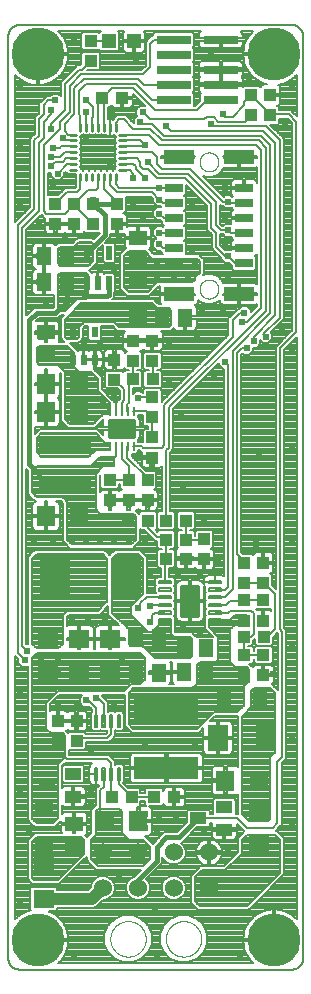
<source format=gtl>
G75*
%MOIN*%
%OFA0B0*%
%FSLAX25Y25*%
%IPPOS*%
%LPD*%
%AMOC8*
5,1,8,0,0,1.08239X$1,22.5*
%
%ADD10C,0.00000*%
%ADD11R,0.05906X0.03150*%
%ADD12R,0.09843X0.04724*%
%ADD13C,0.00984*%
%ADD14R,0.04331X0.03937*%
%ADD15R,0.03937X0.04331*%
%ADD16R,0.11811X0.03150*%
%ADD17R,0.04724X0.04724*%
%ADD18C,0.00500*%
%ADD19C,0.17717*%
%ADD20C,0.01339*%
%ADD21C,0.00787*%
%ADD22R,0.07098X0.06299*%
%ADD23R,0.06299X0.07087*%
%ADD24R,0.07008X0.08504*%
%ADD25R,0.04724X0.06299*%
%ADD26R,0.21654X0.07283*%
%ADD27R,0.04724X0.05906*%
%ADD28R,0.05118X0.05906*%
%ADD29R,0.07087X0.06299*%
%ADD30C,0.06024*%
%ADD31R,0.06024X0.06024*%
%ADD32R,0.05906X0.05118*%
%ADD33R,0.06299X0.04724*%
%ADD34R,0.06299X0.07098*%
%ADD35R,0.09843X0.12795*%
%ADD36R,0.05512X0.03937*%
%ADD37R,0.02165X0.04724*%
%ADD38C,0.01624*%
%ADD39C,0.00492*%
%ADD40R,0.17717X0.04724*%
%ADD41R,0.02362X0.03543*%
%ADD42C,0.02381*%
%ADD43C,0.01575*%
%ADD44C,0.03937*%
D10*
X0050443Y0019610D02*
X0050445Y0019763D01*
X0050451Y0019917D01*
X0050461Y0020070D01*
X0050475Y0020222D01*
X0050493Y0020375D01*
X0050515Y0020526D01*
X0050540Y0020677D01*
X0050570Y0020828D01*
X0050604Y0020978D01*
X0050641Y0021126D01*
X0050682Y0021274D01*
X0050727Y0021420D01*
X0050776Y0021566D01*
X0050829Y0021710D01*
X0050885Y0021852D01*
X0050945Y0021993D01*
X0051009Y0022133D01*
X0051076Y0022271D01*
X0051147Y0022407D01*
X0051222Y0022541D01*
X0051299Y0022673D01*
X0051381Y0022803D01*
X0051465Y0022931D01*
X0051553Y0023057D01*
X0051644Y0023180D01*
X0051738Y0023301D01*
X0051836Y0023419D01*
X0051936Y0023535D01*
X0052040Y0023648D01*
X0052146Y0023759D01*
X0052255Y0023867D01*
X0052367Y0023972D01*
X0052481Y0024073D01*
X0052599Y0024172D01*
X0052718Y0024268D01*
X0052840Y0024361D01*
X0052965Y0024450D01*
X0053092Y0024537D01*
X0053221Y0024619D01*
X0053352Y0024699D01*
X0053485Y0024775D01*
X0053620Y0024848D01*
X0053757Y0024917D01*
X0053896Y0024982D01*
X0054036Y0025044D01*
X0054178Y0025102D01*
X0054321Y0025157D01*
X0054466Y0025208D01*
X0054612Y0025255D01*
X0054759Y0025298D01*
X0054907Y0025337D01*
X0055056Y0025373D01*
X0055206Y0025404D01*
X0055357Y0025432D01*
X0055508Y0025456D01*
X0055661Y0025476D01*
X0055813Y0025492D01*
X0055966Y0025504D01*
X0056119Y0025512D01*
X0056272Y0025516D01*
X0056426Y0025516D01*
X0056579Y0025512D01*
X0056732Y0025504D01*
X0056885Y0025492D01*
X0057037Y0025476D01*
X0057190Y0025456D01*
X0057341Y0025432D01*
X0057492Y0025404D01*
X0057642Y0025373D01*
X0057791Y0025337D01*
X0057939Y0025298D01*
X0058086Y0025255D01*
X0058232Y0025208D01*
X0058377Y0025157D01*
X0058520Y0025102D01*
X0058662Y0025044D01*
X0058802Y0024982D01*
X0058941Y0024917D01*
X0059078Y0024848D01*
X0059213Y0024775D01*
X0059346Y0024699D01*
X0059477Y0024619D01*
X0059606Y0024537D01*
X0059733Y0024450D01*
X0059858Y0024361D01*
X0059980Y0024268D01*
X0060099Y0024172D01*
X0060217Y0024073D01*
X0060331Y0023972D01*
X0060443Y0023867D01*
X0060552Y0023759D01*
X0060658Y0023648D01*
X0060762Y0023535D01*
X0060862Y0023419D01*
X0060960Y0023301D01*
X0061054Y0023180D01*
X0061145Y0023057D01*
X0061233Y0022931D01*
X0061317Y0022803D01*
X0061399Y0022673D01*
X0061476Y0022541D01*
X0061551Y0022407D01*
X0061622Y0022271D01*
X0061689Y0022133D01*
X0061753Y0021993D01*
X0061813Y0021852D01*
X0061869Y0021710D01*
X0061922Y0021566D01*
X0061971Y0021420D01*
X0062016Y0021274D01*
X0062057Y0021126D01*
X0062094Y0020978D01*
X0062128Y0020828D01*
X0062158Y0020677D01*
X0062183Y0020526D01*
X0062205Y0020375D01*
X0062223Y0020222D01*
X0062237Y0020070D01*
X0062247Y0019917D01*
X0062253Y0019763D01*
X0062255Y0019610D01*
X0062253Y0019457D01*
X0062247Y0019303D01*
X0062237Y0019150D01*
X0062223Y0018998D01*
X0062205Y0018845D01*
X0062183Y0018694D01*
X0062158Y0018543D01*
X0062128Y0018392D01*
X0062094Y0018242D01*
X0062057Y0018094D01*
X0062016Y0017946D01*
X0061971Y0017800D01*
X0061922Y0017654D01*
X0061869Y0017510D01*
X0061813Y0017368D01*
X0061753Y0017227D01*
X0061689Y0017087D01*
X0061622Y0016949D01*
X0061551Y0016813D01*
X0061476Y0016679D01*
X0061399Y0016547D01*
X0061317Y0016417D01*
X0061233Y0016289D01*
X0061145Y0016163D01*
X0061054Y0016040D01*
X0060960Y0015919D01*
X0060862Y0015801D01*
X0060762Y0015685D01*
X0060658Y0015572D01*
X0060552Y0015461D01*
X0060443Y0015353D01*
X0060331Y0015248D01*
X0060217Y0015147D01*
X0060099Y0015048D01*
X0059980Y0014952D01*
X0059858Y0014859D01*
X0059733Y0014770D01*
X0059606Y0014683D01*
X0059477Y0014601D01*
X0059346Y0014521D01*
X0059213Y0014445D01*
X0059078Y0014372D01*
X0058941Y0014303D01*
X0058802Y0014238D01*
X0058662Y0014176D01*
X0058520Y0014118D01*
X0058377Y0014063D01*
X0058232Y0014012D01*
X0058086Y0013965D01*
X0057939Y0013922D01*
X0057791Y0013883D01*
X0057642Y0013847D01*
X0057492Y0013816D01*
X0057341Y0013788D01*
X0057190Y0013764D01*
X0057037Y0013744D01*
X0056885Y0013728D01*
X0056732Y0013716D01*
X0056579Y0013708D01*
X0056426Y0013704D01*
X0056272Y0013704D01*
X0056119Y0013708D01*
X0055966Y0013716D01*
X0055813Y0013728D01*
X0055661Y0013744D01*
X0055508Y0013764D01*
X0055357Y0013788D01*
X0055206Y0013816D01*
X0055056Y0013847D01*
X0054907Y0013883D01*
X0054759Y0013922D01*
X0054612Y0013965D01*
X0054466Y0014012D01*
X0054321Y0014063D01*
X0054178Y0014118D01*
X0054036Y0014176D01*
X0053896Y0014238D01*
X0053757Y0014303D01*
X0053620Y0014372D01*
X0053485Y0014445D01*
X0053352Y0014521D01*
X0053221Y0014601D01*
X0053092Y0014683D01*
X0052965Y0014770D01*
X0052840Y0014859D01*
X0052718Y0014952D01*
X0052599Y0015048D01*
X0052481Y0015147D01*
X0052367Y0015248D01*
X0052255Y0015353D01*
X0052146Y0015461D01*
X0052040Y0015572D01*
X0051936Y0015685D01*
X0051836Y0015801D01*
X0051738Y0015919D01*
X0051644Y0016040D01*
X0051553Y0016163D01*
X0051465Y0016289D01*
X0051381Y0016417D01*
X0051299Y0016547D01*
X0051222Y0016679D01*
X0051147Y0016813D01*
X0051076Y0016949D01*
X0051009Y0017087D01*
X0050945Y0017227D01*
X0050885Y0017368D01*
X0050829Y0017510D01*
X0050776Y0017654D01*
X0050727Y0017800D01*
X0050682Y0017946D01*
X0050641Y0018094D01*
X0050604Y0018242D01*
X0050570Y0018392D01*
X0050540Y0018543D01*
X0050515Y0018694D01*
X0050493Y0018845D01*
X0050475Y0018998D01*
X0050461Y0019150D01*
X0050451Y0019303D01*
X0050445Y0019457D01*
X0050443Y0019610D01*
X0068946Y0019610D02*
X0068948Y0019763D01*
X0068954Y0019917D01*
X0068964Y0020070D01*
X0068978Y0020222D01*
X0068996Y0020375D01*
X0069018Y0020526D01*
X0069043Y0020677D01*
X0069073Y0020828D01*
X0069107Y0020978D01*
X0069144Y0021126D01*
X0069185Y0021274D01*
X0069230Y0021420D01*
X0069279Y0021566D01*
X0069332Y0021710D01*
X0069388Y0021852D01*
X0069448Y0021993D01*
X0069512Y0022133D01*
X0069579Y0022271D01*
X0069650Y0022407D01*
X0069725Y0022541D01*
X0069802Y0022673D01*
X0069884Y0022803D01*
X0069968Y0022931D01*
X0070056Y0023057D01*
X0070147Y0023180D01*
X0070241Y0023301D01*
X0070339Y0023419D01*
X0070439Y0023535D01*
X0070543Y0023648D01*
X0070649Y0023759D01*
X0070758Y0023867D01*
X0070870Y0023972D01*
X0070984Y0024073D01*
X0071102Y0024172D01*
X0071221Y0024268D01*
X0071343Y0024361D01*
X0071468Y0024450D01*
X0071595Y0024537D01*
X0071724Y0024619D01*
X0071855Y0024699D01*
X0071988Y0024775D01*
X0072123Y0024848D01*
X0072260Y0024917D01*
X0072399Y0024982D01*
X0072539Y0025044D01*
X0072681Y0025102D01*
X0072824Y0025157D01*
X0072969Y0025208D01*
X0073115Y0025255D01*
X0073262Y0025298D01*
X0073410Y0025337D01*
X0073559Y0025373D01*
X0073709Y0025404D01*
X0073860Y0025432D01*
X0074011Y0025456D01*
X0074164Y0025476D01*
X0074316Y0025492D01*
X0074469Y0025504D01*
X0074622Y0025512D01*
X0074775Y0025516D01*
X0074929Y0025516D01*
X0075082Y0025512D01*
X0075235Y0025504D01*
X0075388Y0025492D01*
X0075540Y0025476D01*
X0075693Y0025456D01*
X0075844Y0025432D01*
X0075995Y0025404D01*
X0076145Y0025373D01*
X0076294Y0025337D01*
X0076442Y0025298D01*
X0076589Y0025255D01*
X0076735Y0025208D01*
X0076880Y0025157D01*
X0077023Y0025102D01*
X0077165Y0025044D01*
X0077305Y0024982D01*
X0077444Y0024917D01*
X0077581Y0024848D01*
X0077716Y0024775D01*
X0077849Y0024699D01*
X0077980Y0024619D01*
X0078109Y0024537D01*
X0078236Y0024450D01*
X0078361Y0024361D01*
X0078483Y0024268D01*
X0078602Y0024172D01*
X0078720Y0024073D01*
X0078834Y0023972D01*
X0078946Y0023867D01*
X0079055Y0023759D01*
X0079161Y0023648D01*
X0079265Y0023535D01*
X0079365Y0023419D01*
X0079463Y0023301D01*
X0079557Y0023180D01*
X0079648Y0023057D01*
X0079736Y0022931D01*
X0079820Y0022803D01*
X0079902Y0022673D01*
X0079979Y0022541D01*
X0080054Y0022407D01*
X0080125Y0022271D01*
X0080192Y0022133D01*
X0080256Y0021993D01*
X0080316Y0021852D01*
X0080372Y0021710D01*
X0080425Y0021566D01*
X0080474Y0021420D01*
X0080519Y0021274D01*
X0080560Y0021126D01*
X0080597Y0020978D01*
X0080631Y0020828D01*
X0080661Y0020677D01*
X0080686Y0020526D01*
X0080708Y0020375D01*
X0080726Y0020222D01*
X0080740Y0020070D01*
X0080750Y0019917D01*
X0080756Y0019763D01*
X0080758Y0019610D01*
X0080756Y0019457D01*
X0080750Y0019303D01*
X0080740Y0019150D01*
X0080726Y0018998D01*
X0080708Y0018845D01*
X0080686Y0018694D01*
X0080661Y0018543D01*
X0080631Y0018392D01*
X0080597Y0018242D01*
X0080560Y0018094D01*
X0080519Y0017946D01*
X0080474Y0017800D01*
X0080425Y0017654D01*
X0080372Y0017510D01*
X0080316Y0017368D01*
X0080256Y0017227D01*
X0080192Y0017087D01*
X0080125Y0016949D01*
X0080054Y0016813D01*
X0079979Y0016679D01*
X0079902Y0016547D01*
X0079820Y0016417D01*
X0079736Y0016289D01*
X0079648Y0016163D01*
X0079557Y0016040D01*
X0079463Y0015919D01*
X0079365Y0015801D01*
X0079265Y0015685D01*
X0079161Y0015572D01*
X0079055Y0015461D01*
X0078946Y0015353D01*
X0078834Y0015248D01*
X0078720Y0015147D01*
X0078602Y0015048D01*
X0078483Y0014952D01*
X0078361Y0014859D01*
X0078236Y0014770D01*
X0078109Y0014683D01*
X0077980Y0014601D01*
X0077849Y0014521D01*
X0077716Y0014445D01*
X0077581Y0014372D01*
X0077444Y0014303D01*
X0077305Y0014238D01*
X0077165Y0014176D01*
X0077023Y0014118D01*
X0076880Y0014063D01*
X0076735Y0014012D01*
X0076589Y0013965D01*
X0076442Y0013922D01*
X0076294Y0013883D01*
X0076145Y0013847D01*
X0075995Y0013816D01*
X0075844Y0013788D01*
X0075693Y0013764D01*
X0075540Y0013744D01*
X0075388Y0013728D01*
X0075235Y0013716D01*
X0075082Y0013708D01*
X0074929Y0013704D01*
X0074775Y0013704D01*
X0074622Y0013708D01*
X0074469Y0013716D01*
X0074316Y0013728D01*
X0074164Y0013744D01*
X0074011Y0013764D01*
X0073860Y0013788D01*
X0073709Y0013816D01*
X0073559Y0013847D01*
X0073410Y0013883D01*
X0073262Y0013922D01*
X0073115Y0013965D01*
X0072969Y0014012D01*
X0072824Y0014063D01*
X0072681Y0014118D01*
X0072539Y0014176D01*
X0072399Y0014238D01*
X0072260Y0014303D01*
X0072123Y0014372D01*
X0071988Y0014445D01*
X0071855Y0014521D01*
X0071724Y0014601D01*
X0071595Y0014683D01*
X0071468Y0014770D01*
X0071343Y0014859D01*
X0071221Y0014952D01*
X0071102Y0015048D01*
X0070984Y0015147D01*
X0070870Y0015248D01*
X0070758Y0015353D01*
X0070649Y0015461D01*
X0070543Y0015572D01*
X0070439Y0015685D01*
X0070339Y0015801D01*
X0070241Y0015919D01*
X0070147Y0016040D01*
X0070056Y0016163D01*
X0069968Y0016289D01*
X0069884Y0016417D01*
X0069802Y0016547D01*
X0069725Y0016679D01*
X0069650Y0016813D01*
X0069579Y0016949D01*
X0069512Y0017087D01*
X0069448Y0017227D01*
X0069388Y0017368D01*
X0069332Y0017510D01*
X0069279Y0017654D01*
X0069230Y0017800D01*
X0069185Y0017946D01*
X0069144Y0018094D01*
X0069107Y0018242D01*
X0069073Y0018392D01*
X0069043Y0018543D01*
X0069018Y0018694D01*
X0068996Y0018845D01*
X0068978Y0018998D01*
X0068964Y0019150D01*
X0068954Y0019303D01*
X0068948Y0019457D01*
X0068946Y0019610D01*
X0080167Y0236205D02*
X0080169Y0236317D01*
X0080175Y0236428D01*
X0080185Y0236540D01*
X0080199Y0236651D01*
X0080216Y0236761D01*
X0080238Y0236871D01*
X0080264Y0236980D01*
X0080293Y0237088D01*
X0080326Y0237194D01*
X0080363Y0237300D01*
X0080404Y0237404D01*
X0080449Y0237507D01*
X0080497Y0237608D01*
X0080548Y0237707D01*
X0080603Y0237804D01*
X0080662Y0237899D01*
X0080723Y0237993D01*
X0080788Y0238084D01*
X0080857Y0238172D01*
X0080928Y0238258D01*
X0081002Y0238342D01*
X0081080Y0238422D01*
X0081160Y0238500D01*
X0081243Y0238576D01*
X0081328Y0238648D01*
X0081416Y0238717D01*
X0081506Y0238783D01*
X0081599Y0238845D01*
X0081694Y0238905D01*
X0081791Y0238961D01*
X0081889Y0239013D01*
X0081990Y0239062D01*
X0082092Y0239107D01*
X0082196Y0239149D01*
X0082301Y0239187D01*
X0082408Y0239221D01*
X0082515Y0239251D01*
X0082624Y0239278D01*
X0082733Y0239300D01*
X0082844Y0239319D01*
X0082954Y0239334D01*
X0083066Y0239345D01*
X0083177Y0239352D01*
X0083289Y0239355D01*
X0083401Y0239354D01*
X0083513Y0239349D01*
X0083624Y0239340D01*
X0083735Y0239327D01*
X0083846Y0239310D01*
X0083956Y0239290D01*
X0084065Y0239265D01*
X0084173Y0239237D01*
X0084280Y0239204D01*
X0084386Y0239168D01*
X0084490Y0239128D01*
X0084593Y0239085D01*
X0084695Y0239038D01*
X0084794Y0238987D01*
X0084892Y0238933D01*
X0084988Y0238875D01*
X0085082Y0238814D01*
X0085173Y0238750D01*
X0085262Y0238683D01*
X0085349Y0238612D01*
X0085433Y0238538D01*
X0085515Y0238462D01*
X0085593Y0238382D01*
X0085669Y0238300D01*
X0085742Y0238215D01*
X0085812Y0238128D01*
X0085878Y0238038D01*
X0085942Y0237946D01*
X0086002Y0237852D01*
X0086059Y0237756D01*
X0086112Y0237657D01*
X0086162Y0237557D01*
X0086208Y0237456D01*
X0086251Y0237352D01*
X0086290Y0237247D01*
X0086325Y0237141D01*
X0086356Y0237034D01*
X0086384Y0236925D01*
X0086407Y0236816D01*
X0086427Y0236706D01*
X0086443Y0236595D01*
X0086455Y0236484D01*
X0086463Y0236373D01*
X0086467Y0236261D01*
X0086467Y0236149D01*
X0086463Y0236037D01*
X0086455Y0235926D01*
X0086443Y0235815D01*
X0086427Y0235704D01*
X0086407Y0235594D01*
X0086384Y0235485D01*
X0086356Y0235376D01*
X0086325Y0235269D01*
X0086290Y0235163D01*
X0086251Y0235058D01*
X0086208Y0234954D01*
X0086162Y0234853D01*
X0086112Y0234753D01*
X0086059Y0234654D01*
X0086002Y0234558D01*
X0085942Y0234464D01*
X0085878Y0234372D01*
X0085812Y0234282D01*
X0085742Y0234195D01*
X0085669Y0234110D01*
X0085593Y0234028D01*
X0085515Y0233948D01*
X0085433Y0233872D01*
X0085349Y0233798D01*
X0085262Y0233727D01*
X0085173Y0233660D01*
X0085082Y0233596D01*
X0084988Y0233535D01*
X0084892Y0233477D01*
X0084794Y0233423D01*
X0084695Y0233372D01*
X0084593Y0233325D01*
X0084490Y0233282D01*
X0084386Y0233242D01*
X0084280Y0233206D01*
X0084173Y0233173D01*
X0084065Y0233145D01*
X0083956Y0233120D01*
X0083846Y0233100D01*
X0083735Y0233083D01*
X0083624Y0233070D01*
X0083513Y0233061D01*
X0083401Y0233056D01*
X0083289Y0233055D01*
X0083177Y0233058D01*
X0083066Y0233065D01*
X0082954Y0233076D01*
X0082844Y0233091D01*
X0082733Y0233110D01*
X0082624Y0233132D01*
X0082515Y0233159D01*
X0082408Y0233189D01*
X0082301Y0233223D01*
X0082196Y0233261D01*
X0082092Y0233303D01*
X0081990Y0233348D01*
X0081889Y0233397D01*
X0081791Y0233449D01*
X0081694Y0233505D01*
X0081599Y0233565D01*
X0081506Y0233627D01*
X0081416Y0233693D01*
X0081328Y0233762D01*
X0081243Y0233834D01*
X0081160Y0233910D01*
X0081080Y0233988D01*
X0081002Y0234068D01*
X0080928Y0234152D01*
X0080857Y0234238D01*
X0080788Y0234326D01*
X0080723Y0234417D01*
X0080662Y0234511D01*
X0080603Y0234606D01*
X0080548Y0234703D01*
X0080497Y0234802D01*
X0080449Y0234903D01*
X0080404Y0235006D01*
X0080363Y0235110D01*
X0080326Y0235216D01*
X0080293Y0235322D01*
X0080264Y0235430D01*
X0080238Y0235539D01*
X0080216Y0235649D01*
X0080199Y0235759D01*
X0080185Y0235870D01*
X0080175Y0235982D01*
X0080169Y0236093D01*
X0080167Y0236205D01*
X0080169Y0236317D01*
X0080175Y0236428D01*
X0080185Y0236540D01*
X0080199Y0236651D01*
X0080216Y0236761D01*
X0080238Y0236871D01*
X0080264Y0236980D01*
X0080293Y0237088D01*
X0080326Y0237194D01*
X0080363Y0237300D01*
X0080404Y0237404D01*
X0080449Y0237507D01*
X0080497Y0237608D01*
X0080548Y0237707D01*
X0080603Y0237804D01*
X0080662Y0237899D01*
X0080723Y0237993D01*
X0080788Y0238084D01*
X0080857Y0238172D01*
X0080928Y0238258D01*
X0081002Y0238342D01*
X0081080Y0238422D01*
X0081160Y0238500D01*
X0081243Y0238576D01*
X0081328Y0238648D01*
X0081416Y0238717D01*
X0081506Y0238783D01*
X0081599Y0238845D01*
X0081694Y0238905D01*
X0081791Y0238961D01*
X0081889Y0239013D01*
X0081990Y0239062D01*
X0082092Y0239107D01*
X0082196Y0239149D01*
X0082301Y0239187D01*
X0082408Y0239221D01*
X0082515Y0239251D01*
X0082624Y0239278D01*
X0082733Y0239300D01*
X0082844Y0239319D01*
X0082954Y0239334D01*
X0083066Y0239345D01*
X0083177Y0239352D01*
X0083289Y0239355D01*
X0083401Y0239354D01*
X0083513Y0239349D01*
X0083624Y0239340D01*
X0083735Y0239327D01*
X0083846Y0239310D01*
X0083956Y0239290D01*
X0084065Y0239265D01*
X0084173Y0239237D01*
X0084280Y0239204D01*
X0084386Y0239168D01*
X0084490Y0239128D01*
X0084593Y0239085D01*
X0084695Y0239038D01*
X0084794Y0238987D01*
X0084892Y0238933D01*
X0084988Y0238875D01*
X0085082Y0238814D01*
X0085173Y0238750D01*
X0085262Y0238683D01*
X0085349Y0238612D01*
X0085433Y0238538D01*
X0085515Y0238462D01*
X0085593Y0238382D01*
X0085669Y0238300D01*
X0085742Y0238215D01*
X0085812Y0238128D01*
X0085878Y0238038D01*
X0085942Y0237946D01*
X0086002Y0237852D01*
X0086059Y0237756D01*
X0086112Y0237657D01*
X0086162Y0237557D01*
X0086208Y0237456D01*
X0086251Y0237352D01*
X0086290Y0237247D01*
X0086325Y0237141D01*
X0086356Y0237034D01*
X0086384Y0236925D01*
X0086407Y0236816D01*
X0086427Y0236706D01*
X0086443Y0236595D01*
X0086455Y0236484D01*
X0086463Y0236373D01*
X0086467Y0236261D01*
X0086467Y0236149D01*
X0086463Y0236037D01*
X0086455Y0235926D01*
X0086443Y0235815D01*
X0086427Y0235704D01*
X0086407Y0235594D01*
X0086384Y0235485D01*
X0086356Y0235376D01*
X0086325Y0235269D01*
X0086290Y0235163D01*
X0086251Y0235058D01*
X0086208Y0234954D01*
X0086162Y0234853D01*
X0086112Y0234753D01*
X0086059Y0234654D01*
X0086002Y0234558D01*
X0085942Y0234464D01*
X0085878Y0234372D01*
X0085812Y0234282D01*
X0085742Y0234195D01*
X0085669Y0234110D01*
X0085593Y0234028D01*
X0085515Y0233948D01*
X0085433Y0233872D01*
X0085349Y0233798D01*
X0085262Y0233727D01*
X0085173Y0233660D01*
X0085082Y0233596D01*
X0084988Y0233535D01*
X0084892Y0233477D01*
X0084794Y0233423D01*
X0084695Y0233372D01*
X0084593Y0233325D01*
X0084490Y0233282D01*
X0084386Y0233242D01*
X0084280Y0233206D01*
X0084173Y0233173D01*
X0084065Y0233145D01*
X0083956Y0233120D01*
X0083846Y0233100D01*
X0083735Y0233083D01*
X0083624Y0233070D01*
X0083513Y0233061D01*
X0083401Y0233056D01*
X0083289Y0233055D01*
X0083177Y0233058D01*
X0083066Y0233065D01*
X0082954Y0233076D01*
X0082844Y0233091D01*
X0082733Y0233110D01*
X0082624Y0233132D01*
X0082515Y0233159D01*
X0082408Y0233189D01*
X0082301Y0233223D01*
X0082196Y0233261D01*
X0082092Y0233303D01*
X0081990Y0233348D01*
X0081889Y0233397D01*
X0081791Y0233449D01*
X0081694Y0233505D01*
X0081599Y0233565D01*
X0081506Y0233627D01*
X0081416Y0233693D01*
X0081328Y0233762D01*
X0081243Y0233834D01*
X0081160Y0233910D01*
X0081080Y0233988D01*
X0081002Y0234068D01*
X0080928Y0234152D01*
X0080857Y0234238D01*
X0080788Y0234326D01*
X0080723Y0234417D01*
X0080662Y0234511D01*
X0080603Y0234606D01*
X0080548Y0234703D01*
X0080497Y0234802D01*
X0080449Y0234903D01*
X0080404Y0235006D01*
X0080363Y0235110D01*
X0080326Y0235216D01*
X0080293Y0235322D01*
X0080264Y0235430D01*
X0080238Y0235539D01*
X0080216Y0235649D01*
X0080199Y0235759D01*
X0080185Y0235870D01*
X0080175Y0235982D01*
X0080169Y0236093D01*
X0080167Y0236205D01*
X0080167Y0278606D02*
X0080169Y0278718D01*
X0080175Y0278829D01*
X0080185Y0278941D01*
X0080199Y0279052D01*
X0080216Y0279162D01*
X0080238Y0279272D01*
X0080264Y0279381D01*
X0080293Y0279489D01*
X0080326Y0279595D01*
X0080363Y0279701D01*
X0080404Y0279805D01*
X0080449Y0279908D01*
X0080497Y0280009D01*
X0080548Y0280108D01*
X0080603Y0280205D01*
X0080662Y0280300D01*
X0080723Y0280394D01*
X0080788Y0280485D01*
X0080857Y0280573D01*
X0080928Y0280659D01*
X0081002Y0280743D01*
X0081080Y0280823D01*
X0081160Y0280901D01*
X0081243Y0280977D01*
X0081328Y0281049D01*
X0081416Y0281118D01*
X0081506Y0281184D01*
X0081599Y0281246D01*
X0081694Y0281306D01*
X0081791Y0281362D01*
X0081889Y0281414D01*
X0081990Y0281463D01*
X0082092Y0281508D01*
X0082196Y0281550D01*
X0082301Y0281588D01*
X0082408Y0281622D01*
X0082515Y0281652D01*
X0082624Y0281679D01*
X0082733Y0281701D01*
X0082844Y0281720D01*
X0082954Y0281735D01*
X0083066Y0281746D01*
X0083177Y0281753D01*
X0083289Y0281756D01*
X0083401Y0281755D01*
X0083513Y0281750D01*
X0083624Y0281741D01*
X0083735Y0281728D01*
X0083846Y0281711D01*
X0083956Y0281691D01*
X0084065Y0281666D01*
X0084173Y0281638D01*
X0084280Y0281605D01*
X0084386Y0281569D01*
X0084490Y0281529D01*
X0084593Y0281486D01*
X0084695Y0281439D01*
X0084794Y0281388D01*
X0084892Y0281334D01*
X0084988Y0281276D01*
X0085082Y0281215D01*
X0085173Y0281151D01*
X0085262Y0281084D01*
X0085349Y0281013D01*
X0085433Y0280939D01*
X0085515Y0280863D01*
X0085593Y0280783D01*
X0085669Y0280701D01*
X0085742Y0280616D01*
X0085812Y0280529D01*
X0085878Y0280439D01*
X0085942Y0280347D01*
X0086002Y0280253D01*
X0086059Y0280157D01*
X0086112Y0280058D01*
X0086162Y0279958D01*
X0086208Y0279857D01*
X0086251Y0279753D01*
X0086290Y0279648D01*
X0086325Y0279542D01*
X0086356Y0279435D01*
X0086384Y0279326D01*
X0086407Y0279217D01*
X0086427Y0279107D01*
X0086443Y0278996D01*
X0086455Y0278885D01*
X0086463Y0278774D01*
X0086467Y0278662D01*
X0086467Y0278550D01*
X0086463Y0278438D01*
X0086455Y0278327D01*
X0086443Y0278216D01*
X0086427Y0278105D01*
X0086407Y0277995D01*
X0086384Y0277886D01*
X0086356Y0277777D01*
X0086325Y0277670D01*
X0086290Y0277564D01*
X0086251Y0277459D01*
X0086208Y0277355D01*
X0086162Y0277254D01*
X0086112Y0277154D01*
X0086059Y0277055D01*
X0086002Y0276959D01*
X0085942Y0276865D01*
X0085878Y0276773D01*
X0085812Y0276683D01*
X0085742Y0276596D01*
X0085669Y0276511D01*
X0085593Y0276429D01*
X0085515Y0276349D01*
X0085433Y0276273D01*
X0085349Y0276199D01*
X0085262Y0276128D01*
X0085173Y0276061D01*
X0085082Y0275997D01*
X0084988Y0275936D01*
X0084892Y0275878D01*
X0084794Y0275824D01*
X0084695Y0275773D01*
X0084593Y0275726D01*
X0084490Y0275683D01*
X0084386Y0275643D01*
X0084280Y0275607D01*
X0084173Y0275574D01*
X0084065Y0275546D01*
X0083956Y0275521D01*
X0083846Y0275501D01*
X0083735Y0275484D01*
X0083624Y0275471D01*
X0083513Y0275462D01*
X0083401Y0275457D01*
X0083289Y0275456D01*
X0083177Y0275459D01*
X0083066Y0275466D01*
X0082954Y0275477D01*
X0082844Y0275492D01*
X0082733Y0275511D01*
X0082624Y0275533D01*
X0082515Y0275560D01*
X0082408Y0275590D01*
X0082301Y0275624D01*
X0082196Y0275662D01*
X0082092Y0275704D01*
X0081990Y0275749D01*
X0081889Y0275798D01*
X0081791Y0275850D01*
X0081694Y0275906D01*
X0081599Y0275966D01*
X0081506Y0276028D01*
X0081416Y0276094D01*
X0081328Y0276163D01*
X0081243Y0276235D01*
X0081160Y0276311D01*
X0081080Y0276389D01*
X0081002Y0276469D01*
X0080928Y0276553D01*
X0080857Y0276639D01*
X0080788Y0276727D01*
X0080723Y0276818D01*
X0080662Y0276912D01*
X0080603Y0277007D01*
X0080548Y0277104D01*
X0080497Y0277203D01*
X0080449Y0277304D01*
X0080404Y0277407D01*
X0080363Y0277511D01*
X0080326Y0277617D01*
X0080293Y0277723D01*
X0080264Y0277831D01*
X0080238Y0277940D01*
X0080216Y0278050D01*
X0080199Y0278160D01*
X0080185Y0278271D01*
X0080175Y0278383D01*
X0080169Y0278494D01*
X0080167Y0278606D01*
X0080169Y0278718D01*
X0080175Y0278829D01*
X0080185Y0278941D01*
X0080199Y0279052D01*
X0080216Y0279162D01*
X0080238Y0279272D01*
X0080264Y0279381D01*
X0080293Y0279489D01*
X0080326Y0279595D01*
X0080363Y0279701D01*
X0080404Y0279805D01*
X0080449Y0279908D01*
X0080497Y0280009D01*
X0080548Y0280108D01*
X0080603Y0280205D01*
X0080662Y0280300D01*
X0080723Y0280394D01*
X0080788Y0280485D01*
X0080857Y0280573D01*
X0080928Y0280659D01*
X0081002Y0280743D01*
X0081080Y0280823D01*
X0081160Y0280901D01*
X0081243Y0280977D01*
X0081328Y0281049D01*
X0081416Y0281118D01*
X0081506Y0281184D01*
X0081599Y0281246D01*
X0081694Y0281306D01*
X0081791Y0281362D01*
X0081889Y0281414D01*
X0081990Y0281463D01*
X0082092Y0281508D01*
X0082196Y0281550D01*
X0082301Y0281588D01*
X0082408Y0281622D01*
X0082515Y0281652D01*
X0082624Y0281679D01*
X0082733Y0281701D01*
X0082844Y0281720D01*
X0082954Y0281735D01*
X0083066Y0281746D01*
X0083177Y0281753D01*
X0083289Y0281756D01*
X0083401Y0281755D01*
X0083513Y0281750D01*
X0083624Y0281741D01*
X0083735Y0281728D01*
X0083846Y0281711D01*
X0083956Y0281691D01*
X0084065Y0281666D01*
X0084173Y0281638D01*
X0084280Y0281605D01*
X0084386Y0281569D01*
X0084490Y0281529D01*
X0084593Y0281486D01*
X0084695Y0281439D01*
X0084794Y0281388D01*
X0084892Y0281334D01*
X0084988Y0281276D01*
X0085082Y0281215D01*
X0085173Y0281151D01*
X0085262Y0281084D01*
X0085349Y0281013D01*
X0085433Y0280939D01*
X0085515Y0280863D01*
X0085593Y0280783D01*
X0085669Y0280701D01*
X0085742Y0280616D01*
X0085812Y0280529D01*
X0085878Y0280439D01*
X0085942Y0280347D01*
X0086002Y0280253D01*
X0086059Y0280157D01*
X0086112Y0280058D01*
X0086162Y0279958D01*
X0086208Y0279857D01*
X0086251Y0279753D01*
X0086290Y0279648D01*
X0086325Y0279542D01*
X0086356Y0279435D01*
X0086384Y0279326D01*
X0086407Y0279217D01*
X0086427Y0279107D01*
X0086443Y0278996D01*
X0086455Y0278885D01*
X0086463Y0278774D01*
X0086467Y0278662D01*
X0086467Y0278550D01*
X0086463Y0278438D01*
X0086455Y0278327D01*
X0086443Y0278216D01*
X0086427Y0278105D01*
X0086407Y0277995D01*
X0086384Y0277886D01*
X0086356Y0277777D01*
X0086325Y0277670D01*
X0086290Y0277564D01*
X0086251Y0277459D01*
X0086208Y0277355D01*
X0086162Y0277254D01*
X0086112Y0277154D01*
X0086059Y0277055D01*
X0086002Y0276959D01*
X0085942Y0276865D01*
X0085878Y0276773D01*
X0085812Y0276683D01*
X0085742Y0276596D01*
X0085669Y0276511D01*
X0085593Y0276429D01*
X0085515Y0276349D01*
X0085433Y0276273D01*
X0085349Y0276199D01*
X0085262Y0276128D01*
X0085173Y0276061D01*
X0085082Y0275997D01*
X0084988Y0275936D01*
X0084892Y0275878D01*
X0084794Y0275824D01*
X0084695Y0275773D01*
X0084593Y0275726D01*
X0084490Y0275683D01*
X0084386Y0275643D01*
X0084280Y0275607D01*
X0084173Y0275574D01*
X0084065Y0275546D01*
X0083956Y0275521D01*
X0083846Y0275501D01*
X0083735Y0275484D01*
X0083624Y0275471D01*
X0083513Y0275462D01*
X0083401Y0275457D01*
X0083289Y0275456D01*
X0083177Y0275459D01*
X0083066Y0275466D01*
X0082954Y0275477D01*
X0082844Y0275492D01*
X0082733Y0275511D01*
X0082624Y0275533D01*
X0082515Y0275560D01*
X0082408Y0275590D01*
X0082301Y0275624D01*
X0082196Y0275662D01*
X0082092Y0275704D01*
X0081990Y0275749D01*
X0081889Y0275798D01*
X0081791Y0275850D01*
X0081694Y0275906D01*
X0081599Y0275966D01*
X0081506Y0276028D01*
X0081416Y0276094D01*
X0081328Y0276163D01*
X0081243Y0276235D01*
X0081160Y0276311D01*
X0081080Y0276389D01*
X0081002Y0276469D01*
X0080928Y0276553D01*
X0080857Y0276639D01*
X0080788Y0276727D01*
X0080723Y0276818D01*
X0080662Y0276912D01*
X0080603Y0277007D01*
X0080548Y0277104D01*
X0080497Y0277203D01*
X0080449Y0277304D01*
X0080404Y0277407D01*
X0080363Y0277511D01*
X0080326Y0277617D01*
X0080293Y0277723D01*
X0080264Y0277831D01*
X0080238Y0277940D01*
X0080216Y0278050D01*
X0080199Y0278160D01*
X0080185Y0278271D01*
X0080175Y0278383D01*
X0080169Y0278494D01*
X0080167Y0278606D01*
D11*
X0071703Y0269866D03*
X0071703Y0264866D03*
X0071703Y0259866D03*
X0071703Y0254866D03*
X0071703Y0249866D03*
X0071703Y0244866D03*
X0094931Y0244866D03*
X0094931Y0249866D03*
X0094931Y0254866D03*
X0094931Y0259866D03*
X0094931Y0264866D03*
X0094931Y0269866D03*
D12*
X0093356Y0280240D03*
X0093356Y0234571D03*
X0073278Y0234571D03*
X0073278Y0280240D03*
D13*
X0055660Y0279846D02*
X0053494Y0279846D01*
X0053494Y0277878D02*
X0055660Y0277878D01*
X0055660Y0275909D02*
X0053494Y0275909D01*
X0052215Y0274630D02*
X0052215Y0272464D01*
X0050246Y0272464D02*
X0050246Y0274630D01*
X0048278Y0274630D02*
X0048278Y0272464D01*
X0046309Y0272464D02*
X0046309Y0274630D01*
X0044341Y0274630D02*
X0044341Y0272464D01*
X0042372Y0272464D02*
X0042372Y0274630D01*
X0040404Y0274630D02*
X0040404Y0272464D01*
X0039124Y0275909D02*
X0036958Y0275909D01*
X0036958Y0277878D02*
X0039124Y0277878D01*
X0039124Y0279846D02*
X0036958Y0279846D01*
X0036958Y0281815D02*
X0039124Y0281815D01*
X0039124Y0283783D02*
X0036958Y0283783D01*
X0036958Y0285752D02*
X0039124Y0285752D01*
X0039124Y0287720D02*
X0036958Y0287720D01*
X0040404Y0289000D02*
X0040404Y0291166D01*
X0042372Y0291166D02*
X0042372Y0289000D01*
X0044341Y0289000D02*
X0044341Y0291166D01*
X0046309Y0291166D02*
X0046309Y0289000D01*
X0048278Y0289000D02*
X0048278Y0291166D01*
X0050246Y0291166D02*
X0050246Y0289000D01*
X0052215Y0289000D02*
X0052215Y0291166D01*
X0053494Y0287720D02*
X0055660Y0287720D01*
X0055660Y0285752D02*
X0053494Y0285752D01*
X0053494Y0283783D02*
X0055660Y0283783D01*
X0055660Y0281815D02*
X0053494Y0281815D01*
D14*
X0054380Y0299925D03*
X0047687Y0299925D03*
X0043947Y0312327D03*
X0043947Y0319020D03*
X0044734Y0264689D03*
X0044734Y0257996D03*
X0032136Y0257996D03*
X0032136Y0264689D03*
X0051821Y0212720D03*
X0051821Y0206028D03*
X0057923Y0206224D03*
X0064616Y0206224D03*
X0064419Y0212327D03*
X0064419Y0219020D03*
X0064419Y0200122D03*
X0064419Y0193429D03*
X0064419Y0186736D03*
X0064419Y0180043D03*
X0050246Y0172563D03*
X0050246Y0165870D03*
X0039223Y0092248D03*
X0039223Y0085555D03*
X0065010Y0066854D03*
X0071703Y0066854D03*
X0095128Y0107602D03*
X0095128Y0114295D03*
X0095128Y0125713D03*
X0095128Y0132406D03*
X0095128Y0138311D03*
X0095128Y0145004D03*
X0101427Y0132406D03*
X0101427Y0125713D03*
X0101427Y0114295D03*
X0101427Y0107602D03*
X0097490Y0294217D03*
X0097490Y0300909D03*
D15*
X0103789Y0300909D03*
X0103789Y0294217D03*
X0062845Y0172563D03*
X0062845Y0165870D03*
X0063041Y0158980D03*
X0068947Y0158980D03*
X0068947Y0152681D03*
X0068947Y0146382D03*
X0075640Y0146382D03*
X0075640Y0152681D03*
X0075640Y0158980D03*
X0081742Y0152878D03*
X0081742Y0146185D03*
X0094931Y0120398D03*
X0101624Y0120398D03*
X0101427Y0138311D03*
X0101427Y0145004D03*
X0058120Y0212327D03*
X0058120Y0219020D03*
X0052608Y0257996D03*
X0052608Y0264689D03*
X0038435Y0264689D03*
X0038435Y0257996D03*
X0056545Y0172563D03*
X0056545Y0165870D03*
X0056349Y0158980D03*
X0032923Y0092248D03*
X0032923Y0085555D03*
X0050837Y0066854D03*
X0057530Y0066854D03*
D16*
X0071506Y0299374D03*
X0071506Y0304374D03*
X0071506Y0309374D03*
X0071506Y0314374D03*
X0071506Y0319374D03*
X0087254Y0319374D03*
X0087254Y0309374D03*
X0087254Y0304374D03*
X0087254Y0299374D03*
D17*
X0058317Y0318823D03*
X0050049Y0318823D03*
D18*
X0016388Y0320398D02*
X0016388Y0013311D01*
X0016390Y0013187D01*
X0016396Y0013064D01*
X0016405Y0012940D01*
X0016419Y0012818D01*
X0016436Y0012695D01*
X0016458Y0012573D01*
X0016483Y0012452D01*
X0016512Y0012332D01*
X0016544Y0012213D01*
X0016581Y0012094D01*
X0016621Y0011977D01*
X0016664Y0011862D01*
X0016712Y0011747D01*
X0016763Y0011635D01*
X0016817Y0011524D01*
X0016875Y0011414D01*
X0016936Y0011307D01*
X0017001Y0011201D01*
X0017069Y0011098D01*
X0017140Y0010997D01*
X0017214Y0010898D01*
X0017291Y0010801D01*
X0017372Y0010707D01*
X0017455Y0010616D01*
X0017541Y0010527D01*
X0017630Y0010441D01*
X0017721Y0010358D01*
X0017815Y0010277D01*
X0017912Y0010200D01*
X0018011Y0010126D01*
X0018112Y0010055D01*
X0018215Y0009987D01*
X0018321Y0009922D01*
X0018428Y0009861D01*
X0018538Y0009803D01*
X0018649Y0009749D01*
X0018761Y0009698D01*
X0018876Y0009650D01*
X0018991Y0009607D01*
X0019108Y0009567D01*
X0019227Y0009530D01*
X0019346Y0009498D01*
X0019466Y0009469D01*
X0019587Y0009444D01*
X0019709Y0009422D01*
X0019832Y0009405D01*
X0019954Y0009391D01*
X0020078Y0009382D01*
X0020201Y0009376D01*
X0020325Y0009374D01*
X0110876Y0009374D01*
X0111000Y0009376D01*
X0111123Y0009382D01*
X0111247Y0009391D01*
X0111369Y0009405D01*
X0111492Y0009422D01*
X0111614Y0009444D01*
X0111735Y0009469D01*
X0111855Y0009498D01*
X0111974Y0009530D01*
X0112093Y0009567D01*
X0112210Y0009607D01*
X0112325Y0009650D01*
X0112440Y0009698D01*
X0112552Y0009749D01*
X0112663Y0009803D01*
X0112773Y0009861D01*
X0112880Y0009922D01*
X0112986Y0009987D01*
X0113089Y0010055D01*
X0113190Y0010126D01*
X0113289Y0010200D01*
X0113386Y0010277D01*
X0113480Y0010358D01*
X0113571Y0010441D01*
X0113660Y0010527D01*
X0113746Y0010616D01*
X0113829Y0010707D01*
X0113910Y0010801D01*
X0113987Y0010898D01*
X0114061Y0010997D01*
X0114132Y0011098D01*
X0114200Y0011201D01*
X0114265Y0011307D01*
X0114326Y0011414D01*
X0114384Y0011524D01*
X0114438Y0011635D01*
X0114489Y0011747D01*
X0114537Y0011862D01*
X0114580Y0011977D01*
X0114620Y0012094D01*
X0114657Y0012213D01*
X0114689Y0012332D01*
X0114718Y0012452D01*
X0114743Y0012573D01*
X0114765Y0012695D01*
X0114782Y0012818D01*
X0114796Y0012940D01*
X0114805Y0013064D01*
X0114811Y0013187D01*
X0114813Y0013311D01*
X0114813Y0320398D01*
X0114811Y0320522D01*
X0114805Y0320645D01*
X0114796Y0320769D01*
X0114782Y0320891D01*
X0114765Y0321014D01*
X0114743Y0321136D01*
X0114718Y0321257D01*
X0114689Y0321377D01*
X0114657Y0321496D01*
X0114620Y0321615D01*
X0114580Y0321732D01*
X0114537Y0321847D01*
X0114489Y0321962D01*
X0114438Y0322074D01*
X0114384Y0322185D01*
X0114326Y0322295D01*
X0114265Y0322402D01*
X0114200Y0322508D01*
X0114132Y0322611D01*
X0114061Y0322712D01*
X0113987Y0322811D01*
X0113910Y0322908D01*
X0113829Y0323002D01*
X0113746Y0323093D01*
X0113660Y0323182D01*
X0113571Y0323268D01*
X0113480Y0323351D01*
X0113386Y0323432D01*
X0113289Y0323509D01*
X0113190Y0323583D01*
X0113089Y0323654D01*
X0112986Y0323722D01*
X0112880Y0323787D01*
X0112773Y0323848D01*
X0112663Y0323906D01*
X0112552Y0323960D01*
X0112440Y0324011D01*
X0112325Y0324059D01*
X0112210Y0324102D01*
X0112093Y0324142D01*
X0111974Y0324179D01*
X0111855Y0324211D01*
X0111735Y0324240D01*
X0111614Y0324265D01*
X0111492Y0324287D01*
X0111369Y0324304D01*
X0111247Y0324318D01*
X0111123Y0324327D01*
X0111000Y0324333D01*
X0110876Y0324335D01*
X0020325Y0324335D01*
X0020201Y0324333D01*
X0020078Y0324327D01*
X0019954Y0324318D01*
X0019832Y0324304D01*
X0019709Y0324287D01*
X0019587Y0324265D01*
X0019466Y0324240D01*
X0019346Y0324211D01*
X0019227Y0324179D01*
X0019108Y0324142D01*
X0018991Y0324102D01*
X0018876Y0324059D01*
X0018761Y0324011D01*
X0018649Y0323960D01*
X0018538Y0323906D01*
X0018428Y0323848D01*
X0018321Y0323787D01*
X0018215Y0323722D01*
X0018112Y0323654D01*
X0018011Y0323583D01*
X0017912Y0323509D01*
X0017815Y0323432D01*
X0017721Y0323351D01*
X0017630Y0323268D01*
X0017541Y0323182D01*
X0017455Y0323093D01*
X0017372Y0323002D01*
X0017291Y0322908D01*
X0017214Y0322811D01*
X0017140Y0322712D01*
X0017069Y0322611D01*
X0017001Y0322508D01*
X0016936Y0322402D01*
X0016875Y0322295D01*
X0016817Y0322185D01*
X0016763Y0322074D01*
X0016712Y0321962D01*
X0016664Y0321847D01*
X0016621Y0321732D01*
X0016581Y0321615D01*
X0016544Y0321496D01*
X0016512Y0321377D01*
X0016483Y0321257D01*
X0016458Y0321136D01*
X0016436Y0321014D01*
X0016419Y0320891D01*
X0016405Y0320769D01*
X0016396Y0320645D01*
X0016390Y0320522D01*
X0016388Y0320398D01*
D19*
X0026230Y0314492D03*
X0104971Y0314492D03*
X0104971Y0019217D03*
X0026230Y0019217D03*
D20*
X0074341Y0127366D02*
X0074341Y0137052D01*
X0079695Y0137052D01*
X0079695Y0127366D01*
X0074341Y0127366D01*
X0074341Y0128704D02*
X0079695Y0128704D01*
X0079695Y0130042D02*
X0074341Y0130042D01*
X0074341Y0131380D02*
X0079695Y0131380D01*
X0079695Y0132718D02*
X0074341Y0132718D01*
X0074341Y0134056D02*
X0079695Y0134056D01*
X0079695Y0135394D02*
X0074341Y0135394D01*
X0074341Y0136732D02*
X0079695Y0136732D01*
D21*
X0081530Y0137999D02*
X0081346Y0138318D01*
X0080962Y0138702D01*
X0080491Y0138974D01*
X0079967Y0139114D01*
X0077411Y0139114D01*
X0077411Y0132602D01*
X0076624Y0132602D01*
X0076624Y0131815D01*
X0072278Y0131815D01*
X0072278Y0127095D01*
X0072418Y0126570D01*
X0072690Y0126099D01*
X0073074Y0125715D01*
X0073544Y0125444D01*
X0074069Y0125303D01*
X0076624Y0125303D01*
X0076624Y0131815D01*
X0077411Y0131815D01*
X0077411Y0125303D01*
X0079967Y0125303D01*
X0080491Y0125444D01*
X0080962Y0125715D01*
X0081346Y0126099D01*
X0081617Y0126570D01*
X0081758Y0127095D01*
X0081758Y0131815D01*
X0077412Y0131815D01*
X0077412Y0132602D01*
X0081758Y0132602D01*
X0081758Y0137323D01*
X0081750Y0137352D01*
X0081887Y0137115D01*
X0081965Y0137037D01*
X0081939Y0137012D01*
X0081939Y0135083D01*
X0082254Y0134768D01*
X0081939Y0134453D01*
X0081939Y0132524D01*
X0082254Y0132209D01*
X0081939Y0131894D01*
X0081939Y0129965D01*
X0082254Y0129650D01*
X0081939Y0129335D01*
X0081939Y0127406D01*
X0082254Y0127091D01*
X0081939Y0126775D01*
X0081939Y0122976D01*
X0084518Y0120398D01*
X0079366Y0120398D01*
X0079166Y0120198D01*
X0078396Y0120968D01*
X0077589Y0121776D01*
X0072097Y0121776D01*
X0072097Y0126775D01*
X0071781Y0127091D01*
X0072097Y0127406D01*
X0072097Y0129335D01*
X0071781Y0129650D01*
X0072097Y0129965D01*
X0072097Y0131894D01*
X0071781Y0132209D01*
X0072097Y0132524D01*
X0072097Y0134453D01*
X0071781Y0134768D01*
X0072097Y0135083D01*
X0072097Y0137012D01*
X0071781Y0137327D01*
X0072097Y0137642D01*
X0072097Y0139571D01*
X0071289Y0140378D01*
X0070128Y0140378D01*
X0070128Y0143232D01*
X0071323Y0143232D01*
X0071900Y0143809D01*
X0071900Y0148955D01*
X0071323Y0149531D01*
X0070325Y0149531D01*
X0070325Y0149531D01*
X0071323Y0149531D01*
X0071900Y0150108D01*
X0071900Y0155254D01*
X0071323Y0155831D01*
X0071900Y0156407D01*
X0071900Y0161553D01*
X0071323Y0162130D01*
X0070325Y0162130D01*
X0070325Y0181835D01*
X0070502Y0182012D01*
X0071309Y0182819D01*
X0071309Y0196205D01*
X0086654Y0211550D01*
X0086654Y0210835D01*
X0087928Y0209561D01*
X0088238Y0209561D01*
X0088238Y0140496D01*
X0087944Y0140666D01*
X0087489Y0140787D01*
X0085286Y0140787D01*
X0085286Y0138606D01*
X0083317Y0138212D02*
X0083317Y0139000D01*
X0087255Y0139000D01*
X0087255Y0138212D01*
X0083317Y0138212D01*
X0083317Y0138998D02*
X0087255Y0138998D01*
X0088020Y0140621D02*
X0088238Y0140621D01*
X0088238Y0141407D02*
X0070128Y0141407D01*
X0070128Y0140621D02*
X0082551Y0140621D01*
X0082627Y0140666D02*
X0082220Y0140430D01*
X0081887Y0140097D01*
X0081651Y0139690D01*
X0081530Y0139235D01*
X0081530Y0138606D01*
X0081530Y0137999D01*
X0081530Y0138264D02*
X0081377Y0138264D01*
X0081530Y0138606D02*
X0085285Y0138606D01*
X0085285Y0138606D01*
X0081530Y0138606D01*
X0081530Y0139050D02*
X0080207Y0139050D01*
X0079590Y0142626D02*
X0081349Y0142626D01*
X0081349Y0145791D01*
X0082136Y0145791D01*
X0082136Y0142626D01*
X0083894Y0142626D01*
X0084249Y0142721D01*
X0084566Y0142904D01*
X0084826Y0143164D01*
X0085009Y0143482D01*
X0085104Y0143836D01*
X0085104Y0145791D01*
X0082136Y0145791D01*
X0082136Y0146579D01*
X0085104Y0146579D01*
X0085104Y0148534D01*
X0085009Y0148888D01*
X0084826Y0149206D01*
X0084566Y0149466D01*
X0084249Y0149649D01*
X0083953Y0149728D01*
X0084118Y0149728D01*
X0084695Y0150305D01*
X0084695Y0155451D01*
X0084118Y0156028D01*
X0079366Y0156028D01*
X0078789Y0155451D01*
X0078789Y0154059D01*
X0078593Y0154059D01*
X0078593Y0155254D01*
X0078016Y0155831D01*
X0078593Y0156407D01*
X0078593Y0161553D01*
X0078016Y0162130D01*
X0073264Y0162130D01*
X0072687Y0161553D01*
X0072687Y0156407D01*
X0073264Y0155831D01*
X0074262Y0155831D01*
X0073264Y0155831D01*
X0072687Y0155254D01*
X0072687Y0150108D01*
X0073017Y0149779D01*
X0072816Y0149662D01*
X0072556Y0149403D01*
X0072373Y0149085D01*
X0072278Y0148731D01*
X0072278Y0146776D01*
X0075246Y0146776D01*
X0075246Y0145988D01*
X0076034Y0145988D01*
X0076034Y0146776D01*
X0078380Y0146776D01*
X0078380Y0146579D01*
X0081348Y0146579D01*
X0081348Y0145791D01*
X0079002Y0145791D01*
X0079002Y0145988D01*
X0076034Y0145988D01*
X0076034Y0142823D01*
X0077792Y0142823D01*
X0078146Y0142918D01*
X0078464Y0143101D01*
X0078610Y0143247D01*
X0078658Y0143164D01*
X0078918Y0142904D01*
X0079236Y0142721D01*
X0079590Y0142626D01*
X0078843Y0142979D02*
X0078253Y0142979D01*
X0076034Y0142979D02*
X0075246Y0142979D01*
X0075246Y0142823D02*
X0075246Y0145988D01*
X0072278Y0145988D01*
X0072278Y0144033D01*
X0072373Y0143679D01*
X0072556Y0143361D01*
X0072816Y0143101D01*
X0073133Y0142918D01*
X0073488Y0142823D01*
X0075246Y0142823D01*
X0075246Y0143765D02*
X0076034Y0143765D01*
X0076034Y0144551D02*
X0075246Y0144551D01*
X0075246Y0145337D02*
X0076034Y0145337D01*
X0076034Y0146123D02*
X0081348Y0146123D01*
X0081349Y0145337D02*
X0082136Y0145337D01*
X0082136Y0146123D02*
X0088238Y0146123D01*
X0088238Y0146909D02*
X0085104Y0146909D01*
X0085104Y0147695D02*
X0088238Y0147695D01*
X0088238Y0148481D02*
X0085104Y0148481D01*
X0084766Y0149267D02*
X0088238Y0149267D01*
X0088238Y0150052D02*
X0084442Y0150052D01*
X0084695Y0150838D02*
X0088238Y0150838D01*
X0088238Y0151624D02*
X0084695Y0151624D01*
X0084695Y0152410D02*
X0088238Y0152410D01*
X0088238Y0153196D02*
X0084695Y0153196D01*
X0084695Y0153982D02*
X0088238Y0153982D01*
X0088238Y0154768D02*
X0084695Y0154768D01*
X0084592Y0155554D02*
X0088238Y0155554D01*
X0088238Y0156340D02*
X0078525Y0156340D01*
X0078016Y0155831D02*
X0077018Y0155831D01*
X0077018Y0155831D01*
X0078016Y0155831D01*
X0078293Y0155554D02*
X0078892Y0155554D01*
X0078789Y0154768D02*
X0078593Y0154768D01*
X0078593Y0157126D02*
X0088238Y0157126D01*
X0088238Y0157912D02*
X0078593Y0157912D01*
X0078593Y0158697D02*
X0088238Y0158697D01*
X0088238Y0159483D02*
X0078593Y0159483D01*
X0078593Y0160269D02*
X0088238Y0160269D01*
X0088238Y0161055D02*
X0078593Y0161055D01*
X0078305Y0161841D02*
X0088238Y0161841D01*
X0088238Y0162627D02*
X0070325Y0162627D01*
X0070325Y0163413D02*
X0088238Y0163413D01*
X0088238Y0164199D02*
X0070325Y0164199D01*
X0070325Y0164985D02*
X0088238Y0164985D01*
X0088238Y0165771D02*
X0070325Y0165771D01*
X0070325Y0166557D02*
X0088238Y0166557D01*
X0088238Y0167343D02*
X0070325Y0167343D01*
X0070325Y0168128D02*
X0088238Y0168128D01*
X0088238Y0168914D02*
X0070325Y0168914D01*
X0070325Y0169700D02*
X0088238Y0169700D01*
X0088238Y0170486D02*
X0070325Y0170486D01*
X0070325Y0171272D02*
X0088238Y0171272D01*
X0088238Y0172058D02*
X0070325Y0172058D01*
X0070325Y0172844D02*
X0088238Y0172844D01*
X0088238Y0173630D02*
X0070325Y0173630D01*
X0070325Y0174416D02*
X0088238Y0174416D01*
X0088238Y0175202D02*
X0070325Y0175202D01*
X0070325Y0175988D02*
X0088238Y0175988D01*
X0088238Y0176773D02*
X0070325Y0176773D01*
X0070325Y0177559D02*
X0088238Y0177559D01*
X0088238Y0178345D02*
X0070325Y0178345D01*
X0070325Y0179131D02*
X0088238Y0179131D01*
X0088238Y0179917D02*
X0070325Y0179917D01*
X0070325Y0180703D02*
X0088238Y0180703D01*
X0088238Y0181489D02*
X0070325Y0181489D01*
X0070765Y0182275D02*
X0088238Y0182275D01*
X0088238Y0183061D02*
X0071309Y0183061D01*
X0071309Y0183847D02*
X0088238Y0183847D01*
X0088238Y0184633D02*
X0071309Y0184633D01*
X0071309Y0185419D02*
X0088238Y0185419D01*
X0088238Y0186204D02*
X0071309Y0186204D01*
X0071309Y0186990D02*
X0088238Y0186990D01*
X0088238Y0187776D02*
X0071309Y0187776D01*
X0071309Y0188562D02*
X0088238Y0188562D01*
X0088238Y0189348D02*
X0071309Y0189348D01*
X0071309Y0190134D02*
X0088238Y0190134D01*
X0088238Y0190920D02*
X0071309Y0190920D01*
X0071309Y0191706D02*
X0088238Y0191706D01*
X0088238Y0192492D02*
X0071309Y0192492D01*
X0071309Y0193278D02*
X0088238Y0193278D01*
X0088238Y0194064D02*
X0071309Y0194064D01*
X0071309Y0194849D02*
X0088238Y0194849D01*
X0088238Y0195635D02*
X0071309Y0195635D01*
X0071526Y0196421D02*
X0088238Y0196421D01*
X0088238Y0197207D02*
X0072312Y0197207D01*
X0073097Y0197993D02*
X0088238Y0197993D01*
X0088238Y0198779D02*
X0073883Y0198779D01*
X0074669Y0199565D02*
X0088238Y0199565D01*
X0088238Y0200351D02*
X0075455Y0200351D01*
X0076241Y0201137D02*
X0088238Y0201137D01*
X0088238Y0201923D02*
X0077027Y0201923D01*
X0077813Y0202709D02*
X0088238Y0202709D01*
X0088238Y0203495D02*
X0078599Y0203495D01*
X0079385Y0204280D02*
X0088238Y0204280D01*
X0088238Y0205066D02*
X0080171Y0205066D01*
X0080957Y0205852D02*
X0088238Y0205852D01*
X0088238Y0206638D02*
X0081742Y0206638D01*
X0082528Y0207424D02*
X0088238Y0207424D01*
X0088238Y0208210D02*
X0083314Y0208210D01*
X0084100Y0208996D02*
X0088238Y0208996D01*
X0087708Y0209782D02*
X0084886Y0209782D01*
X0085672Y0210568D02*
X0086922Y0210568D01*
X0086654Y0211354D02*
X0086458Y0211354D01*
X0088829Y0211736D02*
X0089616Y0210949D01*
X0089616Y0136933D01*
X0088730Y0136047D01*
X0085286Y0136047D01*
X0083317Y0135653D02*
X0083317Y0136441D01*
X0087255Y0136441D01*
X0087255Y0135653D01*
X0083317Y0135653D01*
X0083317Y0136439D02*
X0087255Y0136439D01*
X0085286Y0138606D02*
X0085285Y0138606D01*
X0085285Y0140787D01*
X0083082Y0140787D01*
X0082627Y0140666D01*
X0081736Y0139836D02*
X0071832Y0139836D01*
X0072097Y0139050D02*
X0073828Y0139050D01*
X0074069Y0139114D02*
X0073544Y0138974D01*
X0073074Y0138702D01*
X0072690Y0138318D01*
X0072418Y0137847D01*
X0072278Y0137323D01*
X0072278Y0132602D01*
X0076624Y0132602D01*
X0076624Y0139114D01*
X0074069Y0139114D01*
X0072659Y0138264D02*
X0072097Y0138264D01*
X0071933Y0137478D02*
X0072319Y0137478D01*
X0072278Y0136692D02*
X0072097Y0136692D01*
X0072097Y0135906D02*
X0072278Y0135906D01*
X0072278Y0135120D02*
X0072097Y0135120D01*
X0072097Y0134334D02*
X0072278Y0134334D01*
X0072278Y0133548D02*
X0072097Y0133548D01*
X0072097Y0132762D02*
X0072278Y0132762D01*
X0072014Y0131976D02*
X0076624Y0131976D01*
X0076624Y0131191D02*
X0077411Y0131191D01*
X0077412Y0131976D02*
X0082022Y0131976D01*
X0081939Y0131191D02*
X0081758Y0131191D01*
X0081758Y0130405D02*
X0081939Y0130405D01*
X0081758Y0129619D02*
X0082223Y0129619D01*
X0081939Y0128833D02*
X0081758Y0128833D01*
X0081758Y0128047D02*
X0081939Y0128047D01*
X0082084Y0127261D02*
X0081758Y0127261D01*
X0081939Y0126475D02*
X0081563Y0126475D01*
X0081939Y0125689D02*
X0080916Y0125689D01*
X0081939Y0124903D02*
X0072097Y0124903D01*
X0072097Y0124117D02*
X0081939Y0124117D01*
X0081939Y0123331D02*
X0072097Y0123331D01*
X0072097Y0122545D02*
X0082370Y0122545D01*
X0083156Y0121760D02*
X0077605Y0121760D01*
X0078391Y0120974D02*
X0083942Y0120974D01*
X0085105Y0121760D02*
X0090404Y0121760D01*
X0090404Y0122545D02*
X0084319Y0122545D01*
X0083533Y0123331D02*
X0090975Y0123331D01*
X0090404Y0122760D02*
X0090404Y0111736D01*
X0091978Y0110161D01*
X0095915Y0110161D01*
X0096703Y0109374D01*
X0096703Y0105437D01*
X0095128Y0103862D01*
X0095128Y0097563D01*
X0092766Y0095201D01*
X0084892Y0095201D01*
X0079380Y0089689D01*
X0058120Y0089689D01*
X0056545Y0091264D01*
X0056545Y0101500D01*
X0058120Y0103075D01*
X0077805Y0103075D01*
X0079380Y0104650D01*
X0079380Y0110949D01*
X0080167Y0111736D01*
X0085679Y0111736D01*
X0086467Y0112524D01*
X0086467Y0120398D01*
X0083317Y0123547D01*
X0083317Y0125909D01*
X0090404Y0125909D01*
X0091978Y0127484D01*
X0095915Y0127484D01*
X0095915Y0124335D01*
X0091978Y0124335D01*
X0090404Y0122760D01*
X0090404Y0120974D02*
X0085891Y0120974D01*
X0086467Y0120188D02*
X0090404Y0120188D01*
X0090404Y0119402D02*
X0086467Y0119402D01*
X0086467Y0118616D02*
X0090404Y0118616D01*
X0090404Y0117830D02*
X0086467Y0117830D01*
X0086467Y0117044D02*
X0090404Y0117044D01*
X0090404Y0116258D02*
X0086467Y0116258D01*
X0086467Y0115472D02*
X0090404Y0115472D01*
X0090404Y0114686D02*
X0086467Y0114686D01*
X0086467Y0113900D02*
X0090404Y0113900D01*
X0090404Y0113115D02*
X0086467Y0113115D01*
X0086272Y0112329D02*
X0090404Y0112329D01*
X0090597Y0111543D02*
X0079974Y0111543D01*
X0079380Y0110757D02*
X0091383Y0110757D01*
X0094931Y0114492D02*
X0094931Y0120398D01*
X0097490Y0120398D01*
X0098278Y0121185D01*
X0098278Y0128272D01*
X0097490Y0129059D01*
X0090404Y0129059D01*
X0089715Y0128370D01*
X0085286Y0128370D01*
X0083317Y0127976D02*
X0083317Y0128764D01*
X0087255Y0128764D01*
X0087255Y0127976D01*
X0083317Y0127976D01*
X0083317Y0128762D02*
X0087255Y0128762D01*
X0089124Y0130929D02*
X0085286Y0130929D01*
X0083317Y0130535D02*
X0083317Y0131323D01*
X0087255Y0131323D01*
X0087255Y0130535D01*
X0083317Y0130535D01*
X0083317Y0131321D02*
X0087255Y0131321D01*
X0088534Y0133488D02*
X0085286Y0133488D01*
X0083317Y0133094D02*
X0083317Y0133882D01*
X0087255Y0133882D01*
X0087255Y0133094D01*
X0083317Y0133094D01*
X0083317Y0133880D02*
X0087255Y0133880D01*
X0088534Y0133488D02*
X0091191Y0136146D01*
X0091191Y0215673D01*
X0103789Y0228272D01*
X0103789Y0284177D01*
X0100640Y0287327D01*
X0068356Y0287327D01*
X0064419Y0291264D01*
X0061270Y0291264D01*
X0060482Y0292051D01*
X0059230Y0293874D02*
X0055883Y0293874D01*
X0055541Y0294217D02*
X0052825Y0294217D01*
X0052018Y0293409D01*
X0051327Y0292719D01*
X0050974Y0292923D01*
X0050494Y0293051D01*
X0050246Y0293051D01*
X0049998Y0293051D01*
X0049656Y0292959D01*
X0049656Y0296972D01*
X0050260Y0296972D01*
X0050837Y0297549D01*
X0050837Y0297715D01*
X0050916Y0297419D01*
X0051099Y0297101D01*
X0051359Y0296841D01*
X0051677Y0296658D01*
X0052031Y0296563D01*
X0053986Y0296563D01*
X0053986Y0299531D01*
X0054774Y0299531D01*
X0054774Y0296563D01*
X0056729Y0296563D01*
X0057083Y0296658D01*
X0057401Y0296841D01*
X0057661Y0297101D01*
X0057844Y0297419D01*
X0057939Y0297773D01*
X0057939Y0299532D01*
X0054774Y0299532D01*
X0054774Y0300319D01*
X0057939Y0300319D01*
X0057939Y0301307D01*
X0061871Y0297376D01*
X0060369Y0297376D01*
X0059095Y0296102D01*
X0059095Y0294300D01*
X0059375Y0294020D01*
X0058308Y0292952D01*
X0058308Y0291450D01*
X0055541Y0294217D01*
X0054971Y0292839D02*
X0058120Y0289689D01*
X0063632Y0289689D01*
X0067569Y0285752D01*
X0099852Y0285752D01*
X0102215Y0283390D01*
X0102215Y0229059D01*
X0069931Y0196776D01*
X0069931Y0183390D01*
X0068947Y0182406D01*
X0068947Y0158980D01*
X0067569Y0162130D02*
X0066571Y0162130D01*
X0065994Y0161553D01*
X0065418Y0162130D01*
X0060665Y0162130D01*
X0060089Y0161553D01*
X0060089Y0161323D01*
X0059478Y0161933D01*
X0059015Y0162396D01*
X0059052Y0162406D01*
X0059370Y0162589D01*
X0059629Y0162849D01*
X0059695Y0162963D01*
X0059761Y0162849D01*
X0060020Y0162589D01*
X0060338Y0162406D01*
X0060693Y0162311D01*
X0062451Y0162311D01*
X0062451Y0165476D01*
X0063238Y0165476D01*
X0063238Y0162311D01*
X0064997Y0162311D01*
X0065351Y0162406D01*
X0065669Y0162589D01*
X0065928Y0162849D01*
X0066112Y0163167D01*
X0066207Y0163521D01*
X0066207Y0165476D01*
X0063238Y0165476D01*
X0063238Y0166264D01*
X0066207Y0166264D01*
X0066207Y0168219D01*
X0066112Y0168573D01*
X0065928Y0168891D01*
X0065669Y0169151D01*
X0065351Y0169334D01*
X0065055Y0169413D01*
X0065221Y0169413D01*
X0065797Y0169990D01*
X0065797Y0175136D01*
X0065221Y0175713D01*
X0062234Y0175713D01*
X0057530Y0180417D01*
X0057530Y0181224D01*
X0058876Y0181224D01*
X0059597Y0181945D01*
X0059597Y0182406D01*
X0060305Y0182406D01*
X0060699Y0182012D01*
X0060860Y0182012D01*
X0060860Y0180437D01*
X0064026Y0180437D01*
X0064026Y0179650D01*
X0060860Y0179650D01*
X0060860Y0177891D01*
X0060955Y0177537D01*
X0061139Y0177219D01*
X0061398Y0176960D01*
X0061716Y0176776D01*
X0062071Y0176681D01*
X0064026Y0176681D01*
X0064026Y0179650D01*
X0064813Y0179650D01*
X0064813Y0176681D01*
X0066768Y0176681D01*
X0067123Y0176776D01*
X0067440Y0176960D01*
X0067569Y0177088D01*
X0067569Y0162130D01*
X0067569Y0162627D02*
X0065706Y0162627D01*
X0065706Y0161841D02*
X0066282Y0161841D01*
X0065994Y0161553D02*
X0065994Y0156407D01*
X0065994Y0161553D01*
X0065994Y0161055D02*
X0065994Y0161055D01*
X0065994Y0160269D02*
X0065994Y0160269D01*
X0065994Y0159483D02*
X0065994Y0159483D01*
X0065994Y0158697D02*
X0065994Y0158697D01*
X0065994Y0157912D02*
X0065994Y0157912D01*
X0065994Y0157126D02*
X0065994Y0157126D01*
X0065994Y0156407D02*
X0065499Y0155912D01*
X0066076Y0155336D01*
X0066571Y0155831D01*
X0071323Y0155831D01*
X0066571Y0155831D01*
X0065994Y0156407D01*
X0065927Y0156340D02*
X0066062Y0156340D01*
X0065858Y0155554D02*
X0066294Y0155554D01*
X0065994Y0153469D02*
X0068160Y0153469D01*
X0068947Y0152681D01*
X0068947Y0146382D01*
X0068750Y0146185D01*
X0068750Y0138606D01*
X0066781Y0138212D02*
X0066781Y0139000D01*
X0070719Y0139000D01*
X0070719Y0138212D01*
X0066781Y0138212D01*
X0066781Y0138998D02*
X0070719Y0138998D01*
X0070128Y0142193D02*
X0088238Y0142193D01*
X0088238Y0142979D02*
X0084641Y0142979D01*
X0085085Y0143765D02*
X0088238Y0143765D01*
X0088238Y0144551D02*
X0085104Y0144551D01*
X0085104Y0145337D02*
X0088238Y0145337D01*
X0085286Y0140621D02*
X0085285Y0140621D01*
X0085285Y0139836D02*
X0085286Y0139836D01*
X0085285Y0139050D02*
X0085286Y0139050D01*
X0081939Y0136692D02*
X0081758Y0136692D01*
X0081758Y0135906D02*
X0081939Y0135906D01*
X0081939Y0135120D02*
X0081758Y0135120D01*
X0081758Y0134334D02*
X0081939Y0134334D01*
X0081939Y0133548D02*
X0081758Y0133548D01*
X0081758Y0132762D02*
X0081939Y0132762D01*
X0083317Y0125689D02*
X0095915Y0125689D01*
X0095915Y0124903D02*
X0083317Y0124903D01*
X0083317Y0124117D02*
X0091761Y0124117D01*
X0090969Y0126475D02*
X0095915Y0126475D01*
X0095915Y0127261D02*
X0091755Y0127261D01*
X0089124Y0130929D02*
X0090404Y0132209D01*
X0094931Y0132209D01*
X0095128Y0132406D01*
X0101427Y0132406D01*
X0101034Y0129075D02*
X0099423Y0129075D01*
X0099045Y0129453D01*
X0103986Y0129453D01*
X0103986Y0129018D01*
X0103776Y0129075D01*
X0101821Y0129075D01*
X0101821Y0126106D01*
X0101034Y0126106D01*
X0101034Y0129075D01*
X0101034Y0128833D02*
X0101821Y0128833D01*
X0101821Y0128047D02*
X0101034Y0128047D01*
X0101034Y0127261D02*
X0101821Y0127261D01*
X0101821Y0126475D02*
X0101034Y0126475D01*
X0102412Y0121185D02*
X0101624Y0120398D01*
X0102412Y0121185D02*
X0103789Y0121185D01*
X0105364Y0122760D01*
X0105364Y0134571D01*
X0101624Y0138311D01*
X0101427Y0138311D01*
X0095128Y0138311D01*
X0095128Y0145004D02*
X0095128Y0145594D01*
X0092766Y0147957D01*
X0092766Y0214886D01*
X0094341Y0216461D01*
X0095915Y0216461D01*
X0098090Y0216648D02*
X0098090Y0215560D01*
X0096816Y0214286D01*
X0095015Y0214286D01*
X0094565Y0214736D01*
X0094144Y0214315D01*
X0094144Y0148527D01*
X0094715Y0147957D01*
X0097701Y0147957D01*
X0098116Y0147542D01*
X0098160Y0147707D01*
X0098344Y0148025D01*
X0098603Y0148285D01*
X0098921Y0148468D01*
X0099275Y0148563D01*
X0101034Y0148563D01*
X0101034Y0145398D01*
X0101821Y0145398D01*
X0101821Y0148563D01*
X0103579Y0148563D01*
X0103934Y0148468D01*
X0104252Y0148285D01*
X0104511Y0148025D01*
X0104694Y0147707D01*
X0104789Y0147353D01*
X0104789Y0145398D01*
X0101821Y0145398D01*
X0101821Y0144610D01*
X0104789Y0144610D01*
X0104789Y0142655D01*
X0104694Y0142301D01*
X0104511Y0141983D01*
X0104252Y0141723D01*
X0103934Y0141540D01*
X0103638Y0141461D01*
X0103803Y0141461D01*
X0104380Y0140884D01*
X0104380Y0137504D01*
X0105561Y0136323D01*
X0105561Y0215890D01*
X0105561Y0217031D01*
X0111073Y0222543D01*
X0111073Y0291480D01*
X0109518Y0293035D01*
X0106742Y0293035D01*
X0106742Y0291643D01*
X0106166Y0291067D01*
X0103573Y0291067D01*
X0103593Y0291047D01*
X0103593Y0291047D01*
X0107510Y0287130D01*
X0107510Y0287130D01*
X0108317Y0286323D01*
X0108317Y0226126D01*
X0103939Y0221748D01*
X0104389Y0221298D01*
X0104389Y0219497D01*
X0103115Y0218223D01*
X0101314Y0218223D01*
X0100452Y0219084D01*
X0100452Y0217922D01*
X0099178Y0216648D01*
X0098090Y0216648D01*
X0098090Y0216069D02*
X0105561Y0216069D01*
X0105561Y0215283D02*
X0097814Y0215283D01*
X0097028Y0214497D02*
X0105561Y0214497D01*
X0105561Y0213711D02*
X0094144Y0213711D01*
X0094144Y0212925D02*
X0105561Y0212925D01*
X0105561Y0212140D02*
X0094144Y0212140D01*
X0094144Y0211354D02*
X0105561Y0211354D01*
X0105561Y0210568D02*
X0094144Y0210568D01*
X0094144Y0209782D02*
X0105561Y0209782D01*
X0105561Y0208996D02*
X0094144Y0208996D01*
X0094144Y0208210D02*
X0105561Y0208210D01*
X0105561Y0207424D02*
X0094144Y0207424D01*
X0094144Y0206638D02*
X0105561Y0206638D01*
X0105561Y0205852D02*
X0094144Y0205852D01*
X0094144Y0205066D02*
X0105561Y0205066D01*
X0105561Y0204280D02*
X0094144Y0204280D01*
X0094144Y0203495D02*
X0105561Y0203495D01*
X0105561Y0202709D02*
X0094144Y0202709D01*
X0094144Y0201923D02*
X0105561Y0201923D01*
X0105561Y0201137D02*
X0094144Y0201137D01*
X0094144Y0200351D02*
X0105561Y0200351D01*
X0105561Y0199565D02*
X0094144Y0199565D01*
X0094144Y0198779D02*
X0105561Y0198779D01*
X0105561Y0197993D02*
X0094144Y0197993D01*
X0094144Y0197207D02*
X0105561Y0197207D01*
X0105561Y0196421D02*
X0094144Y0196421D01*
X0094144Y0195635D02*
X0105561Y0195635D01*
X0105561Y0194849D02*
X0094144Y0194849D01*
X0094144Y0194064D02*
X0105561Y0194064D01*
X0105561Y0193278D02*
X0094144Y0193278D01*
X0094144Y0192492D02*
X0105561Y0192492D01*
X0105561Y0191706D02*
X0094144Y0191706D01*
X0094144Y0190920D02*
X0105561Y0190920D01*
X0105561Y0190134D02*
X0094144Y0190134D01*
X0094144Y0189348D02*
X0105561Y0189348D01*
X0105561Y0188562D02*
X0094144Y0188562D01*
X0094144Y0187776D02*
X0105561Y0187776D01*
X0105561Y0186990D02*
X0094144Y0186990D01*
X0094144Y0186204D02*
X0105561Y0186204D01*
X0105561Y0185419D02*
X0094144Y0185419D01*
X0094144Y0184633D02*
X0105561Y0184633D01*
X0105561Y0183847D02*
X0094144Y0183847D01*
X0094144Y0183061D02*
X0105561Y0183061D01*
X0105561Y0182275D02*
X0094144Y0182275D01*
X0094144Y0181489D02*
X0105561Y0181489D01*
X0105561Y0180703D02*
X0094144Y0180703D01*
X0094144Y0179917D02*
X0105561Y0179917D01*
X0105561Y0179131D02*
X0094144Y0179131D01*
X0094144Y0178345D02*
X0105561Y0178345D01*
X0105561Y0177559D02*
X0094144Y0177559D01*
X0094144Y0176773D02*
X0105561Y0176773D01*
X0105561Y0175988D02*
X0094144Y0175988D01*
X0094144Y0175202D02*
X0105561Y0175202D01*
X0105561Y0174416D02*
X0094144Y0174416D01*
X0094144Y0173630D02*
X0105561Y0173630D01*
X0105561Y0172844D02*
X0094144Y0172844D01*
X0094144Y0172058D02*
X0105561Y0172058D01*
X0105561Y0171272D02*
X0094144Y0171272D01*
X0094144Y0170486D02*
X0105561Y0170486D01*
X0105561Y0169700D02*
X0094144Y0169700D01*
X0094144Y0168914D02*
X0105561Y0168914D01*
X0105561Y0168128D02*
X0094144Y0168128D01*
X0094144Y0167343D02*
X0105561Y0167343D01*
X0105561Y0166557D02*
X0094144Y0166557D01*
X0094144Y0165771D02*
X0105561Y0165771D01*
X0105561Y0164985D02*
X0094144Y0164985D01*
X0094144Y0164199D02*
X0105561Y0164199D01*
X0105561Y0163413D02*
X0094144Y0163413D01*
X0094144Y0162627D02*
X0105561Y0162627D01*
X0105561Y0161841D02*
X0094144Y0161841D01*
X0094144Y0161055D02*
X0105561Y0161055D01*
X0105561Y0160269D02*
X0094144Y0160269D01*
X0094144Y0159483D02*
X0105561Y0159483D01*
X0105561Y0158697D02*
X0094144Y0158697D01*
X0094144Y0157912D02*
X0105561Y0157912D01*
X0105561Y0157126D02*
X0094144Y0157126D01*
X0094144Y0156340D02*
X0105561Y0156340D01*
X0105561Y0155554D02*
X0094144Y0155554D01*
X0094144Y0154768D02*
X0105561Y0154768D01*
X0105561Y0153982D02*
X0094144Y0153982D01*
X0094144Y0153196D02*
X0105561Y0153196D01*
X0105561Y0152410D02*
X0094144Y0152410D01*
X0094144Y0151624D02*
X0105561Y0151624D01*
X0105561Y0150838D02*
X0094144Y0150838D01*
X0094144Y0150052D02*
X0105561Y0150052D01*
X0105561Y0149267D02*
X0094144Y0149267D01*
X0094191Y0148481D02*
X0098968Y0148481D01*
X0098157Y0147695D02*
X0097963Y0147695D01*
X0101034Y0147695D02*
X0101821Y0147695D01*
X0101821Y0148481D02*
X0101034Y0148481D01*
X0101034Y0146909D02*
X0101821Y0146909D01*
X0101821Y0146123D02*
X0101034Y0146123D01*
X0101821Y0145337D02*
X0105561Y0145337D01*
X0105561Y0146123D02*
X0104789Y0146123D01*
X0104789Y0146909D02*
X0105561Y0146909D01*
X0105561Y0147695D02*
X0104698Y0147695D01*
X0103887Y0148481D02*
X0105561Y0148481D01*
X0105561Y0144551D02*
X0104789Y0144551D01*
X0104789Y0143765D02*
X0105561Y0143765D01*
X0105561Y0142979D02*
X0104789Y0142979D01*
X0104633Y0142193D02*
X0105561Y0142193D01*
X0105561Y0141407D02*
X0103857Y0141407D01*
X0104380Y0140621D02*
X0105561Y0140621D01*
X0105561Y0139836D02*
X0104380Y0139836D01*
X0104380Y0139050D02*
X0105561Y0139050D01*
X0105561Y0138264D02*
X0104380Y0138264D01*
X0104406Y0137478D02*
X0105561Y0137478D01*
X0105561Y0136692D02*
X0105192Y0136692D01*
X0108317Y0136692D02*
X0112595Y0136692D01*
X0112595Y0137478D02*
X0108317Y0137478D01*
X0108317Y0138264D02*
X0112595Y0138264D01*
X0112595Y0139050D02*
X0108317Y0139050D01*
X0108317Y0139836D02*
X0112595Y0139836D01*
X0112595Y0140621D02*
X0108317Y0140621D01*
X0108317Y0141407D02*
X0112595Y0141407D01*
X0112595Y0142193D02*
X0108317Y0142193D01*
X0108317Y0142979D02*
X0112595Y0142979D01*
X0112595Y0143765D02*
X0108317Y0143765D01*
X0108317Y0144551D02*
X0112595Y0144551D01*
X0112595Y0145337D02*
X0108317Y0145337D01*
X0108317Y0146123D02*
X0112595Y0146123D01*
X0112595Y0146909D02*
X0108317Y0146909D01*
X0108317Y0147695D02*
X0112595Y0147695D01*
X0112595Y0148481D02*
X0108317Y0148481D01*
X0108317Y0149267D02*
X0112595Y0149267D01*
X0112595Y0150052D02*
X0108317Y0150052D01*
X0108317Y0150838D02*
X0112595Y0150838D01*
X0112595Y0151624D02*
X0108317Y0151624D01*
X0108317Y0152410D02*
X0112595Y0152410D01*
X0112595Y0153196D02*
X0108317Y0153196D01*
X0108317Y0153982D02*
X0112595Y0153982D01*
X0112595Y0154768D02*
X0108317Y0154768D01*
X0108317Y0155554D02*
X0112595Y0155554D01*
X0112595Y0156340D02*
X0108317Y0156340D01*
X0108317Y0157126D02*
X0112595Y0157126D01*
X0112595Y0157912D02*
X0108317Y0157912D01*
X0108317Y0158697D02*
X0112595Y0158697D01*
X0112595Y0159483D02*
X0108317Y0159483D01*
X0108317Y0160269D02*
X0112595Y0160269D01*
X0112595Y0161055D02*
X0108317Y0161055D01*
X0108317Y0161841D02*
X0112595Y0161841D01*
X0112595Y0162627D02*
X0108317Y0162627D01*
X0108317Y0163413D02*
X0112595Y0163413D01*
X0112595Y0164199D02*
X0108317Y0164199D01*
X0108317Y0164985D02*
X0112595Y0164985D01*
X0112595Y0165771D02*
X0108317Y0165771D01*
X0108317Y0166557D02*
X0112595Y0166557D01*
X0112595Y0167343D02*
X0108317Y0167343D01*
X0108317Y0168128D02*
X0112595Y0168128D01*
X0112595Y0168914D02*
X0108317Y0168914D01*
X0108317Y0169700D02*
X0112595Y0169700D01*
X0112595Y0170486D02*
X0108317Y0170486D01*
X0108317Y0171272D02*
X0112595Y0171272D01*
X0112595Y0172058D02*
X0108317Y0172058D01*
X0108317Y0172844D02*
X0112595Y0172844D01*
X0112595Y0173630D02*
X0108317Y0173630D01*
X0108317Y0174416D02*
X0112595Y0174416D01*
X0112595Y0175202D02*
X0108317Y0175202D01*
X0108317Y0175988D02*
X0112595Y0175988D01*
X0112595Y0176773D02*
X0108317Y0176773D01*
X0108317Y0177559D02*
X0112595Y0177559D01*
X0112595Y0178345D02*
X0108317Y0178345D01*
X0108317Y0179131D02*
X0112595Y0179131D01*
X0112595Y0179917D02*
X0108317Y0179917D01*
X0108317Y0180703D02*
X0112595Y0180703D01*
X0112595Y0181489D02*
X0108317Y0181489D01*
X0108317Y0182275D02*
X0112595Y0182275D01*
X0112595Y0183061D02*
X0108317Y0183061D01*
X0108317Y0183847D02*
X0112595Y0183847D01*
X0112595Y0184633D02*
X0108317Y0184633D01*
X0108317Y0185419D02*
X0112595Y0185419D01*
X0112595Y0186204D02*
X0108317Y0186204D01*
X0108317Y0186990D02*
X0112595Y0186990D01*
X0112595Y0187776D02*
X0108317Y0187776D01*
X0108317Y0188562D02*
X0112595Y0188562D01*
X0112595Y0189348D02*
X0108317Y0189348D01*
X0108317Y0190134D02*
X0112595Y0190134D01*
X0112595Y0190920D02*
X0108317Y0190920D01*
X0108317Y0191706D02*
X0112595Y0191706D01*
X0112595Y0192492D02*
X0108317Y0192492D01*
X0108317Y0193278D02*
X0112595Y0193278D01*
X0112595Y0194064D02*
X0108317Y0194064D01*
X0108317Y0194849D02*
X0112595Y0194849D01*
X0112595Y0195635D02*
X0108317Y0195635D01*
X0108317Y0196421D02*
X0112595Y0196421D01*
X0112595Y0197207D02*
X0108317Y0197207D01*
X0108317Y0197993D02*
X0112595Y0197993D01*
X0112595Y0198779D02*
X0108317Y0198779D01*
X0108317Y0199565D02*
X0112595Y0199565D01*
X0112595Y0200351D02*
X0108317Y0200351D01*
X0108317Y0201137D02*
X0112595Y0201137D01*
X0112595Y0201923D02*
X0108317Y0201923D01*
X0108317Y0202709D02*
X0112595Y0202709D01*
X0112595Y0203495D02*
X0108317Y0203495D01*
X0108317Y0204280D02*
X0112595Y0204280D01*
X0112595Y0205066D02*
X0108317Y0205066D01*
X0108317Y0205852D02*
X0112595Y0205852D01*
X0112595Y0206638D02*
X0108317Y0206638D01*
X0108317Y0207424D02*
X0112595Y0207424D01*
X0112595Y0208210D02*
X0108317Y0208210D01*
X0108317Y0208996D02*
X0112595Y0208996D01*
X0112595Y0209782D02*
X0108317Y0209782D01*
X0108317Y0210568D02*
X0112595Y0210568D01*
X0112595Y0211354D02*
X0108317Y0211354D01*
X0108317Y0212140D02*
X0112595Y0212140D01*
X0112595Y0212925D02*
X0108317Y0212925D01*
X0108317Y0213711D02*
X0112595Y0213711D01*
X0112595Y0214497D02*
X0108317Y0214497D01*
X0108317Y0215283D02*
X0112595Y0215283D01*
X0112595Y0216069D02*
X0108496Y0216069D01*
X0108317Y0215890D02*
X0112595Y0220167D01*
X0112595Y0026091D01*
X0111813Y0026873D01*
X0110912Y0027591D01*
X0109937Y0028203D01*
X0108900Y0028703D01*
X0107813Y0029083D01*
X0106691Y0029340D01*
X0105546Y0029468D01*
X0105364Y0029468D01*
X0105364Y0019610D01*
X0104577Y0019610D01*
X0104577Y0018823D01*
X0094719Y0018823D01*
X0094719Y0018641D01*
X0094848Y0017497D01*
X0095104Y0016374D01*
X0095484Y0015287D01*
X0095984Y0014250D01*
X0096596Y0013275D01*
X0097314Y0012374D01*
X0098096Y0011593D01*
X0033105Y0011593D01*
X0033887Y0012374D01*
X0034605Y0013275D01*
X0035217Y0014250D01*
X0035717Y0015287D01*
X0036097Y0016374D01*
X0036353Y0017497D01*
X0036482Y0018641D01*
X0036482Y0018823D01*
X0026624Y0018823D01*
X0026624Y0019610D01*
X0036482Y0019610D01*
X0036482Y0019792D01*
X0036353Y0020937D01*
X0036097Y0022059D01*
X0035717Y0023146D01*
X0035217Y0024183D01*
X0034605Y0025158D01*
X0033887Y0026059D01*
X0033073Y0026873D01*
X0032172Y0027591D01*
X0031197Y0028203D01*
X0030160Y0028703D01*
X0029952Y0028776D01*
X0032156Y0028776D01*
X0032732Y0029352D01*
X0032732Y0030043D01*
X0044849Y0030043D01*
X0045935Y0030493D01*
X0048064Y0032622D01*
X0048679Y0032622D01*
X0050148Y0033230D01*
X0051272Y0034355D01*
X0051880Y0035823D01*
X0051880Y0037413D01*
X0051272Y0038882D01*
X0050148Y0040006D01*
X0048679Y0040614D01*
X0047089Y0040614D01*
X0045620Y0040006D01*
X0044496Y0038882D01*
X0043888Y0037413D01*
X0043888Y0036798D01*
X0043039Y0035949D01*
X0032732Y0035949D01*
X0032732Y0036467D01*
X0032156Y0037043D01*
X0024242Y0037043D01*
X0023665Y0036467D01*
X0023665Y0029352D01*
X0023833Y0029185D01*
X0023388Y0029083D01*
X0022301Y0028703D01*
X0021264Y0028203D01*
X0020289Y0027591D01*
X0019388Y0026873D01*
X0018606Y0026091D01*
X0018606Y0113868D01*
X0019725Y0112750D01*
X0019725Y0111623D01*
X0020999Y0110349D01*
X0022801Y0110349D01*
X0022884Y0110432D01*
X0022884Y0059197D01*
X0023691Y0058390D01*
X0023691Y0058390D01*
X0024459Y0057622D01*
X0025266Y0056815D01*
X0031919Y0056815D01*
X0032726Y0057622D01*
X0034089Y0058984D01*
X0034089Y0058390D01*
X0038041Y0058390D01*
X0038041Y0057602D01*
X0034089Y0057602D01*
X0034089Y0055254D01*
X0034184Y0054899D01*
X0034214Y0054846D01*
X0025266Y0054846D01*
X0023691Y0053272D01*
X0022884Y0052464D01*
X0022884Y0039512D01*
X0023691Y0038705D01*
X0023691Y0038705D01*
X0024479Y0037917D01*
X0033494Y0037917D01*
X0042156Y0046579D01*
X0042569Y0046992D01*
X0042569Y0045811D01*
X0043376Y0045004D01*
X0045738Y0042642D01*
X0060536Y0042642D01*
X0058231Y0040337D01*
X0057431Y0040006D01*
X0056307Y0038882D01*
X0055699Y0037413D01*
X0055699Y0035823D01*
X0056307Y0034355D01*
X0057431Y0033230D01*
X0058900Y0032622D01*
X0060490Y0032622D01*
X0061959Y0033230D01*
X0063083Y0034355D01*
X0063691Y0035823D01*
X0063691Y0037413D01*
X0063083Y0038882D01*
X0062435Y0039530D01*
X0066728Y0043823D01*
X0067766Y0044861D01*
X0067766Y0047016D01*
X0068118Y0046166D01*
X0069242Y0045041D01*
X0070711Y0044433D01*
X0072301Y0044433D01*
X0073770Y0045041D01*
X0074894Y0046166D01*
X0075502Y0047634D01*
X0075502Y0049224D01*
X0074894Y0050693D01*
X0073890Y0051697D01*
X0074208Y0051697D01*
X0079326Y0056815D01*
X0082937Y0056815D01*
X0083514Y0057392D01*
X0083514Y0058390D01*
X0084342Y0058390D01*
X0084286Y0058180D01*
X0084286Y0056421D01*
X0088041Y0056421D01*
X0088041Y0055634D01*
X0084286Y0055634D01*
X0084286Y0053876D01*
X0084381Y0053521D01*
X0084564Y0053203D01*
X0084823Y0052944D01*
X0085141Y0052760D01*
X0085496Y0052665D01*
X0088041Y0052665D01*
X0088041Y0055634D01*
X0088829Y0055634D01*
X0088829Y0056421D01*
X0092585Y0056421D01*
X0092585Y0058000D01*
X0094537Y0056047D01*
X0095148Y0055437D01*
X0094537Y0054827D01*
X0092963Y0053252D01*
X0092963Y0048527D01*
X0088258Y0043823D01*
X0080384Y0043823D01*
X0079577Y0043016D01*
X0077215Y0040653D01*
X0077215Y0031638D01*
X0078022Y0030831D01*
X0079597Y0029256D01*
X0096486Y0029256D01*
X0097293Y0030063D01*
X0108317Y0041087D01*
X0108317Y0053252D01*
X0107510Y0054059D01*
X0105935Y0055634D01*
X0105541Y0055634D01*
X0106722Y0056815D01*
X0107530Y0057622D01*
X0107530Y0078095D01*
X0108297Y0078862D01*
X0109104Y0079669D01*
X0109104Y0122543D01*
X0108317Y0123331D01*
X0112595Y0123331D01*
X0112595Y0122545D02*
X0109102Y0122545D01*
X0109104Y0121760D02*
X0112595Y0121760D01*
X0112595Y0120974D02*
X0109104Y0120974D01*
X0109104Y0120188D02*
X0112595Y0120188D01*
X0112595Y0119402D02*
X0109104Y0119402D01*
X0109104Y0118616D02*
X0112595Y0118616D01*
X0112595Y0117830D02*
X0109104Y0117830D01*
X0109104Y0117044D02*
X0112595Y0117044D01*
X0112595Y0116258D02*
X0109104Y0116258D01*
X0109104Y0115472D02*
X0112595Y0115472D01*
X0112595Y0114686D02*
X0109104Y0114686D01*
X0109104Y0113900D02*
X0112595Y0113900D01*
X0112595Y0113115D02*
X0109104Y0113115D01*
X0109104Y0112329D02*
X0112595Y0112329D01*
X0112595Y0111543D02*
X0109104Y0111543D01*
X0109104Y0110757D02*
X0112595Y0110757D01*
X0112595Y0109971D02*
X0109104Y0109971D01*
X0109104Y0109185D02*
X0112595Y0109185D01*
X0112595Y0108399D02*
X0109104Y0108399D01*
X0109104Y0107613D02*
X0112595Y0107613D01*
X0112595Y0106827D02*
X0109104Y0106827D01*
X0109104Y0106041D02*
X0112595Y0106041D01*
X0112595Y0105255D02*
X0109104Y0105255D01*
X0109104Y0104469D02*
X0112595Y0104469D01*
X0112595Y0103684D02*
X0109104Y0103684D01*
X0109104Y0102898D02*
X0112595Y0102898D01*
X0112595Y0102112D02*
X0109104Y0102112D01*
X0109104Y0101326D02*
X0112595Y0101326D01*
X0112595Y0100540D02*
X0109104Y0100540D01*
X0109104Y0099754D02*
X0112595Y0099754D01*
X0112595Y0098968D02*
X0109104Y0098968D01*
X0109104Y0098182D02*
X0112595Y0098182D01*
X0112595Y0097396D02*
X0109104Y0097396D01*
X0109104Y0096610D02*
X0112595Y0096610D01*
X0112595Y0095824D02*
X0109104Y0095824D01*
X0109104Y0095039D02*
X0112595Y0095039D01*
X0112595Y0094253D02*
X0109104Y0094253D01*
X0109104Y0093467D02*
X0112595Y0093467D01*
X0112595Y0092681D02*
X0109104Y0092681D01*
X0109104Y0091895D02*
X0112595Y0091895D01*
X0112595Y0091109D02*
X0109104Y0091109D01*
X0109104Y0090323D02*
X0112595Y0090323D01*
X0112595Y0089537D02*
X0109104Y0089537D01*
X0109104Y0088751D02*
X0112595Y0088751D01*
X0112595Y0087965D02*
X0109104Y0087965D01*
X0109104Y0087179D02*
X0112595Y0087179D01*
X0112595Y0086393D02*
X0109104Y0086393D01*
X0109104Y0085608D02*
X0112595Y0085608D01*
X0112595Y0084822D02*
X0109104Y0084822D01*
X0109104Y0084036D02*
X0112595Y0084036D01*
X0112595Y0083250D02*
X0109104Y0083250D01*
X0109104Y0082464D02*
X0112595Y0082464D01*
X0112595Y0081678D02*
X0109104Y0081678D01*
X0109104Y0080892D02*
X0112595Y0080892D01*
X0112595Y0080106D02*
X0109104Y0080106D01*
X0108755Y0079320D02*
X0112595Y0079320D01*
X0112595Y0078534D02*
X0107969Y0078534D01*
X0107530Y0077748D02*
X0112595Y0077748D01*
X0112595Y0076963D02*
X0107530Y0076963D01*
X0107530Y0076177D02*
X0112595Y0076177D01*
X0112595Y0075391D02*
X0107530Y0075391D01*
X0107530Y0074605D02*
X0112595Y0074605D01*
X0112595Y0073819D02*
X0107530Y0073819D01*
X0107530Y0073033D02*
X0112595Y0073033D01*
X0112595Y0072247D02*
X0107530Y0072247D01*
X0107530Y0071461D02*
X0112595Y0071461D01*
X0112595Y0070675D02*
X0107530Y0070675D01*
X0107530Y0069889D02*
X0112595Y0069889D01*
X0112595Y0069103D02*
X0107530Y0069103D01*
X0107530Y0068317D02*
X0112595Y0068317D01*
X0112595Y0067532D02*
X0107530Y0067532D01*
X0107530Y0066746D02*
X0112595Y0066746D01*
X0112595Y0065960D02*
X0107530Y0065960D01*
X0107530Y0065174D02*
X0112595Y0065174D01*
X0112595Y0064388D02*
X0107530Y0064388D01*
X0107530Y0063602D02*
X0112595Y0063602D01*
X0112595Y0062816D02*
X0107530Y0062816D01*
X0107530Y0062030D02*
X0112595Y0062030D01*
X0112595Y0061244D02*
X0107530Y0061244D01*
X0107530Y0060458D02*
X0112595Y0060458D01*
X0112595Y0059672D02*
X0107530Y0059672D01*
X0107530Y0058887D02*
X0112595Y0058887D01*
X0112595Y0058101D02*
X0107530Y0058101D01*
X0107222Y0057315D02*
X0112595Y0057315D01*
X0112595Y0056529D02*
X0106436Y0056529D01*
X0105650Y0055743D02*
X0112595Y0055743D01*
X0112595Y0054957D02*
X0106612Y0054957D01*
X0107398Y0054171D02*
X0112595Y0054171D01*
X0112595Y0053385D02*
X0108184Y0053385D01*
X0108317Y0052599D02*
X0112595Y0052599D01*
X0112595Y0051813D02*
X0108317Y0051813D01*
X0108317Y0051027D02*
X0112595Y0051027D01*
X0112595Y0050241D02*
X0108317Y0050241D01*
X0108317Y0049456D02*
X0112595Y0049456D01*
X0112595Y0048670D02*
X0108317Y0048670D01*
X0108317Y0047884D02*
X0112595Y0047884D01*
X0112595Y0047098D02*
X0108317Y0047098D01*
X0108317Y0046312D02*
X0112595Y0046312D01*
X0112595Y0045526D02*
X0108317Y0045526D01*
X0108317Y0044740D02*
X0112595Y0044740D01*
X0112595Y0043954D02*
X0108317Y0043954D01*
X0108317Y0043168D02*
X0112595Y0043168D01*
X0112595Y0042382D02*
X0108317Y0042382D01*
X0108317Y0041596D02*
X0112595Y0041596D01*
X0112595Y0040811D02*
X0108041Y0040811D01*
X0107255Y0040025D02*
X0112595Y0040025D01*
X0112595Y0039239D02*
X0106469Y0039239D01*
X0105683Y0038453D02*
X0112595Y0038453D01*
X0112595Y0037667D02*
X0104897Y0037667D01*
X0104111Y0036881D02*
X0112595Y0036881D01*
X0112595Y0036095D02*
X0103325Y0036095D01*
X0102539Y0035309D02*
X0112595Y0035309D01*
X0112595Y0034523D02*
X0101754Y0034523D01*
X0100968Y0033737D02*
X0112595Y0033737D01*
X0112595Y0032951D02*
X0100182Y0032951D01*
X0099396Y0032165D02*
X0112595Y0032165D01*
X0112595Y0031380D02*
X0098610Y0031380D01*
X0097824Y0030594D02*
X0112595Y0030594D01*
X0112595Y0029808D02*
X0097038Y0029808D01*
X0095915Y0030634D02*
X0080167Y0030634D01*
X0078593Y0032209D01*
X0078593Y0040083D01*
X0080955Y0042445D01*
X0088829Y0042445D01*
X0094341Y0047957D01*
X0094341Y0052681D01*
X0095915Y0054256D01*
X0105364Y0054256D01*
X0106939Y0052681D01*
X0106939Y0041657D01*
X0095915Y0030634D01*
X0096661Y0031380D02*
X0079422Y0031380D01*
X0078636Y0032165D02*
X0097447Y0032165D01*
X0098233Y0032951D02*
X0078593Y0032951D01*
X0078593Y0033737D02*
X0099019Y0033737D01*
X0099805Y0034523D02*
X0078593Y0034523D01*
X0078593Y0035309D02*
X0100591Y0035309D01*
X0101377Y0036095D02*
X0078593Y0036095D01*
X0078593Y0036881D02*
X0102163Y0036881D01*
X0102948Y0037667D02*
X0078593Y0037667D01*
X0078593Y0038453D02*
X0103734Y0038453D01*
X0104520Y0039239D02*
X0078593Y0039239D01*
X0078593Y0040025D02*
X0105306Y0040025D01*
X0106092Y0040811D02*
X0079320Y0040811D01*
X0080106Y0041596D02*
X0106878Y0041596D01*
X0106939Y0042382D02*
X0080892Y0042382D01*
X0079729Y0043168D02*
X0066073Y0043168D01*
X0065288Y0042382D02*
X0078944Y0042382D01*
X0078158Y0041596D02*
X0064502Y0041596D01*
X0063716Y0040811D02*
X0077372Y0040811D01*
X0077215Y0040025D02*
X0073724Y0040025D01*
X0073770Y0040006D02*
X0072301Y0040614D01*
X0070711Y0040614D01*
X0069242Y0040006D01*
X0068118Y0038882D01*
X0067510Y0037413D01*
X0067510Y0035823D01*
X0068118Y0034355D01*
X0069242Y0033230D01*
X0070711Y0032622D01*
X0072301Y0032622D01*
X0073770Y0033230D01*
X0074894Y0034355D01*
X0075502Y0035823D01*
X0075502Y0037413D01*
X0074894Y0038882D01*
X0073770Y0040006D01*
X0074537Y0039239D02*
X0077215Y0039239D01*
X0077215Y0038453D02*
X0075071Y0038453D01*
X0075397Y0037667D02*
X0077215Y0037667D01*
X0077215Y0036881D02*
X0075502Y0036881D01*
X0075502Y0036095D02*
X0077215Y0036095D01*
X0077215Y0035309D02*
X0075289Y0035309D01*
X0074964Y0034523D02*
X0077215Y0034523D01*
X0077215Y0033737D02*
X0074276Y0033737D01*
X0073096Y0032951D02*
X0077215Y0032951D01*
X0077215Y0032165D02*
X0047607Y0032165D01*
X0046821Y0031380D02*
X0077473Y0031380D01*
X0078259Y0030594D02*
X0046035Y0030594D01*
X0043185Y0036095D02*
X0032732Y0036095D01*
X0032318Y0036881D02*
X0043888Y0036881D01*
X0043993Y0037667D02*
X0018606Y0037667D01*
X0018606Y0038453D02*
X0023943Y0038453D01*
X0023157Y0039239D02*
X0018606Y0039239D01*
X0018606Y0040025D02*
X0022884Y0040025D01*
X0022884Y0040811D02*
X0018606Y0040811D01*
X0018606Y0041596D02*
X0022884Y0041596D01*
X0022884Y0042382D02*
X0018606Y0042382D01*
X0018606Y0043168D02*
X0022884Y0043168D01*
X0022884Y0043954D02*
X0018606Y0043954D01*
X0018606Y0044740D02*
X0022884Y0044740D01*
X0022884Y0045526D02*
X0018606Y0045526D01*
X0018606Y0046312D02*
X0022884Y0046312D01*
X0022884Y0047098D02*
X0018606Y0047098D01*
X0018606Y0047884D02*
X0022884Y0047884D01*
X0022884Y0048670D02*
X0018606Y0048670D01*
X0018606Y0049456D02*
X0022884Y0049456D01*
X0022884Y0050241D02*
X0018606Y0050241D01*
X0018606Y0051027D02*
X0022884Y0051027D01*
X0022884Y0051813D02*
X0018606Y0051813D01*
X0018606Y0052599D02*
X0023019Y0052599D01*
X0023805Y0053385D02*
X0018606Y0053385D01*
X0018606Y0054171D02*
X0024591Y0054171D01*
X0025753Y0053385D02*
X0040881Y0053385D01*
X0040797Y0053469D02*
X0041585Y0052681D01*
X0041585Y0047957D01*
X0032923Y0039295D01*
X0025049Y0039295D01*
X0024262Y0040083D01*
X0024262Y0051894D01*
X0025837Y0053469D01*
X0040797Y0053469D01*
X0041585Y0052599D02*
X0024967Y0052599D01*
X0024262Y0051813D02*
X0041585Y0051813D01*
X0041585Y0051027D02*
X0024262Y0051027D01*
X0024262Y0050241D02*
X0041585Y0050241D01*
X0041585Y0049456D02*
X0024262Y0049456D01*
X0024262Y0048670D02*
X0041585Y0048670D01*
X0041512Y0047884D02*
X0024262Y0047884D01*
X0024262Y0047098D02*
X0040726Y0047098D01*
X0039940Y0046312D02*
X0024262Y0046312D01*
X0024262Y0045526D02*
X0039154Y0045526D01*
X0038368Y0044740D02*
X0024262Y0044740D01*
X0024262Y0043954D02*
X0037582Y0043954D01*
X0036796Y0043168D02*
X0024262Y0043168D01*
X0024262Y0042382D02*
X0036010Y0042382D01*
X0035224Y0041596D02*
X0024262Y0041596D01*
X0024262Y0040811D02*
X0034439Y0040811D01*
X0033653Y0040025D02*
X0024320Y0040025D01*
X0024080Y0036881D02*
X0018606Y0036881D01*
X0018606Y0036095D02*
X0023665Y0036095D01*
X0023665Y0035309D02*
X0018606Y0035309D01*
X0018606Y0034523D02*
X0023665Y0034523D01*
X0023665Y0033737D02*
X0018606Y0033737D01*
X0018606Y0032951D02*
X0023665Y0032951D01*
X0023665Y0032165D02*
X0018606Y0032165D01*
X0018606Y0031380D02*
X0023665Y0031380D01*
X0023665Y0030594D02*
X0018606Y0030594D01*
X0018606Y0029808D02*
X0023665Y0029808D01*
X0023212Y0029022D02*
X0018606Y0029022D01*
X0018606Y0028236D02*
X0021331Y0028236D01*
X0020112Y0027450D02*
X0018606Y0027450D01*
X0018606Y0026664D02*
X0019180Y0026664D01*
X0026624Y0019591D02*
X0048475Y0019591D01*
X0048475Y0020377D02*
X0036417Y0020377D01*
X0036302Y0021163D02*
X0048475Y0021163D01*
X0048475Y0021176D02*
X0048475Y0018044D01*
X0049673Y0015150D01*
X0051888Y0012935D01*
X0054782Y0011736D01*
X0057915Y0011736D01*
X0060809Y0012935D01*
X0063024Y0015150D01*
X0064223Y0018044D01*
X0064223Y0021176D01*
X0063024Y0024070D01*
X0060809Y0026285D01*
X0057915Y0027484D01*
X0054782Y0027484D01*
X0051888Y0026285D01*
X0049673Y0024070D01*
X0048475Y0021176D01*
X0048794Y0021949D02*
X0036122Y0021949D01*
X0035861Y0022735D02*
X0049120Y0022735D01*
X0049445Y0023520D02*
X0035537Y0023520D01*
X0035140Y0024306D02*
X0049909Y0024306D01*
X0050695Y0025092D02*
X0034646Y0025092D01*
X0034031Y0025878D02*
X0051481Y0025878D01*
X0052802Y0026664D02*
X0033281Y0026664D01*
X0032349Y0027450D02*
X0054700Y0027450D01*
X0056924Y0033737D02*
X0050654Y0033737D01*
X0051342Y0034523D02*
X0056237Y0034523D01*
X0055912Y0035309D02*
X0051667Y0035309D01*
X0051880Y0036095D02*
X0055699Y0036095D01*
X0055699Y0036881D02*
X0051880Y0036881D01*
X0051775Y0037667D02*
X0055804Y0037667D01*
X0056130Y0038453D02*
X0051449Y0038453D01*
X0050915Y0039239D02*
X0056664Y0039239D01*
X0057477Y0040025D02*
X0050102Y0040025D01*
X0045666Y0040025D02*
X0035601Y0040025D01*
X0034815Y0039239D02*
X0044853Y0039239D01*
X0044319Y0038453D02*
X0034030Y0038453D01*
X0036387Y0040811D02*
X0058705Y0040811D01*
X0059491Y0041596D02*
X0037173Y0041596D01*
X0037959Y0042382D02*
X0060277Y0042382D01*
X0061270Y0044020D02*
X0046309Y0044020D01*
X0043947Y0046382D01*
X0043947Y0052681D01*
X0045522Y0054256D01*
X0045522Y0062130D01*
X0046309Y0062917D01*
X0053396Y0062917D01*
X0054183Y0062130D01*
X0054183Y0055043D01*
X0056545Y0052681D01*
X0061270Y0052681D01*
X0063632Y0050319D01*
X0063632Y0046382D01*
X0061270Y0044020D01*
X0061990Y0044740D02*
X0045589Y0044740D01*
X0044803Y0045526D02*
X0062776Y0045526D01*
X0063562Y0046312D02*
X0044017Y0046312D01*
X0043947Y0047098D02*
X0063632Y0047098D01*
X0063632Y0047884D02*
X0043947Y0047884D01*
X0043947Y0048670D02*
X0063632Y0048670D01*
X0063632Y0049456D02*
X0043947Y0049456D01*
X0043947Y0050241D02*
X0063632Y0050241D01*
X0062923Y0051027D02*
X0043947Y0051027D01*
X0043947Y0051813D02*
X0062138Y0051813D01*
X0061352Y0052599D02*
X0043947Y0052599D01*
X0044651Y0053385D02*
X0055841Y0053385D01*
X0055055Y0054171D02*
X0045437Y0054171D01*
X0045522Y0054957D02*
X0054270Y0054957D01*
X0054183Y0055743D02*
X0045522Y0055743D01*
X0045522Y0056529D02*
X0054183Y0056529D01*
X0054183Y0057315D02*
X0045522Y0057315D01*
X0045522Y0058101D02*
X0054183Y0058101D01*
X0054183Y0058887D02*
X0045522Y0058887D01*
X0045522Y0059672D02*
X0054183Y0059672D01*
X0054183Y0060458D02*
X0045522Y0060458D01*
X0045522Y0061244D02*
X0054183Y0061244D01*
X0054183Y0062030D02*
X0045522Y0062030D01*
X0046208Y0062816D02*
X0053497Y0062816D01*
X0050837Y0066854D02*
X0050738Y0066953D01*
X0050738Y0074531D01*
X0050344Y0076500D02*
X0051132Y0076500D01*
X0051132Y0072562D01*
X0050344Y0072562D01*
X0050344Y0076500D01*
X0050344Y0073348D02*
X0051132Y0073348D01*
X0051132Y0074134D02*
X0050344Y0074134D01*
X0050344Y0074920D02*
X0051132Y0074920D01*
X0051132Y0075706D02*
X0050344Y0075706D01*
X0050344Y0076492D02*
X0051132Y0076492D01*
X0052116Y0077661D02*
X0052116Y0078744D01*
X0050837Y0080024D01*
X0050030Y0080831D01*
X0036663Y0080831D01*
X0036663Y0082602D01*
X0041796Y0082602D01*
X0042372Y0083179D01*
X0042372Y0085161D01*
X0050030Y0085161D01*
X0050837Y0085969D01*
X0052116Y0087248D01*
X0052116Y0089118D01*
X0052333Y0088902D01*
X0054262Y0088902D01*
X0055069Y0089709D01*
X0055069Y0094787D01*
X0054262Y0095594D01*
X0052333Y0095594D01*
X0052018Y0095279D01*
X0051703Y0095594D01*
X0049774Y0095594D01*
X0049557Y0095378D01*
X0049557Y0098626D01*
X0048750Y0099433D01*
X0047697Y0100487D01*
X0047697Y0100826D01*
X0047613Y0100909D01*
X0055167Y0100909D01*
X0055167Y0090693D01*
X0056742Y0089118D01*
X0056742Y0089118D01*
X0057549Y0088311D01*
X0079951Y0088311D01*
X0081412Y0089772D01*
X0081412Y0086933D01*
X0085915Y0086933D01*
X0085915Y0086146D01*
X0081412Y0086146D01*
X0081412Y0082104D01*
X0081506Y0081749D01*
X0081690Y0081432D01*
X0081949Y0081172D01*
X0082267Y0080989D01*
X0082622Y0080894D01*
X0085915Y0080894D01*
X0085915Y0086146D01*
X0086703Y0086146D01*
X0086703Y0086933D01*
X0091207Y0086933D01*
X0091207Y0090975D01*
X0091112Y0091329D01*
X0090928Y0091647D01*
X0090669Y0091907D01*
X0090351Y0092090D01*
X0089997Y0092185D01*
X0086703Y0092185D01*
X0086703Y0086933D01*
X0085915Y0086933D01*
X0085915Y0092185D01*
X0083825Y0092185D01*
X0085463Y0093823D01*
X0092963Y0093823D01*
X0092963Y0076896D01*
X0092834Y0077025D01*
X0092516Y0077208D01*
X0092162Y0077303D01*
X0089223Y0077303D01*
X0089223Y0072760D01*
X0088435Y0072760D01*
X0088435Y0077303D01*
X0085496Y0077303D01*
X0085141Y0077208D01*
X0084823Y0077025D01*
X0084564Y0076765D01*
X0084381Y0076447D01*
X0084286Y0076093D01*
X0084286Y0072760D01*
X0088435Y0072760D01*
X0088435Y0071972D01*
X0089223Y0071972D01*
X0089223Y0067429D01*
X0092162Y0067429D01*
X0092516Y0067524D01*
X0092834Y0067708D01*
X0092963Y0067836D01*
X0092963Y0061146D01*
X0092175Y0061146D01*
X0092175Y0065884D01*
X0091599Y0066461D01*
X0085272Y0066461D01*
X0084695Y0065884D01*
X0084695Y0061146D01*
X0083514Y0061146D01*
X0083514Y0062144D01*
X0082937Y0062720D01*
X0076610Y0062720D01*
X0076034Y0062144D01*
X0076034Y0058533D01*
X0072741Y0055240D01*
X0068410Y0055240D01*
X0067372Y0054202D01*
X0064535Y0051365D01*
X0064203Y0051697D01*
X0061862Y0054037D01*
X0063115Y0054037D01*
X0063469Y0054132D01*
X0063787Y0054316D01*
X0064046Y0054575D01*
X0064230Y0054893D01*
X0064325Y0055248D01*
X0064325Y0058587D01*
X0060175Y0058587D01*
X0060175Y0059374D01*
X0059388Y0059374D01*
X0059388Y0063705D01*
X0059906Y0063705D01*
X0060482Y0064281D01*
X0060482Y0065476D01*
X0061860Y0065476D01*
X0061860Y0064478D01*
X0062415Y0063923D01*
X0060175Y0063923D01*
X0060175Y0059374D01*
X0064325Y0059374D01*
X0064325Y0062713D01*
X0064230Y0063067D01*
X0064046Y0063385D01*
X0063787Y0063645D01*
X0063469Y0063828D01*
X0063195Y0063902D01*
X0067583Y0063902D01*
X0068160Y0064478D01*
X0068160Y0064644D01*
X0068239Y0064348D01*
X0068422Y0064030D01*
X0068682Y0063771D01*
X0069000Y0063587D01*
X0069354Y0063492D01*
X0071309Y0063492D01*
X0071309Y0066461D01*
X0072097Y0066461D01*
X0072097Y0067248D01*
X0075262Y0067248D01*
X0075262Y0069006D01*
X0075167Y0069361D01*
X0074983Y0069679D01*
X0074724Y0069938D01*
X0074406Y0070122D01*
X0074052Y0070217D01*
X0072097Y0070217D01*
X0072097Y0067248D01*
X0071309Y0067248D01*
X0071309Y0070217D01*
X0069354Y0070217D01*
X0069000Y0070122D01*
X0068682Y0069938D01*
X0068422Y0069679D01*
X0068239Y0069361D01*
X0068160Y0069065D01*
X0068160Y0069231D01*
X0067583Y0069807D01*
X0062437Y0069807D01*
X0061860Y0069231D01*
X0061860Y0068232D01*
X0060482Y0068232D01*
X0060482Y0069427D01*
X0059906Y0070004D01*
X0056329Y0070004D01*
X0054705Y0071628D01*
X0055069Y0071992D01*
X0055069Y0077071D01*
X0054262Y0077878D01*
X0052333Y0077878D01*
X0052116Y0077661D01*
X0052116Y0077748D02*
X0052203Y0077748D01*
X0052116Y0078534D02*
X0056923Y0078534D01*
X0056923Y0077748D02*
X0054391Y0077748D01*
X0055069Y0076963D02*
X0056923Y0076963D01*
X0056923Y0076894D02*
X0068750Y0076894D01*
X0068750Y0081535D01*
X0058134Y0081535D01*
X0057779Y0081440D01*
X0057461Y0081257D01*
X0057202Y0080997D01*
X0057018Y0080680D01*
X0056923Y0080325D01*
X0056923Y0076894D01*
X0056923Y0076106D02*
X0056923Y0072675D01*
X0057018Y0072320D01*
X0057202Y0072003D01*
X0057461Y0071743D01*
X0057779Y0071560D01*
X0058134Y0071465D01*
X0068750Y0071465D01*
X0068750Y0076106D01*
X0069537Y0076106D01*
X0069537Y0071465D01*
X0080154Y0071465D01*
X0080509Y0071560D01*
X0080826Y0071743D01*
X0081086Y0072003D01*
X0081269Y0072320D01*
X0081364Y0072675D01*
X0081364Y0076106D01*
X0069538Y0076106D01*
X0069538Y0076894D01*
X0081364Y0076894D01*
X0081364Y0080325D01*
X0081269Y0080680D01*
X0081086Y0080997D01*
X0080826Y0081257D01*
X0080509Y0081440D01*
X0080154Y0081535D01*
X0069537Y0081535D01*
X0069537Y0076894D01*
X0068750Y0076894D01*
X0068750Y0076106D01*
X0056923Y0076106D01*
X0056923Y0075391D02*
X0055069Y0075391D01*
X0055069Y0076177D02*
X0068750Y0076177D01*
X0068750Y0076963D02*
X0069537Y0076963D01*
X0069537Y0077748D02*
X0068750Y0077748D01*
X0068750Y0078534D02*
X0069537Y0078534D01*
X0069537Y0079320D02*
X0068750Y0079320D01*
X0068750Y0080106D02*
X0069537Y0080106D01*
X0069537Y0080892D02*
X0068750Y0080892D01*
X0069538Y0076177D02*
X0084308Y0076177D01*
X0084286Y0075391D02*
X0081364Y0075391D01*
X0081364Y0074605D02*
X0084286Y0074605D01*
X0084286Y0073819D02*
X0081364Y0073819D01*
X0081364Y0073033D02*
X0084286Y0073033D01*
X0084286Y0071972D02*
X0084286Y0068639D01*
X0084381Y0068285D01*
X0084564Y0067967D01*
X0084823Y0067708D01*
X0085141Y0067524D01*
X0085496Y0067429D01*
X0088435Y0067429D01*
X0088435Y0071972D01*
X0084286Y0071972D01*
X0084286Y0071461D02*
X0054872Y0071461D01*
X0055069Y0072247D02*
X0057061Y0072247D01*
X0056923Y0073033D02*
X0055069Y0073033D01*
X0055069Y0073819D02*
X0056923Y0073819D01*
X0056923Y0074605D02*
X0055069Y0074605D01*
X0053297Y0074531D02*
X0053297Y0071087D01*
X0057530Y0066854D01*
X0065010Y0066854D01*
X0063830Y0063602D02*
X0068974Y0063602D01*
X0068228Y0064388D02*
X0068069Y0064388D01*
X0068160Y0069103D02*
X0068170Y0069103D01*
X0068633Y0069889D02*
X0060020Y0069889D01*
X0060482Y0069103D02*
X0061860Y0069103D01*
X0061860Y0068317D02*
X0060482Y0068317D01*
X0060482Y0065174D02*
X0061860Y0065174D01*
X0061951Y0064388D02*
X0060482Y0064388D01*
X0060175Y0063602D02*
X0059388Y0063602D01*
X0059388Y0062816D02*
X0060175Y0062816D01*
X0060175Y0062030D02*
X0059388Y0062030D01*
X0059388Y0061244D02*
X0060175Y0061244D01*
X0060175Y0060458D02*
X0059388Y0060458D01*
X0059388Y0059672D02*
X0060175Y0059672D01*
X0060175Y0058887D02*
X0076034Y0058887D01*
X0076034Y0059672D02*
X0064325Y0059672D01*
X0064325Y0060458D02*
X0076034Y0060458D01*
X0076034Y0061244D02*
X0064325Y0061244D01*
X0064325Y0062030D02*
X0076034Y0062030D01*
X0074724Y0063771D02*
X0074983Y0064030D01*
X0075167Y0064348D01*
X0075262Y0064702D01*
X0075262Y0066461D01*
X0072097Y0066461D01*
X0072097Y0063492D01*
X0074052Y0063492D01*
X0074406Y0063587D01*
X0074724Y0063771D01*
X0074432Y0063602D02*
X0084695Y0063602D01*
X0084695Y0064388D02*
X0075178Y0064388D01*
X0075262Y0065174D02*
X0084695Y0065174D01*
X0084771Y0065960D02*
X0075262Y0065960D01*
X0075262Y0067532D02*
X0085128Y0067532D01*
X0084372Y0068317D02*
X0075262Y0068317D01*
X0075236Y0069103D02*
X0084286Y0069103D01*
X0084286Y0069889D02*
X0074773Y0069889D01*
X0072097Y0069889D02*
X0071309Y0069889D01*
X0071309Y0069103D02*
X0072097Y0069103D01*
X0072097Y0068317D02*
X0071309Y0068317D01*
X0071309Y0067532D02*
X0072097Y0067532D01*
X0072097Y0066746D02*
X0092963Y0066746D01*
X0092963Y0067532D02*
X0092529Y0067532D01*
X0092100Y0065960D02*
X0092963Y0065960D01*
X0092963Y0065174D02*
X0092175Y0065174D01*
X0092175Y0064388D02*
X0092963Y0064388D01*
X0092963Y0063602D02*
X0092175Y0063602D01*
X0092175Y0062816D02*
X0092963Y0062816D01*
X0092963Y0062030D02*
X0092175Y0062030D01*
X0092175Y0061244D02*
X0092963Y0061244D01*
X0094341Y0061343D02*
X0094341Y0093626D01*
X0097490Y0096776D01*
X0097490Y0102287D01*
X0098278Y0103075D01*
X0103789Y0103075D01*
X0105364Y0101500D01*
X0105364Y0081815D01*
X0103789Y0080240D01*
X0103789Y0059768D01*
X0103002Y0058980D01*
X0096703Y0058980D01*
X0094341Y0061343D01*
X0094439Y0061244D02*
X0103789Y0061244D01*
X0103789Y0060458D02*
X0095225Y0060458D01*
X0096011Y0059672D02*
X0103694Y0059672D01*
X0103789Y0062030D02*
X0094341Y0062030D01*
X0094341Y0062816D02*
X0103789Y0062816D01*
X0103789Y0063602D02*
X0094341Y0063602D01*
X0094341Y0064388D02*
X0103789Y0064388D01*
X0103789Y0065174D02*
X0094341Y0065174D01*
X0094341Y0065960D02*
X0103789Y0065960D01*
X0103789Y0066746D02*
X0094341Y0066746D01*
X0094341Y0067532D02*
X0103789Y0067532D01*
X0103789Y0068317D02*
X0094341Y0068317D01*
X0094341Y0069103D02*
X0103789Y0069103D01*
X0103789Y0069889D02*
X0094341Y0069889D01*
X0094341Y0070675D02*
X0103789Y0070675D01*
X0103789Y0071461D02*
X0094341Y0071461D01*
X0094341Y0072247D02*
X0103789Y0072247D01*
X0103789Y0073033D02*
X0094341Y0073033D01*
X0094341Y0073819D02*
X0103789Y0073819D01*
X0103789Y0074605D02*
X0094341Y0074605D01*
X0094341Y0075391D02*
X0103789Y0075391D01*
X0103789Y0076177D02*
X0094341Y0076177D01*
X0094341Y0076963D02*
X0103789Y0076963D01*
X0103789Y0077748D02*
X0094341Y0077748D01*
X0094341Y0078534D02*
X0103789Y0078534D01*
X0103789Y0079320D02*
X0094341Y0079320D01*
X0094341Y0080106D02*
X0103789Y0080106D01*
X0104441Y0080892D02*
X0094341Y0080892D01*
X0094341Y0081678D02*
X0105227Y0081678D01*
X0105364Y0082464D02*
X0094341Y0082464D01*
X0094341Y0083250D02*
X0105364Y0083250D01*
X0105364Y0084036D02*
X0094341Y0084036D01*
X0094341Y0084822D02*
X0105364Y0084822D01*
X0105364Y0085608D02*
X0094341Y0085608D01*
X0094341Y0086393D02*
X0105364Y0086393D01*
X0105364Y0087179D02*
X0094341Y0087179D01*
X0094341Y0087965D02*
X0105364Y0087965D01*
X0105364Y0088751D02*
X0094341Y0088751D01*
X0094341Y0089537D02*
X0105364Y0089537D01*
X0105364Y0090323D02*
X0094341Y0090323D01*
X0094341Y0091109D02*
X0105364Y0091109D01*
X0105364Y0091895D02*
X0094341Y0091895D01*
X0094341Y0092681D02*
X0105364Y0092681D01*
X0105364Y0093467D02*
X0094341Y0093467D01*
X0094967Y0094253D02*
X0105364Y0094253D01*
X0105364Y0095039D02*
X0095753Y0095039D01*
X0096539Y0095824D02*
X0105364Y0095824D01*
X0105364Y0096610D02*
X0097325Y0096610D01*
X0097490Y0097396D02*
X0105364Y0097396D01*
X0105364Y0098182D02*
X0097490Y0098182D01*
X0097490Y0098968D02*
X0105364Y0098968D01*
X0105364Y0099754D02*
X0097490Y0099754D01*
X0097490Y0100540D02*
X0105364Y0100540D01*
X0105364Y0101326D02*
X0097490Y0101326D01*
X0097490Y0102112D02*
X0104753Y0102112D01*
X0103967Y0102898D02*
X0098101Y0102898D01*
X0096521Y0105255D02*
X0079380Y0105255D01*
X0079380Y0106041D02*
X0096703Y0106041D01*
X0096703Y0106827D02*
X0079380Y0106827D01*
X0079380Y0107613D02*
X0096703Y0107613D01*
X0096703Y0108399D02*
X0079380Y0108399D01*
X0079380Y0109185D02*
X0096703Y0109185D01*
X0096106Y0109971D02*
X0079380Y0109971D01*
X0077018Y0113311D02*
X0065207Y0113311D01*
X0061270Y0117248D01*
X0057333Y0117248D01*
X0056545Y0118035D01*
X0056545Y0122760D01*
X0051034Y0128272D01*
X0051034Y0146382D01*
X0052608Y0147957D01*
X0059695Y0147957D01*
X0061270Y0146382D01*
X0061270Y0134571D01*
X0057333Y0130634D01*
X0057333Y0127484D01*
X0062845Y0121972D01*
X0064419Y0121972D01*
X0066782Y0124335D01*
X0066782Y0125909D01*
X0070719Y0125909D01*
X0070719Y0121185D01*
X0071506Y0120398D01*
X0077018Y0120398D01*
X0077805Y0119610D01*
X0077805Y0114098D01*
X0077018Y0113311D01*
X0077607Y0113900D02*
X0064617Y0113900D01*
X0063831Y0114686D02*
X0077805Y0114686D01*
X0077805Y0115472D02*
X0063046Y0115472D01*
X0062260Y0116258D02*
X0077805Y0116258D01*
X0077805Y0117044D02*
X0061474Y0117044D01*
X0060482Y0114886D02*
X0025837Y0114886D01*
X0024262Y0113311D01*
X0024262Y0059768D01*
X0025837Y0058193D01*
X0031349Y0058193D01*
X0032923Y0059768D01*
X0032923Y0077878D01*
X0035286Y0080240D01*
X0035286Y0087327D01*
X0034498Y0088114D01*
X0030561Y0088114D01*
X0028986Y0089689D01*
X0028986Y0098350D01*
X0032923Y0102287D01*
X0054971Y0102287D01*
X0057333Y0104650D01*
X0060482Y0104650D01*
X0062057Y0106224D01*
X0062057Y0113311D01*
X0060482Y0114886D01*
X0060682Y0114686D02*
X0025637Y0114686D01*
X0024851Y0113900D02*
X0061468Y0113900D01*
X0062057Y0113115D02*
X0024262Y0113115D01*
X0024262Y0112329D02*
X0062057Y0112329D01*
X0062057Y0111543D02*
X0024262Y0111543D01*
X0024262Y0110757D02*
X0062057Y0110757D01*
X0062057Y0109971D02*
X0024262Y0109971D01*
X0024262Y0109185D02*
X0062057Y0109185D01*
X0062057Y0108399D02*
X0024262Y0108399D01*
X0024262Y0107613D02*
X0062057Y0107613D01*
X0062057Y0106827D02*
X0024262Y0106827D01*
X0024262Y0106041D02*
X0061874Y0106041D01*
X0061088Y0105255D02*
X0024262Y0105255D01*
X0024262Y0104469D02*
X0057153Y0104469D01*
X0056367Y0103684D02*
X0024262Y0103684D01*
X0024262Y0102898D02*
X0055581Y0102898D01*
X0057157Y0102112D02*
X0095128Y0102112D01*
X0095128Y0102898D02*
X0057943Y0102898D01*
X0056545Y0101326D02*
X0095128Y0101326D01*
X0095128Y0100540D02*
X0056545Y0100540D01*
X0056545Y0099754D02*
X0095128Y0099754D01*
X0095128Y0098968D02*
X0056545Y0098968D01*
X0056545Y0098182D02*
X0095128Y0098182D01*
X0094961Y0097396D02*
X0056545Y0097396D01*
X0056545Y0096610D02*
X0094175Y0096610D01*
X0093389Y0095824D02*
X0056545Y0095824D01*
X0056545Y0095039D02*
X0084730Y0095039D01*
X0083944Y0094253D02*
X0056545Y0094253D01*
X0056545Y0093467D02*
X0083158Y0093467D01*
X0082372Y0092681D02*
X0056545Y0092681D01*
X0056545Y0091895D02*
X0081586Y0091895D01*
X0080800Y0091109D02*
X0056700Y0091109D01*
X0057486Y0090323D02*
X0080014Y0090323D01*
X0081177Y0089537D02*
X0081412Y0089537D01*
X0081412Y0088751D02*
X0080391Y0088751D01*
X0081412Y0087965D02*
X0052116Y0087965D01*
X0052116Y0088751D02*
X0057109Y0088751D01*
X0056323Y0089537D02*
X0054897Y0089537D01*
X0055069Y0090323D02*
X0055537Y0090323D01*
X0055167Y0091109D02*
X0055069Y0091109D01*
X0055069Y0091895D02*
X0055167Y0091895D01*
X0055167Y0092681D02*
X0055069Y0092681D01*
X0055069Y0093467D02*
X0055167Y0093467D01*
X0055167Y0094253D02*
X0055069Y0094253D01*
X0055167Y0095039D02*
X0054818Y0095039D01*
X0055167Y0095824D02*
X0049557Y0095824D01*
X0049557Y0096610D02*
X0055167Y0096610D01*
X0055167Y0097396D02*
X0049557Y0097396D01*
X0049557Y0098182D02*
X0055167Y0098182D01*
X0055167Y0098968D02*
X0049215Y0098968D01*
X0048750Y0099433D02*
X0048750Y0099433D01*
X0048429Y0099754D02*
X0055167Y0099754D01*
X0055167Y0100540D02*
X0047697Y0100540D01*
X0046309Y0099925D02*
X0048179Y0098055D01*
X0048179Y0092248D01*
X0047785Y0094217D02*
X0048573Y0094217D01*
X0048573Y0090279D01*
X0047785Y0090279D01*
X0047785Y0094217D01*
X0047785Y0091065D02*
X0048573Y0091065D01*
X0048573Y0091851D02*
X0047785Y0091851D01*
X0047785Y0092637D02*
X0048573Y0092637D01*
X0048573Y0093423D02*
X0047785Y0093423D01*
X0047785Y0094209D02*
X0048573Y0094209D01*
X0050738Y0092248D02*
X0050738Y0087819D01*
X0049459Y0086539D01*
X0040207Y0086539D01*
X0039223Y0085555D01*
X0039616Y0088886D02*
X0041571Y0088886D01*
X0041926Y0088981D01*
X0042244Y0089164D01*
X0042503Y0089424D01*
X0042687Y0089742D01*
X0042782Y0090096D01*
X0042782Y0091854D01*
X0039616Y0091854D01*
X0039616Y0088886D01*
X0039616Y0089537D02*
X0038829Y0089537D01*
X0038829Y0088886D02*
X0038829Y0091854D01*
X0039616Y0091854D01*
X0039616Y0092642D01*
X0038829Y0092642D01*
X0038829Y0095610D01*
X0036874Y0095610D01*
X0036519Y0095515D01*
X0036201Y0095332D01*
X0036055Y0095186D01*
X0036007Y0095269D01*
X0035748Y0095529D01*
X0035430Y0095712D01*
X0035075Y0095807D01*
X0033317Y0095807D01*
X0033317Y0092642D01*
X0032530Y0092642D01*
X0032530Y0095807D01*
X0030771Y0095807D01*
X0030417Y0095712D01*
X0030364Y0095682D01*
X0030364Y0097780D01*
X0033494Y0100909D01*
X0041068Y0100909D01*
X0040197Y0100039D01*
X0040197Y0098237D01*
X0041471Y0096963D01*
X0043273Y0096963D01*
X0043329Y0097019D01*
X0044242Y0096106D01*
X0044242Y0095181D01*
X0043849Y0094787D01*
X0043849Y0089709D01*
X0044656Y0088902D01*
X0046585Y0088902D01*
X0046900Y0089217D01*
X0047215Y0088902D01*
X0049144Y0088902D01*
X0049360Y0089118D01*
X0049360Y0088390D01*
X0048888Y0087917D01*
X0042372Y0087917D01*
X0042372Y0087931D01*
X0041796Y0088508D01*
X0036649Y0088508D01*
X0036351Y0088210D01*
X0035856Y0088705D01*
X0035650Y0088911D01*
X0035748Y0088967D01*
X0036007Y0089227D01*
X0036055Y0089310D01*
X0036201Y0089164D01*
X0036519Y0088981D01*
X0036874Y0088886D01*
X0038829Y0088886D01*
X0038829Y0090323D02*
X0039616Y0090323D01*
X0039616Y0091109D02*
X0038829Y0091109D01*
X0038829Y0091854D02*
X0033317Y0091854D01*
X0033317Y0092642D01*
X0036286Y0092642D01*
X0038829Y0092642D01*
X0038829Y0091854D01*
X0038829Y0091895D02*
X0033317Y0091895D01*
X0033317Y0092681D02*
X0032530Y0092681D01*
X0032530Y0093467D02*
X0033317Y0093467D01*
X0033317Y0094253D02*
X0032530Y0094253D01*
X0032530Y0095039D02*
X0033317Y0095039D01*
X0031553Y0098968D02*
X0040197Y0098968D01*
X0040197Y0099754D02*
X0032339Y0099754D01*
X0033125Y0100540D02*
X0040699Y0100540D01*
X0040252Y0098182D02*
X0030767Y0098182D01*
X0030364Y0097396D02*
X0041038Y0097396D01*
X0041571Y0095610D02*
X0039616Y0095610D01*
X0039616Y0092642D01*
X0042782Y0092642D01*
X0042782Y0094400D01*
X0042687Y0094754D01*
X0042503Y0095072D01*
X0042244Y0095332D01*
X0041926Y0095515D01*
X0041571Y0095610D01*
X0042523Y0095039D02*
X0044100Y0095039D01*
X0044242Y0095824D02*
X0030364Y0095824D01*
X0030364Y0096610D02*
X0043738Y0096610D01*
X0045620Y0096677D02*
X0043160Y0099138D01*
X0042372Y0099138D01*
X0042782Y0094253D02*
X0043849Y0094253D01*
X0043849Y0093467D02*
X0042782Y0093467D01*
X0042782Y0092681D02*
X0043849Y0092681D01*
X0043849Y0091895D02*
X0039616Y0091895D01*
X0039616Y0092681D02*
X0038829Y0092681D01*
X0038829Y0093467D02*
X0039616Y0093467D01*
X0039616Y0094253D02*
X0038829Y0094253D01*
X0038829Y0095039D02*
X0039616Y0095039D01*
X0042782Y0091109D02*
X0043849Y0091109D01*
X0043849Y0090323D02*
X0042782Y0090323D01*
X0042569Y0089537D02*
X0044020Y0089537D01*
X0042338Y0087965D02*
X0048936Y0087965D01*
X0049360Y0088751D02*
X0035810Y0088751D01*
X0034647Y0087965D02*
X0024262Y0087965D01*
X0024262Y0087179D02*
X0035286Y0087179D01*
X0035286Y0086393D02*
X0024262Y0086393D01*
X0024262Y0085608D02*
X0035286Y0085608D01*
X0035286Y0084822D02*
X0024262Y0084822D01*
X0024262Y0084036D02*
X0035286Y0084036D01*
X0035286Y0083250D02*
X0024262Y0083250D01*
X0024262Y0082464D02*
X0035286Y0082464D01*
X0035286Y0081678D02*
X0024262Y0081678D01*
X0024262Y0080892D02*
X0035286Y0080892D01*
X0035152Y0080106D02*
X0024262Y0080106D01*
X0024262Y0079320D02*
X0034366Y0079320D01*
X0033580Y0078534D02*
X0024262Y0078534D01*
X0024262Y0077748D02*
X0032923Y0077748D01*
X0032923Y0076963D02*
X0024262Y0076963D01*
X0024262Y0076177D02*
X0032923Y0076177D01*
X0032923Y0075391D02*
X0024262Y0075391D01*
X0024262Y0074605D02*
X0032923Y0074605D01*
X0032923Y0073819D02*
X0024262Y0073819D01*
X0024262Y0073033D02*
X0032923Y0073033D01*
X0032923Y0072247D02*
X0024262Y0072247D01*
X0024262Y0071461D02*
X0032923Y0071461D01*
X0032923Y0070675D02*
X0024262Y0070675D01*
X0024262Y0069889D02*
X0032923Y0069889D01*
X0032923Y0069103D02*
X0024262Y0069103D01*
X0024262Y0068317D02*
X0032923Y0068317D01*
X0032923Y0067532D02*
X0024262Y0067532D01*
X0024262Y0066746D02*
X0032923Y0066746D01*
X0032923Y0065960D02*
X0024262Y0065960D01*
X0024262Y0065174D02*
X0032923Y0065174D01*
X0032923Y0064388D02*
X0024262Y0064388D01*
X0024262Y0063602D02*
X0032923Y0063602D01*
X0032923Y0062816D02*
X0024262Y0062816D01*
X0024262Y0062030D02*
X0032923Y0062030D01*
X0032923Y0061244D02*
X0024262Y0061244D01*
X0024262Y0060458D02*
X0032923Y0060458D01*
X0032828Y0059672D02*
X0024357Y0059672D01*
X0025143Y0058887D02*
X0032042Y0058887D01*
X0033205Y0058101D02*
X0038041Y0058101D01*
X0038041Y0058390D02*
X0038041Y0061949D01*
X0035299Y0061949D01*
X0034944Y0061854D01*
X0034627Y0061670D01*
X0034367Y0061411D01*
X0034301Y0061297D01*
X0034301Y0064096D01*
X0034430Y0063967D01*
X0034748Y0063784D01*
X0035102Y0063689D01*
X0037648Y0063689D01*
X0037648Y0066657D01*
X0038435Y0066657D01*
X0038435Y0063689D01*
X0040981Y0063689D01*
X0041335Y0063784D01*
X0041653Y0063967D01*
X0041913Y0064227D01*
X0042096Y0064545D01*
X0042191Y0064899D01*
X0042191Y0066657D01*
X0038435Y0066657D01*
X0038435Y0067445D01*
X0037648Y0067445D01*
X0037648Y0070413D01*
X0035102Y0070413D01*
X0034748Y0070318D01*
X0034430Y0070135D01*
X0034301Y0070006D01*
X0034301Y0077307D01*
X0035286Y0078291D01*
X0035502Y0078075D01*
X0044379Y0078075D01*
X0044129Y0077930D01*
X0043796Y0077597D01*
X0043561Y0077190D01*
X0043439Y0076735D01*
X0043439Y0074532D01*
X0045620Y0074532D01*
X0045620Y0074531D01*
X0045620Y0074531D01*
X0045620Y0070776D01*
X0044991Y0070776D01*
X0044537Y0070897D01*
X0044129Y0071133D01*
X0043796Y0071466D01*
X0043561Y0071873D01*
X0043439Y0072328D01*
X0043439Y0074531D01*
X0045620Y0074531D01*
X0045620Y0070776D01*
X0046249Y0070776D01*
X0046704Y0070897D01*
X0046801Y0070954D01*
X0046801Y0070870D01*
X0046526Y0070594D01*
X0045719Y0069787D01*
X0045719Y0064275D01*
X0044144Y0062701D01*
X0044144Y0054827D01*
X0042766Y0053449D01*
X0042175Y0054039D01*
X0042021Y0054193D01*
X0042244Y0054322D01*
X0042503Y0054581D01*
X0042687Y0054899D01*
X0042782Y0055254D01*
X0042782Y0057602D01*
X0038829Y0057602D01*
X0038829Y0054846D01*
X0038041Y0054846D01*
X0038041Y0057602D01*
X0038829Y0057602D01*
X0038829Y0058390D01*
X0038041Y0058390D01*
X0038041Y0058887D02*
X0038829Y0058887D01*
X0038829Y0058390D02*
X0038829Y0061949D01*
X0041571Y0061949D01*
X0041926Y0061854D01*
X0042244Y0061670D01*
X0042503Y0061411D01*
X0042687Y0061093D01*
X0042782Y0060739D01*
X0042782Y0058390D01*
X0038829Y0058390D01*
X0038829Y0058101D02*
X0044144Y0058101D01*
X0044144Y0058887D02*
X0042782Y0058887D01*
X0042782Y0059672D02*
X0044144Y0059672D01*
X0044144Y0060458D02*
X0042782Y0060458D01*
X0042599Y0061244D02*
X0044144Y0061244D01*
X0044144Y0062030D02*
X0034301Y0062030D01*
X0034301Y0062816D02*
X0044259Y0062816D01*
X0045045Y0063602D02*
X0034301Y0063602D01*
X0034089Y0058887D02*
X0033991Y0058887D01*
X0034089Y0057315D02*
X0032419Y0057315D01*
X0034089Y0056529D02*
X0018606Y0056529D01*
X0018606Y0057315D02*
X0024766Y0057315D01*
X0024459Y0057622D02*
X0024459Y0057622D01*
X0023980Y0058101D02*
X0018606Y0058101D01*
X0018606Y0058887D02*
X0023194Y0058887D01*
X0022884Y0059672D02*
X0018606Y0059672D01*
X0018606Y0060458D02*
X0022884Y0060458D01*
X0022884Y0061244D02*
X0018606Y0061244D01*
X0018606Y0062030D02*
X0022884Y0062030D01*
X0022884Y0062816D02*
X0018606Y0062816D01*
X0018606Y0063602D02*
X0022884Y0063602D01*
X0022884Y0064388D02*
X0018606Y0064388D01*
X0018606Y0065174D02*
X0022884Y0065174D01*
X0022884Y0065960D02*
X0018606Y0065960D01*
X0018606Y0066746D02*
X0022884Y0066746D01*
X0022884Y0067532D02*
X0018606Y0067532D01*
X0018606Y0068317D02*
X0022884Y0068317D01*
X0022884Y0069103D02*
X0018606Y0069103D01*
X0018606Y0069889D02*
X0022884Y0069889D01*
X0022884Y0070675D02*
X0018606Y0070675D01*
X0018606Y0071461D02*
X0022884Y0071461D01*
X0022884Y0072247D02*
X0018606Y0072247D01*
X0018606Y0073033D02*
X0022884Y0073033D01*
X0022884Y0073819D02*
X0018606Y0073819D01*
X0018606Y0074605D02*
X0022884Y0074605D01*
X0022884Y0075391D02*
X0018606Y0075391D01*
X0018606Y0076177D02*
X0022884Y0076177D01*
X0022884Y0076963D02*
X0018606Y0076963D01*
X0018606Y0077748D02*
X0022884Y0077748D01*
X0022884Y0078534D02*
X0018606Y0078534D01*
X0018606Y0079320D02*
X0022884Y0079320D01*
X0022884Y0080106D02*
X0018606Y0080106D01*
X0018606Y0080892D02*
X0022884Y0080892D01*
X0022884Y0081678D02*
X0018606Y0081678D01*
X0018606Y0082464D02*
X0022884Y0082464D01*
X0022884Y0083250D02*
X0018606Y0083250D01*
X0018606Y0084036D02*
X0022884Y0084036D01*
X0022884Y0084822D02*
X0018606Y0084822D01*
X0018606Y0085608D02*
X0022884Y0085608D01*
X0022884Y0086393D02*
X0018606Y0086393D01*
X0018606Y0087179D02*
X0022884Y0087179D01*
X0022884Y0087965D02*
X0018606Y0087965D01*
X0018606Y0088751D02*
X0022884Y0088751D01*
X0022884Y0089537D02*
X0018606Y0089537D01*
X0018606Y0090323D02*
X0022884Y0090323D01*
X0022884Y0091109D02*
X0018606Y0091109D01*
X0018606Y0091895D02*
X0022884Y0091895D01*
X0022884Y0092681D02*
X0018606Y0092681D01*
X0018606Y0093467D02*
X0022884Y0093467D01*
X0022884Y0094253D02*
X0018606Y0094253D01*
X0018606Y0095039D02*
X0022884Y0095039D01*
X0022884Y0095824D02*
X0018606Y0095824D01*
X0018606Y0096610D02*
X0022884Y0096610D01*
X0022884Y0097396D02*
X0018606Y0097396D01*
X0018606Y0098182D02*
X0022884Y0098182D01*
X0022884Y0098968D02*
X0018606Y0098968D01*
X0018606Y0099754D02*
X0022884Y0099754D01*
X0022884Y0100540D02*
X0018606Y0100540D01*
X0018606Y0101326D02*
X0022884Y0101326D01*
X0022884Y0102112D02*
X0018606Y0102112D01*
X0018606Y0102898D02*
X0022884Y0102898D01*
X0022884Y0103684D02*
X0018606Y0103684D01*
X0018606Y0104469D02*
X0022884Y0104469D01*
X0022884Y0105255D02*
X0018606Y0105255D01*
X0018606Y0106041D02*
X0022884Y0106041D01*
X0022884Y0106827D02*
X0018606Y0106827D01*
X0018606Y0107613D02*
X0022884Y0107613D01*
X0022884Y0108399D02*
X0018606Y0108399D01*
X0018606Y0109185D02*
X0022884Y0109185D01*
X0022884Y0109971D02*
X0018606Y0109971D01*
X0018606Y0110757D02*
X0020591Y0110757D01*
X0019805Y0111543D02*
X0018606Y0111543D01*
X0018606Y0112329D02*
X0019725Y0112329D01*
X0019360Y0113115D02*
X0018606Y0113115D01*
X0019538Y0114886D02*
X0021900Y0112524D01*
X0022687Y0115673D02*
X0021112Y0117248D01*
X0021112Y0256618D01*
X0026624Y0262130D01*
X0026624Y0284965D01*
X0028199Y0286539D01*
X0028199Y0292051D01*
X0030561Y0294413D01*
X0030561Y0295988D01*
X0028199Y0297563D02*
X0029774Y0299138D01*
X0032136Y0299138D01*
X0030438Y0300516D02*
X0031235Y0301313D01*
X0033037Y0301313D01*
X0033908Y0300442D01*
X0033908Y0305220D01*
X0038632Y0309945D01*
X0039439Y0310752D01*
X0040423Y0310752D01*
X0040797Y0311126D01*
X0040797Y0314703D01*
X0041374Y0315280D01*
X0046520Y0315280D01*
X0047097Y0314703D01*
X0047097Y0309951D01*
X0046520Y0309374D01*
X0042943Y0309374D01*
X0042746Y0309177D01*
X0060699Y0309177D01*
X0062254Y0310732D01*
X0062254Y0318606D01*
X0063061Y0319413D01*
X0064400Y0320752D01*
X0064616Y0320752D01*
X0064616Y0321357D01*
X0065193Y0321933D01*
X0077819Y0321933D01*
X0078396Y0321357D01*
X0078396Y0317392D01*
X0077878Y0316874D01*
X0078396Y0316357D01*
X0078396Y0312392D01*
X0077878Y0311874D01*
X0078396Y0311357D01*
X0078396Y0307392D01*
X0077878Y0306874D01*
X0078396Y0306357D01*
X0078396Y0302392D01*
X0077878Y0301874D01*
X0078396Y0301357D01*
X0078396Y0297392D01*
X0078370Y0297366D01*
X0078809Y0297366D01*
X0080364Y0298921D01*
X0080364Y0301357D01*
X0080619Y0301611D01*
X0080493Y0301684D01*
X0080233Y0301943D01*
X0080050Y0302261D01*
X0079955Y0302616D01*
X0079955Y0303980D01*
X0086860Y0303980D01*
X0086860Y0304768D01*
X0086860Y0308980D01*
X0087648Y0308980D01*
X0087648Y0306406D01*
X0087648Y0304768D01*
X0086860Y0304768D01*
X0079955Y0304768D01*
X0079955Y0306132D01*
X0080050Y0306487D01*
X0080233Y0306805D01*
X0080303Y0306874D01*
X0080233Y0306943D01*
X0080050Y0307261D01*
X0079955Y0307616D01*
X0079955Y0308980D01*
X0086860Y0308980D01*
X0086860Y0309768D01*
X0079955Y0309768D01*
X0079955Y0311132D01*
X0080050Y0311487D01*
X0080233Y0311805D01*
X0080493Y0312064D01*
X0080811Y0312248D01*
X0081165Y0312343D01*
X0086860Y0312343D01*
X0086860Y0309768D01*
X0087648Y0309768D01*
X0087648Y0312343D01*
X0093343Y0312343D01*
X0093697Y0312248D01*
X0094015Y0312064D01*
X0094275Y0311805D01*
X0094458Y0311487D01*
X0094553Y0311132D01*
X0094553Y0309768D01*
X0087648Y0309768D01*
X0087648Y0308980D01*
X0094553Y0308980D01*
X0094553Y0307616D01*
X0094458Y0307261D01*
X0094275Y0306943D01*
X0094205Y0306874D01*
X0094275Y0306805D01*
X0094458Y0306487D01*
X0094553Y0306132D01*
X0094553Y0304768D01*
X0087648Y0304768D01*
X0087648Y0303980D01*
X0094553Y0303980D01*
X0094553Y0303498D01*
X0094917Y0303862D01*
X0100063Y0303862D01*
X0100478Y0303448D01*
X0100522Y0303613D01*
X0100706Y0303931D01*
X0100965Y0304190D01*
X0101283Y0304374D01*
X0101637Y0304468D01*
X0102815Y0304468D01*
X0102128Y0304625D01*
X0101041Y0305006D01*
X0100004Y0305505D01*
X0099029Y0306118D01*
X0098128Y0306836D01*
X0097314Y0307650D01*
X0096596Y0308550D01*
X0095984Y0309525D01*
X0095484Y0310563D01*
X0095104Y0311650D01*
X0094848Y0312772D01*
X0094719Y0313916D01*
X0094719Y0314098D01*
X0104577Y0314098D01*
X0104577Y0314886D01*
X0094719Y0314886D01*
X0094719Y0315068D01*
X0094848Y0316212D01*
X0095104Y0317335D01*
X0095484Y0318422D01*
X0095984Y0319459D01*
X0096596Y0320434D01*
X0097314Y0321334D01*
X0098096Y0322116D01*
X0093925Y0322116D01*
X0094015Y0322064D01*
X0094275Y0321805D01*
X0094458Y0321487D01*
X0094553Y0321132D01*
X0094553Y0319768D01*
X0087648Y0319768D01*
X0087648Y0318980D01*
X0094553Y0318980D01*
X0094553Y0317616D01*
X0094458Y0317261D01*
X0094275Y0316943D01*
X0094015Y0316684D01*
X0093697Y0316500D01*
X0093343Y0316406D01*
X0087648Y0316406D01*
X0087648Y0318980D01*
X0086860Y0318980D01*
X0086860Y0316406D01*
X0081165Y0316406D01*
X0080811Y0316500D01*
X0080493Y0316684D01*
X0080233Y0316943D01*
X0080050Y0317261D01*
X0079955Y0317616D01*
X0079955Y0318980D01*
X0086860Y0318980D01*
X0086860Y0319768D01*
X0079955Y0319768D01*
X0079955Y0321132D01*
X0080050Y0321487D01*
X0080233Y0321805D01*
X0080493Y0322064D01*
X0080583Y0322116D01*
X0061719Y0322116D01*
X0061794Y0322041D01*
X0061978Y0321723D01*
X0062073Y0321369D01*
X0062073Y0319216D01*
X0058711Y0319216D01*
X0058711Y0318429D01*
X0062073Y0318429D01*
X0062073Y0316277D01*
X0061978Y0315923D01*
X0061794Y0315605D01*
X0061535Y0315345D01*
X0061217Y0315162D01*
X0060863Y0315067D01*
X0058711Y0315067D01*
X0058711Y0318429D01*
X0057923Y0318429D01*
X0054561Y0318429D01*
X0054561Y0316277D01*
X0054656Y0315923D01*
X0054840Y0315605D01*
X0055099Y0315345D01*
X0055417Y0315162D01*
X0055771Y0315067D01*
X0057923Y0315067D01*
X0057923Y0318429D01*
X0057923Y0319216D01*
X0054561Y0319216D01*
X0054561Y0321369D01*
X0054656Y0321723D01*
X0054840Y0322041D01*
X0054915Y0322116D01*
X0052872Y0322116D01*
X0053396Y0321593D01*
X0053396Y0316053D01*
X0052819Y0315476D01*
X0047279Y0315476D01*
X0046703Y0316053D01*
X0046703Y0316250D01*
X0046520Y0316067D01*
X0041374Y0316067D01*
X0040797Y0316643D01*
X0040797Y0321396D01*
X0041374Y0321972D01*
X0046520Y0321972D01*
X0046801Y0321691D01*
X0047226Y0322116D01*
X0033105Y0322116D01*
X0033887Y0321334D01*
X0034605Y0320434D01*
X0035217Y0319459D01*
X0035717Y0318422D01*
X0036097Y0317335D01*
X0036353Y0316212D01*
X0036482Y0315068D01*
X0036482Y0314886D01*
X0026624Y0314886D01*
X0026624Y0314098D01*
X0026624Y0304240D01*
X0026806Y0304240D01*
X0027950Y0304369D01*
X0029073Y0304625D01*
X0030160Y0305006D01*
X0031197Y0305505D01*
X0032172Y0306118D01*
X0033073Y0306836D01*
X0033887Y0307650D01*
X0034605Y0308550D01*
X0035217Y0309525D01*
X0035717Y0310563D01*
X0036097Y0311650D01*
X0036353Y0312772D01*
X0036482Y0313916D01*
X0036482Y0314098D01*
X0026624Y0314098D01*
X0025837Y0314098D01*
X0025837Y0304240D01*
X0025655Y0304240D01*
X0024510Y0304369D01*
X0023388Y0304625D01*
X0022301Y0305006D01*
X0021264Y0305505D01*
X0020289Y0306118D01*
X0019388Y0306836D01*
X0018606Y0307618D01*
X0018606Y0258423D01*
X0018967Y0258783D01*
X0023671Y0263488D01*
X0023671Y0286323D01*
X0024479Y0287130D01*
X0025246Y0287898D01*
X0025246Y0293409D01*
X0026053Y0294217D01*
X0026821Y0294984D01*
X0026821Y0298134D01*
X0027628Y0298941D01*
X0029203Y0300516D01*
X0030438Y0300516D01*
X0030870Y0300948D02*
X0018606Y0300948D01*
X0018606Y0301734D02*
X0033908Y0301734D01*
X0033908Y0302520D02*
X0018606Y0302520D01*
X0018606Y0303305D02*
X0033908Y0303305D01*
X0033908Y0304091D02*
X0018606Y0304091D01*
X0018606Y0304877D02*
X0022668Y0304877D01*
X0021012Y0305663D02*
X0018606Y0305663D01*
X0018606Y0306449D02*
X0019873Y0306449D01*
X0018989Y0307235D02*
X0018606Y0307235D01*
X0018606Y0300162D02*
X0028849Y0300162D01*
X0028063Y0299376D02*
X0018606Y0299376D01*
X0018606Y0298590D02*
X0027277Y0298590D01*
X0026821Y0297804D02*
X0018606Y0297804D01*
X0018606Y0297018D02*
X0026821Y0297018D01*
X0026821Y0296232D02*
X0018606Y0296232D01*
X0018606Y0295446D02*
X0026821Y0295446D01*
X0026497Y0294660D02*
X0018606Y0294660D01*
X0018606Y0293874D02*
X0025711Y0293874D01*
X0025246Y0293089D02*
X0018606Y0293089D01*
X0018606Y0292303D02*
X0025246Y0292303D01*
X0025246Y0291517D02*
X0018606Y0291517D01*
X0018606Y0290731D02*
X0025246Y0290731D01*
X0025246Y0289945D02*
X0018606Y0289945D01*
X0018606Y0289159D02*
X0025246Y0289159D01*
X0025246Y0288373D02*
X0018606Y0288373D01*
X0018606Y0287587D02*
X0024936Y0287587D01*
X0024150Y0286801D02*
X0018606Y0286801D01*
X0018606Y0286015D02*
X0023671Y0286015D01*
X0023671Y0285229D02*
X0018606Y0285229D01*
X0018606Y0284444D02*
X0023671Y0284444D01*
X0023671Y0283658D02*
X0018606Y0283658D01*
X0018606Y0282872D02*
X0023671Y0282872D01*
X0023671Y0282086D02*
X0018606Y0282086D01*
X0018606Y0281300D02*
X0023671Y0281300D01*
X0023671Y0280514D02*
X0018606Y0280514D01*
X0018606Y0279728D02*
X0023671Y0279728D01*
X0023671Y0278942D02*
X0018606Y0278942D01*
X0018606Y0278156D02*
X0023671Y0278156D01*
X0023671Y0277370D02*
X0018606Y0277370D01*
X0018606Y0276584D02*
X0023671Y0276584D01*
X0023671Y0275798D02*
X0018606Y0275798D01*
X0018606Y0275013D02*
X0023671Y0275013D01*
X0023671Y0274227D02*
X0018606Y0274227D01*
X0018606Y0273441D02*
X0023671Y0273441D01*
X0023671Y0272655D02*
X0018606Y0272655D01*
X0018606Y0271869D02*
X0023671Y0271869D01*
X0023671Y0271083D02*
X0018606Y0271083D01*
X0018606Y0270297D02*
X0023671Y0270297D01*
X0023671Y0269511D02*
X0018606Y0269511D01*
X0018606Y0268725D02*
X0023671Y0268725D01*
X0023671Y0267939D02*
X0018606Y0267939D01*
X0018606Y0267153D02*
X0023671Y0267153D01*
X0023671Y0266368D02*
X0018606Y0266368D01*
X0018606Y0265582D02*
X0023671Y0265582D01*
X0023671Y0264796D02*
X0018606Y0264796D01*
X0018606Y0264010D02*
X0023671Y0264010D01*
X0023407Y0263224D02*
X0018606Y0263224D01*
X0018606Y0262438D02*
X0022621Y0262438D01*
X0021835Y0261652D02*
X0018606Y0261652D01*
X0018606Y0260866D02*
X0021049Y0260866D01*
X0020263Y0260080D02*
X0018606Y0260080D01*
X0018606Y0259294D02*
X0019478Y0259294D01*
X0018692Y0258508D02*
X0018606Y0258508D01*
X0019538Y0257406D02*
X0019538Y0114886D01*
X0022490Y0117848D02*
X0022490Y0176357D01*
X0022884Y0175963D01*
X0022884Y0167858D01*
X0023691Y0167051D01*
X0025266Y0165476D01*
X0025595Y0165476D01*
X0025299Y0165397D01*
X0024981Y0165214D01*
X0024721Y0164954D01*
X0024538Y0164636D01*
X0024443Y0164282D01*
X0024443Y0160949D01*
X0028593Y0160949D01*
X0028593Y0165476D01*
X0029380Y0165476D01*
X0029380Y0160949D01*
X0028593Y0160949D01*
X0028593Y0160161D01*
X0029380Y0160161D01*
X0029380Y0155618D01*
X0032319Y0155618D01*
X0032674Y0155713D01*
X0032992Y0155897D01*
X0033251Y0156156D01*
X0033435Y0156474D01*
X0033530Y0156828D01*
X0033530Y0160161D01*
X0029380Y0160161D01*
X0029380Y0160949D01*
X0033530Y0160949D01*
X0033530Y0164282D01*
X0033435Y0164636D01*
X0033251Y0164954D01*
X0032992Y0165214D01*
X0032674Y0165397D01*
X0032378Y0165476D01*
X0033927Y0165476D01*
X0034695Y0164709D01*
X0034695Y0152110D01*
X0035502Y0151303D01*
X0037077Y0149728D01*
X0057904Y0149728D01*
X0058711Y0150536D01*
X0060286Y0152110D01*
X0060286Y0156210D01*
X0060665Y0155831D01*
X0061683Y0155831D01*
X0064616Y0152898D01*
X0065423Y0152091D01*
X0065994Y0152091D01*
X0065994Y0150108D01*
X0066571Y0149531D01*
X0065994Y0148955D01*
X0065994Y0143809D01*
X0066571Y0143232D01*
X0067372Y0143232D01*
X0067372Y0140378D01*
X0066211Y0140378D01*
X0065404Y0139571D01*
X0065404Y0137642D01*
X0065719Y0137327D01*
X0065404Y0137012D01*
X0065404Y0135083D01*
X0065620Y0134866D01*
X0062648Y0134866D01*
X0062648Y0146953D01*
X0061073Y0148527D01*
X0060266Y0149335D01*
X0052038Y0149335D01*
X0050463Y0147760D01*
X0050246Y0147543D01*
X0049262Y0148527D01*
X0048455Y0149335D01*
X0025266Y0149335D01*
X0023691Y0147760D01*
X0022884Y0146953D01*
X0022884Y0117848D01*
X0022490Y0117848D01*
X0022490Y0118616D02*
X0022884Y0118616D01*
X0022884Y0119402D02*
X0022490Y0119402D01*
X0022490Y0120188D02*
X0022884Y0120188D01*
X0022884Y0120974D02*
X0022490Y0120974D01*
X0022490Y0121760D02*
X0022884Y0121760D01*
X0022884Y0122545D02*
X0022490Y0122545D01*
X0022490Y0123331D02*
X0022884Y0123331D01*
X0022884Y0124117D02*
X0022490Y0124117D01*
X0022490Y0124903D02*
X0022884Y0124903D01*
X0022884Y0125689D02*
X0022490Y0125689D01*
X0022490Y0126475D02*
X0022884Y0126475D01*
X0022884Y0127261D02*
X0022490Y0127261D01*
X0022490Y0128047D02*
X0022884Y0128047D01*
X0022884Y0128833D02*
X0022490Y0128833D01*
X0022490Y0129619D02*
X0022884Y0129619D01*
X0022884Y0130405D02*
X0022490Y0130405D01*
X0022490Y0131191D02*
X0022884Y0131191D01*
X0022884Y0131976D02*
X0022490Y0131976D01*
X0022490Y0132762D02*
X0022884Y0132762D01*
X0022884Y0133548D02*
X0022490Y0133548D01*
X0022490Y0134334D02*
X0022884Y0134334D01*
X0022884Y0135120D02*
X0022490Y0135120D01*
X0022490Y0135906D02*
X0022884Y0135906D01*
X0022884Y0136692D02*
X0022490Y0136692D01*
X0022490Y0137478D02*
X0022884Y0137478D01*
X0022884Y0138264D02*
X0022490Y0138264D01*
X0022490Y0139050D02*
X0022884Y0139050D01*
X0022884Y0139836D02*
X0022490Y0139836D01*
X0022490Y0140621D02*
X0022884Y0140621D01*
X0022884Y0141407D02*
X0022490Y0141407D01*
X0022490Y0142193D02*
X0022884Y0142193D01*
X0022884Y0142979D02*
X0022490Y0142979D01*
X0022490Y0143765D02*
X0022884Y0143765D01*
X0022884Y0144551D02*
X0022490Y0144551D01*
X0022490Y0145337D02*
X0022884Y0145337D01*
X0022884Y0146123D02*
X0022490Y0146123D01*
X0022490Y0146909D02*
X0022884Y0146909D01*
X0022490Y0147695D02*
X0023626Y0147695D01*
X0024412Y0148481D02*
X0022490Y0148481D01*
X0022490Y0149267D02*
X0025198Y0149267D01*
X0025837Y0147957D02*
X0047884Y0147957D01*
X0049459Y0146382D01*
X0049459Y0132209D01*
X0046309Y0129059D01*
X0036073Y0129059D01*
X0034498Y0127484D01*
X0034498Y0118035D01*
X0032923Y0116461D01*
X0025837Y0116461D01*
X0024262Y0118035D01*
X0024262Y0146382D01*
X0025837Y0147957D01*
X0025575Y0147695D02*
X0048146Y0147695D01*
X0048932Y0146909D02*
X0024789Y0146909D01*
X0024262Y0146123D02*
X0049459Y0146123D01*
X0049459Y0145337D02*
X0024262Y0145337D01*
X0024262Y0144551D02*
X0049459Y0144551D01*
X0049459Y0143765D02*
X0024262Y0143765D01*
X0024262Y0142979D02*
X0049459Y0142979D01*
X0049459Y0142193D02*
X0024262Y0142193D01*
X0024262Y0141407D02*
X0049459Y0141407D01*
X0049459Y0140621D02*
X0024262Y0140621D01*
X0024262Y0139836D02*
X0049459Y0139836D01*
X0049459Y0139050D02*
X0024262Y0139050D01*
X0024262Y0138264D02*
X0049459Y0138264D01*
X0049459Y0137478D02*
X0024262Y0137478D01*
X0024262Y0136692D02*
X0049459Y0136692D01*
X0049459Y0135906D02*
X0024262Y0135906D01*
X0024262Y0135120D02*
X0049459Y0135120D01*
X0049459Y0134334D02*
X0024262Y0134334D01*
X0024262Y0133548D02*
X0049459Y0133548D01*
X0049459Y0132762D02*
X0024262Y0132762D01*
X0024262Y0131976D02*
X0049227Y0131976D01*
X0048441Y0131191D02*
X0024262Y0131191D01*
X0024262Y0130405D02*
X0047655Y0130405D01*
X0046869Y0129619D02*
X0024262Y0129619D01*
X0024262Y0128833D02*
X0035847Y0128833D01*
X0035061Y0128047D02*
X0024262Y0128047D01*
X0024262Y0127261D02*
X0034498Y0127261D01*
X0034498Y0126475D02*
X0024262Y0126475D01*
X0024262Y0125689D02*
X0034498Y0125689D01*
X0034498Y0124903D02*
X0024262Y0124903D01*
X0024262Y0124117D02*
X0034498Y0124117D01*
X0034498Y0123331D02*
X0024262Y0123331D01*
X0024262Y0122545D02*
X0034498Y0122545D01*
X0034498Y0121760D02*
X0024262Y0121760D01*
X0024262Y0120974D02*
X0034498Y0120974D01*
X0034498Y0120188D02*
X0024262Y0120188D01*
X0024262Y0119402D02*
X0034498Y0119402D01*
X0034498Y0118616D02*
X0024262Y0118616D01*
X0024467Y0117830D02*
X0034293Y0117830D01*
X0033507Y0117044D02*
X0025253Y0117044D01*
X0024262Y0102112D02*
X0032748Y0102112D01*
X0031962Y0101326D02*
X0024262Y0101326D01*
X0024262Y0100540D02*
X0031176Y0100540D01*
X0030390Y0099754D02*
X0024262Y0099754D01*
X0024262Y0098968D02*
X0029604Y0098968D01*
X0028986Y0098182D02*
X0024262Y0098182D01*
X0024262Y0097396D02*
X0028986Y0097396D01*
X0028986Y0096610D02*
X0024262Y0096610D01*
X0024262Y0095824D02*
X0028986Y0095824D01*
X0028986Y0095039D02*
X0024262Y0095039D01*
X0024262Y0094253D02*
X0028986Y0094253D01*
X0028986Y0093467D02*
X0024262Y0093467D01*
X0024262Y0092681D02*
X0028986Y0092681D01*
X0028986Y0091895D02*
X0024262Y0091895D01*
X0024262Y0091109D02*
X0028986Y0091109D01*
X0028986Y0090323D02*
X0024262Y0090323D01*
X0024262Y0089537D02*
X0029138Y0089537D01*
X0029924Y0088751D02*
X0024262Y0088751D01*
X0034498Y0081028D02*
X0036073Y0079453D01*
X0049459Y0079453D01*
X0050738Y0078173D01*
X0050738Y0074531D01*
X0051540Y0079320D02*
X0056923Y0079320D01*
X0056923Y0080106D02*
X0050754Y0080106D01*
X0050476Y0085608D02*
X0081412Y0085608D01*
X0081412Y0084822D02*
X0042372Y0084822D01*
X0042372Y0084036D02*
X0081412Y0084036D01*
X0081412Y0083250D02*
X0042372Y0083250D01*
X0043947Y0077748D02*
X0034743Y0077748D01*
X0034878Y0077484D02*
X0034301Y0076908D01*
X0034301Y0072155D01*
X0034878Y0071579D01*
X0041205Y0071579D01*
X0041782Y0072155D01*
X0041782Y0076908D01*
X0041205Y0077484D01*
X0034878Y0077484D01*
X0034356Y0076963D02*
X0034301Y0076963D01*
X0034301Y0076177D02*
X0034301Y0076177D01*
X0034301Y0075391D02*
X0034301Y0075391D01*
X0034301Y0074605D02*
X0034301Y0074605D01*
X0034301Y0073819D02*
X0034301Y0073819D01*
X0034301Y0073033D02*
X0034301Y0073033D01*
X0034301Y0072247D02*
X0034301Y0072247D01*
X0034301Y0071461D02*
X0043801Y0071461D01*
X0043461Y0072247D02*
X0041782Y0072247D01*
X0041782Y0073033D02*
X0043439Y0073033D01*
X0043439Y0073819D02*
X0041782Y0073819D01*
X0041782Y0074605D02*
X0043439Y0074605D01*
X0043439Y0075391D02*
X0041782Y0075391D01*
X0041782Y0076177D02*
X0043439Y0076177D01*
X0043500Y0076963D02*
X0041727Y0076963D01*
X0040981Y0070413D02*
X0038435Y0070413D01*
X0038435Y0067445D01*
X0042191Y0067445D01*
X0042191Y0069203D01*
X0042096Y0069558D01*
X0041913Y0069875D01*
X0041653Y0070135D01*
X0041335Y0070318D01*
X0040981Y0070413D01*
X0041899Y0069889D02*
X0045821Y0069889D01*
X0045719Y0069103D02*
X0042191Y0069103D01*
X0042191Y0068317D02*
X0045719Y0068317D01*
X0045719Y0067532D02*
X0042191Y0067532D01*
X0042191Y0065960D02*
X0045719Y0065960D01*
X0045719Y0066746D02*
X0038435Y0066746D01*
X0038435Y0067532D02*
X0037648Y0067532D01*
X0037648Y0068317D02*
X0038435Y0068317D01*
X0038435Y0069103D02*
X0037648Y0069103D01*
X0037648Y0069889D02*
X0038435Y0069889D01*
X0038435Y0065960D02*
X0037648Y0065960D01*
X0037648Y0065174D02*
X0038435Y0065174D01*
X0038435Y0064388D02*
X0037648Y0064388D01*
X0038041Y0061244D02*
X0038829Y0061244D01*
X0038829Y0060458D02*
X0038041Y0060458D01*
X0038041Y0059672D02*
X0038829Y0059672D01*
X0038829Y0057315D02*
X0038041Y0057315D01*
X0038041Y0056529D02*
X0038829Y0056529D01*
X0038829Y0055743D02*
X0038041Y0055743D01*
X0038041Y0054957D02*
X0038829Y0054957D01*
X0042044Y0054171D02*
X0043488Y0054171D01*
X0044144Y0054957D02*
X0042702Y0054957D01*
X0042782Y0055743D02*
X0044144Y0055743D01*
X0044144Y0056529D02*
X0042782Y0056529D01*
X0042782Y0057315D02*
X0044144Y0057315D01*
X0045719Y0064388D02*
X0042006Y0064388D01*
X0042191Y0065174D02*
X0045719Y0065174D01*
X0047097Y0069217D02*
X0047097Y0060469D01*
X0048585Y0058980D01*
X0047097Y0069217D02*
X0048179Y0070299D01*
X0048179Y0074531D01*
X0047785Y0076500D02*
X0048573Y0076500D01*
X0048573Y0072562D01*
X0047785Y0072562D01*
X0047785Y0076500D01*
X0047785Y0073348D02*
X0048573Y0073348D01*
X0048573Y0074134D02*
X0047785Y0074134D01*
X0047785Y0074920D02*
X0048573Y0074920D01*
X0048573Y0075706D02*
X0047785Y0075706D01*
X0047785Y0076492D02*
X0048573Y0076492D01*
X0046014Y0076500D02*
X0045226Y0076500D01*
X0046014Y0076500D02*
X0046014Y0072562D01*
X0045226Y0072562D01*
X0045226Y0076500D01*
X0045226Y0073348D02*
X0046014Y0073348D01*
X0046014Y0074134D02*
X0045226Y0074134D01*
X0045226Y0074920D02*
X0046014Y0074920D01*
X0046014Y0075706D02*
X0045226Y0075706D01*
X0045226Y0076492D02*
X0046014Y0076492D01*
X0045620Y0073819D02*
X0045620Y0073819D01*
X0045620Y0073033D02*
X0045620Y0073033D01*
X0045620Y0072247D02*
X0045620Y0072247D01*
X0045620Y0071461D02*
X0045620Y0071461D01*
X0046607Y0070675D02*
X0034301Y0070675D01*
X0036663Y0080892D02*
X0057141Y0080892D01*
X0053691Y0076500D02*
X0052903Y0076500D01*
X0053691Y0076500D02*
X0053691Y0072562D01*
X0052903Y0072562D01*
X0052903Y0076500D01*
X0052903Y0073348D02*
X0053691Y0073348D01*
X0053691Y0074134D02*
X0052903Y0074134D01*
X0052903Y0074920D02*
X0053691Y0074920D01*
X0053691Y0075706D02*
X0052903Y0075706D01*
X0052903Y0076492D02*
X0053691Y0076492D01*
X0055657Y0070675D02*
X0084286Y0070675D01*
X0084761Y0076963D02*
X0081364Y0076963D01*
X0081364Y0077748D02*
X0092963Y0077748D01*
X0092963Y0076963D02*
X0092896Y0076963D01*
X0092963Y0078534D02*
X0081364Y0078534D01*
X0081364Y0079320D02*
X0092963Y0079320D01*
X0092963Y0080106D02*
X0081364Y0080106D01*
X0081147Y0080892D02*
X0092963Y0080892D01*
X0092963Y0081678D02*
X0091071Y0081678D01*
X0091112Y0081749D02*
X0091207Y0082104D01*
X0091207Y0086146D01*
X0086703Y0086146D01*
X0086703Y0080894D01*
X0089997Y0080894D01*
X0090351Y0080989D01*
X0090669Y0081172D01*
X0090928Y0081432D01*
X0091112Y0081749D01*
X0091207Y0082464D02*
X0092963Y0082464D01*
X0092963Y0083250D02*
X0091207Y0083250D01*
X0091207Y0084036D02*
X0092963Y0084036D01*
X0092963Y0084822D02*
X0091207Y0084822D01*
X0091207Y0085608D02*
X0092963Y0085608D01*
X0092963Y0086393D02*
X0086703Y0086393D01*
X0086703Y0085608D02*
X0085915Y0085608D01*
X0085915Y0086393D02*
X0051262Y0086393D01*
X0052048Y0087179D02*
X0081412Y0087179D01*
X0081412Y0082464D02*
X0036663Y0082464D01*
X0036663Y0081678D02*
X0081548Y0081678D01*
X0085915Y0081678D02*
X0086703Y0081678D01*
X0086703Y0082464D02*
X0085915Y0082464D01*
X0085915Y0083250D02*
X0086703Y0083250D01*
X0086703Y0084036D02*
X0085915Y0084036D01*
X0085915Y0084822D02*
X0086703Y0084822D01*
X0086703Y0087179D02*
X0085915Y0087179D01*
X0085915Y0087965D02*
X0086703Y0087965D01*
X0086703Y0088751D02*
X0085915Y0088751D01*
X0085915Y0089537D02*
X0086703Y0089537D01*
X0086703Y0090323D02*
X0085915Y0090323D01*
X0085915Y0091109D02*
X0086703Y0091109D01*
X0086703Y0091895D02*
X0085915Y0091895D01*
X0085106Y0093467D02*
X0092963Y0093467D01*
X0092963Y0092681D02*
X0084321Y0092681D01*
X0079200Y0104469D02*
X0095735Y0104469D01*
X0095128Y0103684D02*
X0078414Y0103684D01*
X0074459Y0108193D02*
X0070900Y0108193D01*
X0070900Y0105450D01*
X0070995Y0105096D01*
X0071178Y0104778D01*
X0071438Y0104519D01*
X0071552Y0104453D01*
X0070131Y0104453D01*
X0070259Y0104581D01*
X0070443Y0104899D01*
X0070537Y0105254D01*
X0070537Y0107996D01*
X0067175Y0107996D01*
X0067175Y0108783D01*
X0070537Y0108783D01*
X0070537Y0111526D01*
X0070443Y0111880D01*
X0070412Y0111933D01*
X0070956Y0111933D01*
X0070900Y0111723D01*
X0070900Y0108980D01*
X0074459Y0108980D01*
X0074459Y0108193D01*
X0074459Y0108399D02*
X0067175Y0108399D01*
X0066388Y0108399D02*
X0063435Y0108399D01*
X0063435Y0108783D02*
X0066388Y0108783D01*
X0066388Y0107996D01*
X0063435Y0107996D01*
X0063435Y0108783D01*
X0059695Y0108587D02*
X0058908Y0108390D01*
X0056751Y0117830D02*
X0077805Y0117830D01*
X0077805Y0118616D02*
X0056545Y0118616D01*
X0056545Y0119402D02*
X0077805Y0119402D01*
X0077228Y0120188D02*
X0056545Y0120188D01*
X0056545Y0120974D02*
X0070930Y0120974D01*
X0070719Y0121760D02*
X0056545Y0121760D01*
X0056545Y0122545D02*
X0062272Y0122545D01*
X0061486Y0123331D02*
X0055974Y0123331D01*
X0055188Y0124117D02*
X0060700Y0124117D01*
X0059914Y0124903D02*
X0054402Y0124903D01*
X0053616Y0125689D02*
X0059128Y0125689D01*
X0058342Y0126475D02*
X0052830Y0126475D01*
X0052044Y0127261D02*
X0057556Y0127261D01*
X0057333Y0128047D02*
X0051258Y0128047D01*
X0051034Y0128833D02*
X0057333Y0128833D01*
X0057333Y0129619D02*
X0051034Y0129619D01*
X0051034Y0130405D02*
X0057333Y0130405D01*
X0057889Y0131191D02*
X0051034Y0131191D01*
X0051034Y0131976D02*
X0058675Y0131976D01*
X0059461Y0132762D02*
X0051034Y0132762D01*
X0051034Y0133548D02*
X0060247Y0133548D01*
X0061033Y0134334D02*
X0051034Y0134334D01*
X0051034Y0135120D02*
X0061270Y0135120D01*
X0061270Y0135906D02*
X0051034Y0135906D01*
X0051034Y0136692D02*
X0061270Y0136692D01*
X0061270Y0137478D02*
X0051034Y0137478D01*
X0051034Y0138264D02*
X0061270Y0138264D01*
X0061270Y0139050D02*
X0051034Y0139050D01*
X0051034Y0139836D02*
X0061270Y0139836D01*
X0061270Y0140621D02*
X0051034Y0140621D01*
X0051034Y0141407D02*
X0061270Y0141407D01*
X0061270Y0142193D02*
X0051034Y0142193D01*
X0051034Y0142979D02*
X0061270Y0142979D01*
X0061270Y0143765D02*
X0051034Y0143765D01*
X0051034Y0144551D02*
X0061270Y0144551D01*
X0061270Y0145337D02*
X0051034Y0145337D01*
X0051034Y0146123D02*
X0061270Y0146123D01*
X0060743Y0146909D02*
X0051560Y0146909D01*
X0052346Y0147695D02*
X0059957Y0147695D01*
X0061120Y0148481D02*
X0065994Y0148481D01*
X0065994Y0147695D02*
X0061906Y0147695D01*
X0062648Y0146909D02*
X0065994Y0146909D01*
X0065994Y0146123D02*
X0062648Y0146123D01*
X0062648Y0145337D02*
X0065994Y0145337D01*
X0065994Y0144551D02*
X0062648Y0144551D01*
X0062648Y0143765D02*
X0066038Y0143765D01*
X0067372Y0142979D02*
X0062648Y0142979D01*
X0062648Y0142193D02*
X0067372Y0142193D01*
X0067372Y0141407D02*
X0062648Y0141407D01*
X0062648Y0140621D02*
X0067372Y0140621D01*
X0065668Y0139836D02*
X0062648Y0139836D01*
X0062648Y0139050D02*
X0065404Y0139050D01*
X0065404Y0138264D02*
X0062648Y0138264D01*
X0062648Y0137478D02*
X0065568Y0137478D01*
X0065404Y0136692D02*
X0062648Y0136692D01*
X0062648Y0135906D02*
X0065404Y0135906D01*
X0065404Y0135120D02*
X0062648Y0135120D01*
X0062549Y0133488D02*
X0060482Y0131421D01*
X0060482Y0130634D01*
X0059695Y0129846D01*
X0062549Y0133488D02*
X0068750Y0133488D01*
X0066781Y0133094D02*
X0066781Y0133882D01*
X0070719Y0133882D01*
X0070719Y0133094D01*
X0066781Y0133094D01*
X0066781Y0133880D02*
X0070719Y0133880D01*
X0072097Y0131191D02*
X0072278Y0131191D01*
X0072278Y0130405D02*
X0072097Y0130405D01*
X0072278Y0129619D02*
X0071812Y0129619D01*
X0072097Y0128833D02*
X0072278Y0128833D01*
X0072278Y0128047D02*
X0072097Y0128047D01*
X0071952Y0127261D02*
X0072278Y0127261D01*
X0072097Y0126475D02*
X0072473Y0126475D01*
X0072097Y0125689D02*
X0073119Y0125689D01*
X0070719Y0125689D02*
X0066782Y0125689D01*
X0066782Y0124903D02*
X0070719Y0124903D01*
X0070719Y0124117D02*
X0066564Y0124117D01*
X0065778Y0123331D02*
X0070719Y0123331D01*
X0070719Y0122545D02*
X0064992Y0122545D01*
X0063632Y0125122D02*
X0064419Y0125909D01*
X0064419Y0127484D01*
X0065305Y0128370D01*
X0068750Y0128370D01*
X0066781Y0127976D02*
X0066781Y0128764D01*
X0070719Y0128764D01*
X0070719Y0127976D01*
X0066781Y0127976D01*
X0066781Y0128762D02*
X0070719Y0128762D01*
X0066781Y0130535D02*
X0066781Y0131323D01*
X0070719Y0131323D01*
X0070719Y0130535D01*
X0066781Y0130535D01*
X0066781Y0131321D02*
X0070719Y0131321D01*
X0068750Y0130929D02*
X0063927Y0130929D01*
X0063632Y0130634D01*
X0066781Y0126205D02*
X0066781Y0125417D01*
X0066781Y0126205D02*
X0070719Y0126205D01*
X0070719Y0125417D01*
X0066781Y0125417D01*
X0066781Y0126203D02*
X0070719Y0126203D01*
X0066781Y0135653D02*
X0066781Y0136441D01*
X0070719Y0136441D01*
X0070719Y0135653D01*
X0066781Y0135653D01*
X0066781Y0136439D02*
X0070719Y0136439D01*
X0070128Y0142979D02*
X0073027Y0142979D01*
X0072349Y0143765D02*
X0071856Y0143765D01*
X0071900Y0144551D02*
X0072278Y0144551D01*
X0072278Y0145337D02*
X0071900Y0145337D01*
X0071900Y0146123D02*
X0075246Y0146123D01*
X0075640Y0152681D02*
X0075640Y0158980D01*
X0074262Y0155831D02*
X0074262Y0155831D01*
X0072987Y0155554D02*
X0071600Y0155554D01*
X0071832Y0156340D02*
X0072755Y0156340D01*
X0072687Y0157126D02*
X0071900Y0157126D01*
X0071900Y0157912D02*
X0072687Y0157912D01*
X0072687Y0158697D02*
X0071900Y0158697D01*
X0071900Y0159483D02*
X0072687Y0159483D01*
X0072687Y0160269D02*
X0071900Y0160269D01*
X0071900Y0161055D02*
X0072687Y0161055D01*
X0072975Y0161841D02*
X0071612Y0161841D01*
X0071900Y0154768D02*
X0072687Y0154768D01*
X0072687Y0153982D02*
X0071900Y0153982D01*
X0071900Y0153196D02*
X0072687Y0153196D01*
X0072687Y0152410D02*
X0071900Y0152410D01*
X0071900Y0151624D02*
X0072687Y0151624D01*
X0072687Y0150838D02*
X0071900Y0150838D01*
X0071844Y0150052D02*
X0072743Y0150052D01*
X0072477Y0149267D02*
X0071588Y0149267D01*
X0071900Y0148481D02*
X0072278Y0148481D01*
X0072278Y0147695D02*
X0071900Y0147695D01*
X0071900Y0146909D02*
X0072278Y0146909D01*
X0075640Y0152681D02*
X0081545Y0152681D01*
X0081742Y0152878D01*
X0081349Y0144551D02*
X0082136Y0144551D01*
X0082136Y0143765D02*
X0081349Y0143765D01*
X0081349Y0142979D02*
X0082136Y0142979D01*
X0077411Y0139050D02*
X0076624Y0139050D01*
X0076624Y0138264D02*
X0077411Y0138264D01*
X0077411Y0137478D02*
X0076624Y0137478D01*
X0076624Y0136692D02*
X0077411Y0136692D01*
X0077411Y0135906D02*
X0076624Y0135906D01*
X0076624Y0135120D02*
X0077411Y0135120D01*
X0077411Y0134334D02*
X0076624Y0134334D01*
X0076624Y0133548D02*
X0077411Y0133548D01*
X0077411Y0132762D02*
X0076624Y0132762D01*
X0076624Y0130405D02*
X0077411Y0130405D01*
X0077411Y0129619D02*
X0076624Y0129619D01*
X0076624Y0128833D02*
X0077411Y0128833D01*
X0077411Y0128047D02*
X0076624Y0128047D01*
X0076624Y0127261D02*
X0077411Y0127261D01*
X0077411Y0126475D02*
X0076624Y0126475D01*
X0076624Y0125689D02*
X0077411Y0125689D01*
X0080955Y0117248D02*
X0081545Y0116461D01*
X0082333Y0116461D01*
X0083317Y0125417D02*
X0083317Y0126205D01*
X0087255Y0126205D01*
X0087255Y0125417D01*
X0083317Y0125417D01*
X0083317Y0126203D02*
X0087255Y0126203D01*
X0094931Y0114492D02*
X0095128Y0114295D01*
X0101427Y0114295D01*
X0101034Y0110965D02*
X0099078Y0110965D01*
X0098724Y0110870D01*
X0098406Y0110686D01*
X0098147Y0110427D01*
X0098031Y0110226D01*
X0097701Y0110555D01*
X0097470Y0110555D01*
X0097293Y0110732D01*
X0096683Y0111343D01*
X0097701Y0111343D01*
X0098278Y0111919D01*
X0098854Y0111343D01*
X0104000Y0111343D01*
X0104577Y0111919D01*
X0104577Y0116671D01*
X0104000Y0117248D01*
X0104577Y0117825D01*
X0104577Y0120024D01*
X0105167Y0120614D01*
X0106152Y0121599D01*
X0106349Y0121402D01*
X0106349Y0102464D01*
X0105167Y0103646D01*
X0104360Y0104453D01*
X0104334Y0104453D01*
X0104448Y0104519D01*
X0104708Y0104778D01*
X0104891Y0105096D01*
X0104986Y0105450D01*
X0104986Y0107209D01*
X0101821Y0107209D01*
X0101821Y0107996D01*
X0104986Y0107996D01*
X0104986Y0109754D01*
X0104891Y0110109D01*
X0104708Y0110427D01*
X0104448Y0110686D01*
X0104131Y0110870D01*
X0103776Y0110965D01*
X0101821Y0110965D01*
X0101821Y0107996D01*
X0101034Y0107996D01*
X0101034Y0110965D01*
X0101034Y0110757D02*
X0101821Y0110757D01*
X0101821Y0109971D02*
X0101034Y0109971D01*
X0101034Y0109185D02*
X0101821Y0109185D01*
X0101821Y0108399D02*
X0101034Y0108399D01*
X0101821Y0107613D02*
X0106349Y0107613D01*
X0106349Y0106827D02*
X0104986Y0106827D01*
X0104986Y0106041D02*
X0106349Y0106041D01*
X0106349Y0105255D02*
X0104934Y0105255D01*
X0104363Y0104469D02*
X0106349Y0104469D01*
X0106349Y0103684D02*
X0105129Y0103684D01*
X0105915Y0102898D02*
X0106349Y0102898D01*
X0106349Y0108399D02*
X0104986Y0108399D01*
X0104986Y0109185D02*
X0106349Y0109185D01*
X0106349Y0109971D02*
X0104928Y0109971D01*
X0104326Y0110757D02*
X0106349Y0110757D01*
X0106349Y0111543D02*
X0104200Y0111543D01*
X0104577Y0112329D02*
X0106349Y0112329D01*
X0106349Y0113115D02*
X0104577Y0113115D01*
X0104577Y0113900D02*
X0106349Y0113900D01*
X0106349Y0114686D02*
X0104577Y0114686D01*
X0104577Y0115472D02*
X0106349Y0115472D01*
X0106349Y0116258D02*
X0104577Y0116258D01*
X0104204Y0117044D02*
X0106349Y0117044D01*
X0106349Y0117830D02*
X0104577Y0117830D01*
X0104577Y0118616D02*
X0106349Y0118616D01*
X0106349Y0119402D02*
X0104577Y0119402D01*
X0104741Y0120188D02*
X0106349Y0120188D01*
X0106349Y0120974D02*
X0105527Y0120974D01*
X0106939Y0122760D02*
X0106939Y0216461D01*
X0112451Y0221972D01*
X0112451Y0292051D01*
X0110089Y0294413D01*
X0103986Y0294413D01*
X0103789Y0294217D01*
X0103789Y0294610D01*
X0097490Y0300909D01*
X0095128Y0298547D01*
X0095128Y0297563D01*
X0091191Y0293626D01*
X0088829Y0293626D01*
X0088041Y0294413D01*
X0086467Y0292051D02*
X0095325Y0292051D01*
X0097490Y0294217D01*
X0101427Y0288902D02*
X0105364Y0284965D01*
X0105364Y0227484D01*
X0098278Y0220398D01*
X0098278Y0218823D01*
X0100452Y0218427D02*
X0101110Y0218427D01*
X0100171Y0217641D02*
X0106171Y0217641D01*
X0105561Y0216855D02*
X0099385Y0216855D01*
X0102215Y0220398D02*
X0101427Y0221185D01*
X0106939Y0226697D01*
X0106939Y0285752D01*
X0102215Y0290476D01*
X0084892Y0290476D01*
X0084104Y0291264D01*
X0084892Y0293626D02*
X0086467Y0292051D01*
X0084892Y0293626D02*
X0082530Y0293626D01*
X0081742Y0292839D01*
X0063632Y0292839D01*
X0061270Y0295201D01*
X0060012Y0297018D02*
X0057578Y0297018D01*
X0057939Y0297804D02*
X0061442Y0297804D01*
X0060656Y0298590D02*
X0057939Y0298590D01*
X0057939Y0299376D02*
X0059870Y0299376D01*
X0059084Y0300162D02*
X0054774Y0300162D01*
X0054774Y0300319D02*
X0054774Y0301697D01*
X0053986Y0301697D01*
X0053986Y0300319D01*
X0054774Y0300319D01*
X0054774Y0300948D02*
X0053986Y0300948D01*
X0053986Y0299376D02*
X0054774Y0299376D01*
X0054774Y0298590D02*
X0053986Y0298590D01*
X0053986Y0297804D02*
X0054774Y0297804D01*
X0054774Y0297018D02*
X0053986Y0297018D01*
X0053396Y0292839D02*
X0054971Y0292839D01*
X0053396Y0292839D02*
X0052215Y0291657D01*
X0052215Y0290083D01*
X0052018Y0287524D02*
X0052018Y0287109D01*
X0052391Y0286736D01*
X0052018Y0286363D01*
X0052018Y0285140D01*
X0052391Y0284768D01*
X0052018Y0284395D01*
X0052018Y0283172D01*
X0052391Y0282799D01*
X0052018Y0282426D01*
X0052018Y0281203D01*
X0052391Y0280831D01*
X0052018Y0280458D01*
X0052018Y0279235D01*
X0052391Y0278862D01*
X0052018Y0278489D01*
X0052018Y0277266D01*
X0052391Y0276894D01*
X0052018Y0276521D01*
X0052018Y0276106D01*
X0051603Y0276106D01*
X0051230Y0275734D01*
X0050858Y0276106D01*
X0049635Y0276106D01*
X0049262Y0275734D01*
X0048889Y0276106D01*
X0047666Y0276106D01*
X0047293Y0275734D01*
X0046921Y0276106D01*
X0045698Y0276106D01*
X0045325Y0275734D01*
X0044952Y0276106D01*
X0043729Y0276106D01*
X0043356Y0275734D01*
X0042984Y0276106D01*
X0041761Y0276106D01*
X0041388Y0275734D01*
X0041015Y0276106D01*
X0040600Y0276106D01*
X0040600Y0276521D01*
X0040228Y0276894D01*
X0040600Y0277266D01*
X0040600Y0278489D01*
X0040228Y0278862D01*
X0040600Y0279235D01*
X0040600Y0280458D01*
X0040228Y0280831D01*
X0040600Y0281203D01*
X0040600Y0282426D01*
X0040228Y0282799D01*
X0040600Y0283172D01*
X0040600Y0284395D01*
X0040228Y0284768D01*
X0040600Y0285140D01*
X0040600Y0286363D01*
X0040228Y0286736D01*
X0040600Y0287109D01*
X0040600Y0287524D01*
X0041015Y0287524D01*
X0041388Y0287896D01*
X0041761Y0287524D01*
X0042984Y0287524D01*
X0043356Y0287896D01*
X0043729Y0287524D01*
X0044952Y0287524D01*
X0045325Y0287896D01*
X0045698Y0287524D01*
X0046921Y0287524D01*
X0047293Y0287896D01*
X0047666Y0287524D01*
X0048889Y0287524D01*
X0048972Y0287607D01*
X0049088Y0287491D01*
X0049518Y0287243D01*
X0049998Y0287114D01*
X0050246Y0287114D01*
X0050246Y0290083D01*
X0050246Y0293051D01*
X0050246Y0290083D01*
X0050246Y0290083D01*
X0050246Y0290083D01*
X0050246Y0287114D01*
X0050494Y0287114D01*
X0050974Y0287243D01*
X0051404Y0287491D01*
X0051520Y0287607D01*
X0051603Y0287524D01*
X0052018Y0287524D01*
X0051540Y0287587D02*
X0051500Y0287587D01*
X0052325Y0286801D02*
X0040293Y0286801D01*
X0040600Y0286015D02*
X0052018Y0286015D01*
X0052018Y0285229D02*
X0040600Y0285229D01*
X0040552Y0284444D02*
X0052066Y0284444D01*
X0052018Y0283658D02*
X0040600Y0283658D01*
X0040300Y0282872D02*
X0052318Y0282872D01*
X0052018Y0282086D02*
X0040600Y0282086D01*
X0040600Y0281300D02*
X0052018Y0281300D01*
X0052074Y0280514D02*
X0040545Y0280514D01*
X0040600Y0279728D02*
X0052018Y0279728D01*
X0052311Y0278942D02*
X0040308Y0278942D01*
X0040600Y0278156D02*
X0052018Y0278156D01*
X0052018Y0277370D02*
X0040600Y0277370D01*
X0040537Y0276584D02*
X0052081Y0276584D01*
X0051295Y0275798D02*
X0051165Y0275798D01*
X0049327Y0275798D02*
X0049197Y0275798D01*
X0048278Y0273547D02*
X0048278Y0269610D01*
X0052608Y0265280D01*
X0052608Y0264689D01*
X0052608Y0268429D02*
X0064419Y0268429D01*
X0066782Y0266067D01*
X0067982Y0264866D01*
X0071703Y0264866D01*
X0071703Y0259866D02*
X0068258Y0259866D01*
X0066782Y0261343D01*
X0067008Y0259168D02*
X0067687Y0258488D01*
X0067766Y0258488D01*
X0067766Y0257884D01*
X0068283Y0257366D01*
X0067909Y0256992D01*
X0067682Y0257218D01*
X0065881Y0257218D01*
X0064607Y0255944D01*
X0064607Y0254142D01*
X0065674Y0253075D01*
X0064607Y0252007D01*
X0064607Y0250205D01*
X0065881Y0248931D01*
X0067008Y0248931D01*
X0067451Y0248488D01*
X0067766Y0248488D01*
X0067766Y0247884D01*
X0067890Y0247760D01*
X0064990Y0247760D01*
X0063281Y0249469D01*
X0063503Y0249597D01*
X0063763Y0249857D01*
X0063946Y0250175D01*
X0064041Y0250529D01*
X0064041Y0252878D01*
X0060089Y0252878D01*
X0060089Y0253665D01*
X0064041Y0253665D01*
X0064041Y0256014D01*
X0063946Y0256369D01*
X0063763Y0256686D01*
X0063503Y0256946D01*
X0063186Y0257129D01*
X0062831Y0257224D01*
X0060089Y0257224D01*
X0060089Y0253665D01*
X0059301Y0253665D01*
X0059301Y0252878D01*
X0055349Y0252878D01*
X0055349Y0250529D01*
X0055444Y0250175D01*
X0055627Y0249857D01*
X0055668Y0249816D01*
X0053593Y0247740D01*
X0053593Y0236362D01*
X0054400Y0235555D01*
X0055975Y0233980D01*
X0063415Y0233980D01*
X0064223Y0234787D01*
X0066565Y0237130D01*
X0066966Y0237130D01*
X0066963Y0237117D01*
X0066963Y0234965D01*
X0072884Y0234965D01*
X0072884Y0234177D01*
X0066963Y0234177D01*
X0066963Y0232025D01*
X0067058Y0231671D01*
X0067241Y0231353D01*
X0067370Y0231224D01*
X0066565Y0231224D01*
X0065797Y0231992D01*
X0064990Y0232799D01*
X0050980Y0232799D01*
X0051230Y0233050D01*
X0051821Y0233640D01*
X0051821Y0235049D01*
X0052116Y0235344D01*
X0052116Y0240884D01*
X0051540Y0241461D01*
X0048559Y0241461D01*
X0048469Y0241370D01*
X0048248Y0241592D01*
X0047930Y0241775D01*
X0047575Y0241870D01*
X0046457Y0241870D01*
X0046457Y0238262D01*
X0046161Y0238262D01*
X0046161Y0241870D01*
X0045043Y0241870D01*
X0044689Y0241775D01*
X0044381Y0241597D01*
X0043730Y0242248D01*
X0043337Y0242642D01*
X0043730Y0242642D01*
X0044537Y0243449D01*
X0045305Y0244217D01*
X0046112Y0245024D01*
X0046112Y0249191D01*
X0047982Y0251061D01*
X0047982Y0245580D01*
X0048559Y0245004D01*
X0051540Y0245004D01*
X0052116Y0245580D01*
X0052116Y0251120D01*
X0051540Y0251697D01*
X0048618Y0251697D01*
X0049405Y0252484D01*
X0050443Y0253522D01*
X0050443Y0254441D01*
X0050456Y0254437D01*
X0052215Y0254437D01*
X0052215Y0257602D01*
X0053002Y0257602D01*
X0053002Y0254437D01*
X0054760Y0254437D01*
X0055115Y0254532D01*
X0055349Y0254667D01*
X0055349Y0253665D01*
X0059301Y0253665D01*
X0059301Y0257224D01*
X0056559Y0257224D01*
X0056204Y0257129D01*
X0055971Y0256994D01*
X0055971Y0257602D01*
X0053002Y0257602D01*
X0053002Y0258390D01*
X0055971Y0258390D01*
X0055971Y0260345D01*
X0055876Y0260699D01*
X0055692Y0261017D01*
X0055433Y0261277D01*
X0055115Y0261460D01*
X0054819Y0261539D01*
X0054985Y0261539D01*
X0055561Y0262116D01*
X0055561Y0267051D01*
X0063849Y0267051D01*
X0064607Y0266293D01*
X0064607Y0265166D01*
X0065881Y0263892D01*
X0067008Y0263892D01*
X0067382Y0263517D01*
X0065881Y0263517D01*
X0064607Y0262243D01*
X0064607Y0260442D01*
X0065881Y0259168D01*
X0067008Y0259168D01*
X0067667Y0258508D02*
X0055971Y0258508D01*
X0055971Y0259294D02*
X0065754Y0259294D01*
X0064968Y0260080D02*
X0055971Y0260080D01*
X0055779Y0260866D02*
X0064607Y0260866D01*
X0064607Y0261652D02*
X0055097Y0261652D01*
X0055561Y0262438D02*
X0064801Y0262438D01*
X0065587Y0263224D02*
X0055561Y0263224D01*
X0055561Y0264010D02*
X0065763Y0264010D01*
X0064977Y0264796D02*
X0055561Y0264796D01*
X0055561Y0265582D02*
X0064607Y0265582D01*
X0064532Y0266368D02*
X0055561Y0266368D01*
X0053396Y0270004D02*
X0066782Y0270004D01*
X0066919Y0269866D01*
X0071703Y0269866D01*
X0075122Y0267366D02*
X0075640Y0267884D01*
X0075640Y0271008D01*
X0082726Y0263921D01*
X0082726Y0256047D01*
X0084301Y0254473D01*
X0084301Y0249748D01*
X0085108Y0248941D01*
X0087441Y0246608D01*
X0087441Y0246268D01*
X0088715Y0244994D01*
X0089842Y0244994D01*
X0090994Y0243843D01*
X0090994Y0242884D01*
X0091571Y0242307D01*
X0098292Y0242307D01*
X0098868Y0242884D01*
X0098868Y0246849D01*
X0098614Y0247103D01*
X0098740Y0247176D01*
X0098999Y0247436D01*
X0099183Y0247753D01*
X0099262Y0248049D01*
X0099262Y0237920D01*
X0099133Y0238048D01*
X0098816Y0238232D01*
X0098461Y0238327D01*
X0093750Y0238327D01*
X0093750Y0234965D01*
X0092963Y0234965D01*
X0092963Y0238327D01*
X0088252Y0238327D01*
X0088005Y0238261D01*
X0087656Y0239104D01*
X0086216Y0240544D01*
X0084335Y0241323D01*
X0082299Y0241323D01*
X0081416Y0240957D01*
X0081545Y0241087D01*
X0081545Y0246165D01*
X0080738Y0246972D01*
X0079951Y0247760D01*
X0075516Y0247760D01*
X0075640Y0247884D01*
X0075640Y0251849D01*
X0075122Y0252366D01*
X0075640Y0252884D01*
X0075640Y0256849D01*
X0075122Y0257366D01*
X0075640Y0257884D01*
X0075640Y0261849D01*
X0075122Y0262366D01*
X0075640Y0262884D01*
X0075640Y0266849D01*
X0075122Y0267366D01*
X0075335Y0267153D02*
X0079494Y0267153D01*
X0080280Y0266368D02*
X0075640Y0266368D01*
X0075640Y0265582D02*
X0081066Y0265582D01*
X0081852Y0264796D02*
X0075640Y0264796D01*
X0075640Y0264010D02*
X0082638Y0264010D01*
X0082726Y0263224D02*
X0075640Y0263224D01*
X0075194Y0262438D02*
X0082726Y0262438D01*
X0082726Y0261652D02*
X0075640Y0261652D01*
X0075640Y0260866D02*
X0082726Y0260866D01*
X0082726Y0260080D02*
X0075640Y0260080D01*
X0075640Y0259294D02*
X0082726Y0259294D01*
X0082726Y0258508D02*
X0075640Y0258508D01*
X0075479Y0257722D02*
X0082726Y0257722D01*
X0082726Y0256937D02*
X0075552Y0256937D01*
X0075640Y0256151D02*
X0082726Y0256151D01*
X0083409Y0255365D02*
X0075640Y0255365D01*
X0075640Y0254579D02*
X0084195Y0254579D01*
X0084301Y0253793D02*
X0075640Y0253793D01*
X0075640Y0253007D02*
X0084301Y0253007D01*
X0084301Y0252221D02*
X0075267Y0252221D01*
X0075640Y0251435D02*
X0084301Y0251435D01*
X0084301Y0250649D02*
X0075640Y0250649D01*
X0075640Y0249863D02*
X0084301Y0249863D01*
X0084972Y0249077D02*
X0075640Y0249077D01*
X0075640Y0248292D02*
X0085758Y0248292D01*
X0086544Y0247506D02*
X0080205Y0247506D01*
X0080991Y0246720D02*
X0087330Y0246720D01*
X0087776Y0245934D02*
X0081545Y0245934D01*
X0081545Y0245148D02*
X0088562Y0245148D01*
X0088829Y0247169D02*
X0085679Y0250319D01*
X0085679Y0255043D01*
X0084104Y0256618D01*
X0084104Y0264492D01*
X0075443Y0273154D01*
X0065994Y0273154D01*
X0062845Y0276303D01*
X0061270Y0276303D01*
X0060482Y0277091D01*
X0060482Y0278665D01*
X0059301Y0279846D01*
X0054577Y0279846D01*
X0054577Y0277878D02*
X0058120Y0277878D01*
X0058908Y0277091D01*
X0058908Y0276303D01*
X0062057Y0273154D01*
X0066782Y0274728D02*
X0062845Y0278665D01*
X0065994Y0280240D02*
X0064419Y0281815D01*
X0054577Y0281815D01*
X0054577Y0283783D02*
X0061663Y0283783D01*
X0062057Y0284177D01*
X0060482Y0285752D01*
X0054577Y0285752D01*
X0054577Y0287720D02*
X0063238Y0287720D01*
X0066782Y0284177D01*
X0099065Y0284177D01*
X0100640Y0282602D01*
X0100640Y0229846D01*
X0095915Y0225122D01*
X0094341Y0225122D01*
X0095128Y0228272D02*
X0093553Y0228272D01*
X0091191Y0225909D01*
X0091191Y0220398D01*
X0068356Y0197563D01*
X0068356Y0184177D01*
X0067569Y0183390D01*
X0061270Y0183390D01*
X0060876Y0183783D01*
X0058120Y0183783D01*
X0059597Y0185161D02*
X0059597Y0185622D01*
X0059570Y0185648D01*
X0059821Y0185899D01*
X0060112Y0186402D01*
X0060262Y0186963D01*
X0060262Y0189295D01*
X0054577Y0189295D01*
X0054577Y0190083D01*
X0060262Y0190083D01*
X0060262Y0192415D01*
X0060112Y0192976D01*
X0059821Y0193479D01*
X0059570Y0193730D01*
X0059597Y0193756D01*
X0059597Y0194217D01*
X0061270Y0194217D01*
X0061270Y0191053D01*
X0061846Y0190476D01*
X0063041Y0190476D01*
X0063041Y0189689D01*
X0061846Y0189689D01*
X0061270Y0189112D01*
X0061270Y0185161D01*
X0059597Y0185161D01*
X0059597Y0185419D02*
X0061270Y0185419D01*
X0061270Y0186204D02*
X0059998Y0186204D01*
X0060262Y0186990D02*
X0061270Y0186990D01*
X0061270Y0187776D02*
X0060262Y0187776D01*
X0060262Y0188562D02*
X0061270Y0188562D01*
X0061505Y0189348D02*
X0054577Y0189348D01*
X0053789Y0189348D02*
X0046237Y0189348D01*
X0046093Y0189492D02*
X0026841Y0189492D01*
X0025266Y0187917D01*
X0025246Y0187898D01*
X0025246Y0190389D01*
X0025299Y0190359D01*
X0025653Y0190264D01*
X0028593Y0190264D01*
X0028593Y0194807D01*
X0029380Y0194807D01*
X0029380Y0190264D01*
X0032319Y0190264D01*
X0032674Y0190359D01*
X0032992Y0190542D01*
X0033251Y0190802D01*
X0033435Y0191120D01*
X0033530Y0191474D01*
X0033530Y0194807D01*
X0029380Y0194807D01*
X0029380Y0195594D01*
X0033530Y0195594D01*
X0033530Y0198928D01*
X0033435Y0199282D01*
X0033251Y0199600D01*
X0032992Y0199859D01*
X0032878Y0199925D01*
X0032992Y0199991D01*
X0033251Y0200251D01*
X0033435Y0200568D01*
X0033530Y0200923D01*
X0033530Y0204256D01*
X0029380Y0204256D01*
X0029380Y0205043D01*
X0033530Y0205043D01*
X0033530Y0208376D01*
X0033523Y0208400D01*
X0033908Y0208016D01*
X0033908Y0192268D01*
X0034715Y0191461D01*
X0036290Y0189886D01*
X0045305Y0189886D01*
X0046112Y0190693D01*
X0048203Y0192784D01*
X0048104Y0192415D01*
X0048104Y0190083D01*
X0053789Y0190083D01*
X0053789Y0189295D01*
X0048104Y0189295D01*
X0048104Y0187480D01*
X0046900Y0188685D01*
X0046093Y0189492D01*
X0045553Y0190134D02*
X0048104Y0190134D01*
X0048104Y0190920D02*
X0046339Y0190920D01*
X0047125Y0191706D02*
X0048104Y0191706D01*
X0048125Y0192492D02*
X0047911Y0192492D01*
X0046748Y0193278D02*
X0035286Y0193278D01*
X0035286Y0192839D02*
X0035286Y0208587D01*
X0032923Y0210949D01*
X0026624Y0210949D01*
X0025837Y0211736D01*
X0025837Y0216461D01*
X0026624Y0217248D01*
X0036073Y0217248D01*
X0038435Y0214886D01*
X0038435Y0210161D01*
X0040010Y0208587D01*
X0043947Y0208587D01*
X0046309Y0206224D01*
X0046309Y0202287D01*
X0050246Y0198350D01*
X0050246Y0194413D01*
X0047884Y0194413D01*
X0044734Y0191264D01*
X0036860Y0191264D01*
X0035286Y0192839D01*
X0035632Y0192492D02*
X0045962Y0192492D01*
X0045176Y0191706D02*
X0036418Y0191706D01*
X0035255Y0190920D02*
X0033319Y0190920D01*
X0033530Y0191706D02*
X0034470Y0191706D01*
X0033908Y0192492D02*
X0033530Y0192492D01*
X0033530Y0193278D02*
X0033908Y0193278D01*
X0033908Y0194064D02*
X0033530Y0194064D01*
X0033908Y0194849D02*
X0029380Y0194849D01*
X0029380Y0195595D02*
X0028593Y0195595D01*
X0028593Y0199713D01*
X0028593Y0204256D01*
X0029380Y0204256D01*
X0029380Y0195595D01*
X0029380Y0195635D02*
X0028593Y0195635D01*
X0028593Y0195594D02*
X0025246Y0195594D01*
X0025246Y0194807D01*
X0028593Y0194807D01*
X0028593Y0195594D01*
X0028593Y0194849D02*
X0025246Y0194849D01*
X0025246Y0190134D02*
X0036041Y0190134D01*
X0035286Y0194064D02*
X0047534Y0194064D01*
X0050246Y0195594D02*
X0048278Y0197563D01*
X0047884Y0197563D01*
X0049032Y0199565D02*
X0035286Y0199565D01*
X0035286Y0200351D02*
X0048246Y0200351D01*
X0047460Y0201137D02*
X0035286Y0201137D01*
X0035286Y0201923D02*
X0046674Y0201923D01*
X0046309Y0202709D02*
X0035286Y0202709D01*
X0035286Y0203495D02*
X0046309Y0203495D01*
X0046309Y0204280D02*
X0035286Y0204280D01*
X0035286Y0205066D02*
X0046309Y0205066D01*
X0046309Y0205852D02*
X0035286Y0205852D01*
X0035286Y0206638D02*
X0045895Y0206638D01*
X0045109Y0207424D02*
X0035286Y0207424D01*
X0035286Y0208210D02*
X0044324Y0208210D01*
X0045486Y0208996D02*
X0055169Y0208996D01*
X0055350Y0209177D02*
X0054774Y0208601D01*
X0054774Y0208601D01*
X0054394Y0208980D01*
X0049248Y0208980D01*
X0048671Y0208404D01*
X0048671Y0203651D01*
X0049248Y0203075D01*
X0052825Y0203075D01*
X0053593Y0202307D01*
X0053593Y0199709D01*
X0052805Y0198921D01*
X0052805Y0198529D01*
X0052677Y0198563D01*
X0052215Y0198563D01*
X0052215Y0195595D01*
X0052215Y0195595D01*
X0052215Y0198563D01*
X0051753Y0198563D01*
X0051624Y0198529D01*
X0051624Y0198921D01*
X0050817Y0199728D01*
X0047687Y0202858D01*
X0047687Y0206795D01*
X0046880Y0207602D01*
X0044927Y0209555D01*
X0045128Y0209555D01*
X0045128Y0212524D01*
X0042750Y0212524D01*
X0041782Y0212524D01*
X0041782Y0212917D01*
X0045128Y0212917D01*
X0045128Y0212524D01*
X0045522Y0212524D01*
X0045522Y0212917D01*
X0047900Y0212917D01*
X0047900Y0214676D01*
X0047805Y0215030D01*
X0047621Y0215348D01*
X0047362Y0215607D01*
X0047044Y0215791D01*
X0046689Y0215886D01*
X0045522Y0215886D01*
X0045522Y0212917D01*
X0045128Y0212917D01*
X0045128Y0215886D01*
X0043960Y0215886D01*
X0043606Y0215791D01*
X0043455Y0215704D01*
X0043304Y0215791D01*
X0042949Y0215886D01*
X0041782Y0215886D01*
X0041782Y0212917D01*
X0041388Y0212917D01*
X0041388Y0215886D01*
X0040220Y0215886D01*
X0039866Y0215791D01*
X0039620Y0215649D01*
X0039006Y0216264D01*
X0037037Y0218232D01*
X0039793Y0218232D01*
X0040581Y0219020D01*
X0041388Y0219827D01*
X0041388Y0222976D01*
X0042156Y0223744D01*
X0043160Y0223744D01*
X0043160Y0219596D01*
X0043736Y0219020D01*
X0046914Y0219020D01*
X0047490Y0219596D01*
X0047490Y0223744D01*
X0051250Y0223744D01*
X0052018Y0222976D01*
X0052825Y0222169D01*
X0055165Y0222169D01*
X0055036Y0222041D01*
X0054853Y0221723D01*
X0054758Y0221369D01*
X0054758Y0219413D01*
X0057726Y0219413D01*
X0057726Y0218626D01*
X0054758Y0218626D01*
X0054758Y0216671D01*
X0054853Y0216316D01*
X0055036Y0215999D01*
X0055296Y0215739D01*
X0055614Y0215556D01*
X0055909Y0215476D01*
X0055744Y0215476D01*
X0055329Y0215062D01*
X0055285Y0215227D01*
X0055102Y0215545D01*
X0054842Y0215804D01*
X0054524Y0215988D01*
X0054170Y0216083D01*
X0052215Y0216083D01*
X0052215Y0213114D01*
X0051427Y0213114D01*
X0051427Y0212327D01*
X0048262Y0212327D01*
X0048262Y0210568D01*
X0047847Y0210568D01*
X0047805Y0210411D02*
X0047900Y0210765D01*
X0047900Y0212524D01*
X0045522Y0212524D01*
X0045522Y0209555D01*
X0046689Y0209555D01*
X0047044Y0209650D01*
X0047362Y0209834D01*
X0047621Y0210093D01*
X0047805Y0210411D01*
X0048262Y0210568D02*
X0048357Y0210214D01*
X0048540Y0209896D01*
X0048800Y0209637D01*
X0049118Y0209453D01*
X0049472Y0209358D01*
X0051427Y0209358D01*
X0051427Y0212327D01*
X0052215Y0212327D01*
X0052215Y0209358D01*
X0054170Y0209358D01*
X0054524Y0209453D01*
X0054842Y0209637D01*
X0055102Y0209896D01*
X0055167Y0210010D01*
X0055167Y0209754D01*
X0055744Y0209177D01*
X0056545Y0209177D01*
X0055350Y0209177D01*
X0055167Y0209782D02*
X0054987Y0209782D01*
X0055253Y0215283D02*
X0055551Y0215283D01*
X0054996Y0216069D02*
X0054220Y0216069D01*
X0054758Y0216855D02*
X0038415Y0216855D01*
X0039201Y0216069D02*
X0049422Y0216069D01*
X0049472Y0216083D02*
X0049118Y0215988D01*
X0048800Y0215804D01*
X0048540Y0215545D01*
X0048357Y0215227D01*
X0048262Y0214872D01*
X0048262Y0213114D01*
X0051427Y0213114D01*
X0051427Y0216083D01*
X0049472Y0216083D01*
X0048389Y0215283D02*
X0047659Y0215283D01*
X0047900Y0214497D02*
X0048262Y0214497D01*
X0048262Y0213711D02*
X0047900Y0213711D01*
X0047900Y0212925D02*
X0051427Y0212925D01*
X0051427Y0212140D02*
X0052215Y0212140D01*
X0052215Y0211354D02*
X0051427Y0211354D01*
X0051427Y0210568D02*
X0052215Y0210568D01*
X0052215Y0209782D02*
X0051427Y0209782D01*
X0051821Y0206028D02*
X0054971Y0202878D01*
X0054971Y0199138D01*
X0054183Y0198350D01*
X0054183Y0195594D01*
X0056152Y0195594D02*
X0056152Y0197957D01*
X0056545Y0198350D01*
X0056545Y0204846D01*
X0057923Y0206224D01*
X0057923Y0212130D01*
X0058120Y0212327D01*
X0059301Y0209177D02*
X0060496Y0209177D01*
X0061073Y0209754D01*
X0061073Y0214900D01*
X0060496Y0215476D01*
X0060331Y0215476D01*
X0060627Y0215556D01*
X0060944Y0215739D01*
X0061204Y0215999D01*
X0061252Y0216082D01*
X0061398Y0215936D01*
X0061716Y0215752D01*
X0062071Y0215657D01*
X0064026Y0215657D01*
X0064026Y0218626D01*
X0064813Y0218626D01*
X0064813Y0215657D01*
X0066768Y0215657D01*
X0067123Y0215752D01*
X0067440Y0215936D01*
X0067700Y0216195D01*
X0067883Y0216513D01*
X0067978Y0216868D01*
X0067978Y0218626D01*
X0064813Y0218626D01*
X0064813Y0219413D01*
X0067978Y0219413D01*
X0067978Y0221172D01*
X0067883Y0221526D01*
X0067700Y0221844D01*
X0067440Y0222103D01*
X0067326Y0222169D01*
X0070502Y0222169D01*
X0071289Y0222957D01*
X0071443Y0223111D01*
X0071572Y0222888D01*
X0071831Y0222629D01*
X0072149Y0222445D01*
X0072504Y0222350D01*
X0074852Y0222350D01*
X0074852Y0226303D01*
X0075640Y0226303D01*
X0075640Y0227091D01*
X0079199Y0227091D01*
X0079199Y0229833D01*
X0079104Y0230188D01*
X0078920Y0230505D01*
X0078661Y0230765D01*
X0078513Y0230850D01*
X0078737Y0230910D01*
X0079055Y0231093D01*
X0079314Y0231353D01*
X0079498Y0231671D01*
X0079593Y0232025D01*
X0079593Y0232691D01*
X0080418Y0231866D01*
X0082299Y0231087D01*
X0084335Y0231087D01*
X0086216Y0231866D01*
X0087041Y0232691D01*
X0087041Y0232025D01*
X0087136Y0231671D01*
X0087320Y0231353D01*
X0087579Y0231093D01*
X0087897Y0230910D01*
X0088252Y0230815D01*
X0092963Y0230815D01*
X0092963Y0234177D01*
X0093750Y0234177D01*
X0093750Y0230815D01*
X0098461Y0230815D01*
X0098816Y0230910D01*
X0099133Y0231093D01*
X0099262Y0231222D01*
X0099262Y0230417D01*
X0097303Y0228458D01*
X0097303Y0229172D01*
X0096029Y0230446D01*
X0094227Y0230446D01*
X0093430Y0229650D01*
X0092982Y0229650D01*
X0090620Y0227287D01*
X0089813Y0226480D01*
X0089813Y0220968D01*
X0067786Y0198941D01*
X0067786Y0198941D01*
X0067569Y0198724D01*
X0067569Y0202498D01*
X0066992Y0203075D01*
X0061846Y0203075D01*
X0061270Y0202498D01*
X0061270Y0201500D01*
X0061196Y0201500D01*
X0060596Y0202100D01*
X0058794Y0202100D01*
X0057923Y0201229D01*
X0057923Y0203272D01*
X0060496Y0203272D01*
X0061073Y0203848D01*
X0061073Y0208601D01*
X0060496Y0209177D01*
X0059301Y0209177D01*
X0059301Y0209177D01*
X0060678Y0208996D02*
X0061862Y0208996D01*
X0062043Y0209177D02*
X0061467Y0208601D01*
X0061467Y0203848D01*
X0062043Y0203272D01*
X0067189Y0203272D01*
X0067766Y0203848D01*
X0067766Y0208601D01*
X0067189Y0209177D01*
X0065994Y0209177D01*
X0065994Y0209374D01*
X0066992Y0209374D01*
X0067569Y0209951D01*
X0067569Y0214703D01*
X0066992Y0215280D01*
X0061846Y0215280D01*
X0061270Y0214703D01*
X0061270Y0209951D01*
X0061846Y0209374D01*
X0063238Y0209374D01*
X0063238Y0209177D01*
X0062043Y0209177D01*
X0061439Y0209782D02*
X0061073Y0209782D01*
X0061073Y0210568D02*
X0061270Y0210568D01*
X0061270Y0211354D02*
X0061073Y0211354D01*
X0061073Y0212140D02*
X0061270Y0212140D01*
X0061270Y0212925D02*
X0061073Y0212925D01*
X0061073Y0213711D02*
X0061270Y0213711D01*
X0061270Y0214497D02*
X0061073Y0214497D01*
X0060690Y0215283D02*
X0084128Y0215283D01*
X0083342Y0214497D02*
X0067569Y0214497D01*
X0067569Y0213711D02*
X0082556Y0213711D01*
X0081770Y0212925D02*
X0067569Y0212925D01*
X0067569Y0212140D02*
X0080984Y0212140D01*
X0080198Y0211354D02*
X0067569Y0211354D01*
X0067569Y0210568D02*
X0079412Y0210568D01*
X0078627Y0209782D02*
X0067400Y0209782D01*
X0067371Y0208996D02*
X0077841Y0208996D01*
X0077055Y0208210D02*
X0067766Y0208210D01*
X0067766Y0207424D02*
X0076269Y0207424D01*
X0075483Y0206638D02*
X0067766Y0206638D01*
X0067766Y0205852D02*
X0074697Y0205852D01*
X0073911Y0205066D02*
X0067766Y0205066D01*
X0067766Y0204280D02*
X0073125Y0204280D01*
X0072339Y0203495D02*
X0067412Y0203495D01*
X0067359Y0202709D02*
X0071553Y0202709D01*
X0070767Y0201923D02*
X0067569Y0201923D01*
X0067569Y0201137D02*
X0069981Y0201137D01*
X0069196Y0200351D02*
X0067569Y0200351D01*
X0067569Y0199565D02*
X0068410Y0199565D01*
X0067624Y0198779D02*
X0067569Y0198779D01*
X0064419Y0200122D02*
X0059892Y0200122D01*
X0059695Y0199925D01*
X0060773Y0201923D02*
X0061270Y0201923D01*
X0061480Y0202709D02*
X0057923Y0202709D01*
X0057923Y0201923D02*
X0058617Y0201923D01*
X0060719Y0203495D02*
X0061820Y0203495D01*
X0061467Y0204280D02*
X0061073Y0204280D01*
X0061073Y0205066D02*
X0061467Y0205066D01*
X0061467Y0205852D02*
X0061073Y0205852D01*
X0061073Y0206638D02*
X0061467Y0206638D01*
X0061467Y0207424D02*
X0061073Y0207424D01*
X0061073Y0208210D02*
X0061467Y0208210D01*
X0064616Y0206224D02*
X0064616Y0212130D01*
X0064419Y0212327D01*
X0064026Y0216069D02*
X0064813Y0216069D01*
X0064813Y0216855D02*
X0064026Y0216855D01*
X0064026Y0217641D02*
X0064813Y0217641D01*
X0064813Y0218427D02*
X0064026Y0218427D01*
X0064026Y0218626D02*
X0061482Y0218626D01*
X0058514Y0218626D01*
X0058514Y0219413D01*
X0064026Y0219413D01*
X0064026Y0218626D01*
X0064026Y0219213D02*
X0058514Y0219213D01*
X0057726Y0219213D02*
X0047107Y0219213D01*
X0047490Y0219999D02*
X0054758Y0219999D01*
X0054758Y0220785D02*
X0047490Y0220785D01*
X0047490Y0221570D02*
X0054812Y0221570D01*
X0053396Y0223547D02*
X0069931Y0223547D01*
X0070719Y0224335D01*
X0070719Y0229059D01*
X0069931Y0229846D01*
X0065994Y0229846D01*
X0064419Y0231421D01*
X0040797Y0231421D01*
X0035286Y0225909D01*
X0035286Y0220398D01*
X0036073Y0219610D01*
X0039223Y0219610D01*
X0040010Y0220398D01*
X0040010Y0223547D01*
X0041585Y0225122D01*
X0051821Y0225122D01*
X0053396Y0223547D01*
X0053015Y0223928D02*
X0070312Y0223928D01*
X0070719Y0224714D02*
X0052229Y0224714D01*
X0051852Y0223142D02*
X0047490Y0223142D01*
X0047490Y0222356D02*
X0052638Y0222356D01*
X0052215Y0216069D02*
X0051427Y0216069D01*
X0051427Y0215283D02*
X0052215Y0215283D01*
X0052215Y0214497D02*
X0051427Y0214497D01*
X0051427Y0213711D02*
X0052215Y0213711D01*
X0054758Y0217641D02*
X0037629Y0217641D01*
X0036466Y0216855D02*
X0026231Y0216855D01*
X0025837Y0216069D02*
X0037252Y0216069D01*
X0038038Y0215283D02*
X0025837Y0215283D01*
X0025837Y0214497D02*
X0038435Y0214497D01*
X0038435Y0213711D02*
X0025837Y0213711D01*
X0025837Y0212925D02*
X0038435Y0212925D01*
X0038435Y0212140D02*
X0025837Y0212140D01*
X0026219Y0211354D02*
X0038435Y0211354D01*
X0038435Y0210568D02*
X0033304Y0210568D01*
X0034090Y0209782D02*
X0038815Y0209782D01*
X0039601Y0208996D02*
X0034876Y0208996D01*
X0033713Y0208210D02*
X0033530Y0208210D01*
X0033530Y0207424D02*
X0033908Y0207424D01*
X0033908Y0206638D02*
X0033530Y0206638D01*
X0033530Y0205852D02*
X0033908Y0205852D01*
X0033908Y0205066D02*
X0033530Y0205066D01*
X0033908Y0204280D02*
X0029380Y0204280D01*
X0029380Y0205043D02*
X0029380Y0209571D01*
X0028593Y0209571D01*
X0028593Y0205043D01*
X0029380Y0205043D01*
X0029380Y0205066D02*
X0028593Y0205066D01*
X0028593Y0205043D02*
X0025246Y0205043D01*
X0025246Y0204256D01*
X0028593Y0204256D01*
X0028593Y0205043D01*
X0028593Y0204280D02*
X0025246Y0204280D01*
X0028593Y0203495D02*
X0029380Y0203495D01*
X0029380Y0202709D02*
X0028593Y0202709D01*
X0028593Y0201923D02*
X0029380Y0201923D01*
X0029380Y0201137D02*
X0028593Y0201137D01*
X0028593Y0200351D02*
X0029380Y0200351D01*
X0029380Y0199565D02*
X0028593Y0199565D01*
X0028593Y0198779D02*
X0029380Y0198779D01*
X0029380Y0197993D02*
X0028593Y0197993D01*
X0028593Y0197207D02*
X0029380Y0197207D01*
X0029380Y0196421D02*
X0028593Y0196421D01*
X0028593Y0194064D02*
X0029380Y0194064D01*
X0029380Y0193278D02*
X0028593Y0193278D01*
X0028593Y0192492D02*
X0029380Y0192492D01*
X0029380Y0191706D02*
X0028593Y0191706D01*
X0028593Y0190920D02*
X0029380Y0190920D01*
X0026697Y0189348D02*
X0025246Y0189348D01*
X0025246Y0188562D02*
X0025911Y0188562D01*
X0027074Y0187776D02*
X0045860Y0187776D01*
X0045522Y0188114D02*
X0048671Y0184965D01*
X0050246Y0184965D01*
X0050246Y0182602D01*
X0045522Y0182602D01*
X0043160Y0180240D01*
X0027412Y0180240D01*
X0025837Y0181815D01*
X0025837Y0186539D01*
X0027412Y0188114D01*
X0045522Y0188114D01*
X0046646Y0186990D02*
X0026288Y0186990D01*
X0025837Y0186204D02*
X0047432Y0186204D01*
X0048217Y0185419D02*
X0025837Y0185419D01*
X0025837Y0184633D02*
X0050246Y0184633D01*
X0050246Y0183847D02*
X0025837Y0183847D01*
X0025837Y0183061D02*
X0050246Y0183061D01*
X0052215Y0180634D02*
X0051034Y0179453D01*
X0051821Y0179131D02*
X0045988Y0179131D01*
X0046774Y0179917D02*
X0051821Y0179917D01*
X0051821Y0180240D02*
X0051821Y0177091D01*
X0047884Y0177091D01*
X0045522Y0174728D01*
X0045522Y0162917D01*
X0047097Y0161343D01*
X0058120Y0161343D01*
X0058908Y0160555D01*
X0058908Y0152681D01*
X0057333Y0151106D01*
X0037648Y0151106D01*
X0036073Y0152681D01*
X0036073Y0165280D01*
X0034498Y0166854D01*
X0025837Y0166854D01*
X0024262Y0168429D01*
X0024262Y0175516D01*
X0025837Y0177091D01*
X0043947Y0177091D01*
X0047097Y0180240D01*
X0051821Y0180240D01*
X0052215Y0180634D02*
X0052215Y0183783D01*
X0054183Y0183783D02*
X0054183Y0179453D01*
X0056545Y0177091D01*
X0056545Y0172563D01*
X0050246Y0172563D01*
X0049852Y0169232D02*
X0047897Y0169232D01*
X0047543Y0169137D01*
X0047225Y0168954D01*
X0046966Y0168694D01*
X0046900Y0168580D01*
X0046900Y0174158D01*
X0047097Y0174354D01*
X0047097Y0170187D01*
X0047673Y0169610D01*
X0052819Y0169610D01*
X0053396Y0170187D01*
X0053396Y0171185D01*
X0053593Y0171185D01*
X0053593Y0169990D01*
X0054169Y0169413D01*
X0054335Y0169413D01*
X0054039Y0169334D01*
X0053721Y0169151D01*
X0053462Y0168891D01*
X0053413Y0168808D01*
X0053267Y0168954D01*
X0052949Y0169137D01*
X0052595Y0169232D01*
X0050640Y0169232D01*
X0050640Y0166264D01*
X0049852Y0166264D01*
X0049852Y0169232D01*
X0049852Y0168914D02*
X0050640Y0168914D01*
X0050640Y0168128D02*
X0049852Y0168128D01*
X0049852Y0167343D02*
X0050640Y0167343D01*
X0050640Y0166557D02*
X0049852Y0166557D01*
X0050640Y0166264D02*
X0050640Y0165476D01*
X0050640Y0162720D01*
X0049852Y0162720D01*
X0049852Y0165476D01*
X0050640Y0165476D01*
X0053183Y0165476D01*
X0056152Y0165476D01*
X0056152Y0162720D01*
X0056939Y0162720D01*
X0056939Y0165476D01*
X0056152Y0165476D01*
X0056152Y0166264D01*
X0050640Y0166264D01*
X0050640Y0165771D02*
X0056152Y0165771D01*
X0056152Y0164985D02*
X0056939Y0164985D01*
X0056939Y0165476D02*
X0056939Y0166264D01*
X0059482Y0166264D01*
X0062451Y0166264D01*
X0062451Y0165476D01*
X0056939Y0165476D01*
X0056939Y0165771D02*
X0062451Y0165771D01*
X0062451Y0164985D02*
X0063238Y0164985D01*
X0063238Y0165771D02*
X0067569Y0165771D01*
X0067569Y0166557D02*
X0066207Y0166557D01*
X0066207Y0167343D02*
X0067569Y0167343D01*
X0067569Y0168128D02*
X0066207Y0168128D01*
X0065905Y0168914D02*
X0067569Y0168914D01*
X0067569Y0169700D02*
X0065508Y0169700D01*
X0065797Y0170486D02*
X0067569Y0170486D01*
X0067569Y0171272D02*
X0065797Y0171272D01*
X0065797Y0172058D02*
X0067569Y0172058D01*
X0067569Y0172844D02*
X0065797Y0172844D01*
X0065797Y0173630D02*
X0067569Y0173630D01*
X0067569Y0174416D02*
X0065797Y0174416D01*
X0065732Y0175202D02*
X0067569Y0175202D01*
X0067569Y0175988D02*
X0061959Y0175988D01*
X0061726Y0176773D02*
X0061173Y0176773D01*
X0060949Y0177559D02*
X0060387Y0177559D01*
X0060860Y0178345D02*
X0059602Y0178345D01*
X0058816Y0179131D02*
X0060860Y0179131D01*
X0060860Y0180703D02*
X0057530Y0180703D01*
X0058030Y0179917D02*
X0064026Y0179917D01*
X0064026Y0179131D02*
X0064813Y0179131D01*
X0064813Y0178345D02*
X0064026Y0178345D01*
X0064026Y0177559D02*
X0064813Y0177559D01*
X0064813Y0176773D02*
X0064026Y0176773D01*
X0062845Y0173154D02*
X0062845Y0172563D01*
X0062845Y0173154D02*
X0056152Y0179846D01*
X0056152Y0183783D01*
X0059597Y0182275D02*
X0060436Y0182275D01*
X0060860Y0181489D02*
X0059140Y0181489D01*
X0060262Y0190134D02*
X0063041Y0190134D01*
X0061403Y0190920D02*
X0060262Y0190920D01*
X0060262Y0191706D02*
X0061270Y0191706D01*
X0061270Y0192492D02*
X0060241Y0192492D01*
X0059938Y0193278D02*
X0061270Y0193278D01*
X0061270Y0194064D02*
X0059597Y0194064D01*
X0058120Y0195594D02*
X0062254Y0195594D01*
X0064419Y0193429D01*
X0064419Y0186736D01*
X0067113Y0176773D02*
X0067569Y0176773D01*
X0067569Y0164985D02*
X0066207Y0164985D01*
X0066207Y0164199D02*
X0067569Y0164199D01*
X0067569Y0163413D02*
X0066178Y0163413D01*
X0063238Y0163413D02*
X0062451Y0163413D01*
X0062451Y0164199D02*
X0063238Y0164199D01*
X0063238Y0162627D02*
X0062451Y0162627D01*
X0063041Y0158980D02*
X0063041Y0156421D01*
X0065994Y0153469D01*
X0065104Y0152410D02*
X0060286Y0152410D01*
X0060286Y0153196D02*
X0064318Y0153196D01*
X0063532Y0153982D02*
X0060286Y0153982D01*
X0060286Y0154768D02*
X0062746Y0154768D01*
X0061960Y0155554D02*
X0060286Y0155554D01*
X0058908Y0155554D02*
X0036073Y0155554D01*
X0036073Y0156340D02*
X0058908Y0156340D01*
X0058908Y0157126D02*
X0036073Y0157126D01*
X0036073Y0157912D02*
X0058908Y0157912D01*
X0058908Y0158697D02*
X0036073Y0158697D01*
X0036073Y0159483D02*
X0058908Y0159483D01*
X0058908Y0160269D02*
X0036073Y0160269D01*
X0036073Y0161055D02*
X0058407Y0161055D01*
X0059570Y0161841D02*
X0060376Y0161841D01*
X0059983Y0162627D02*
X0059407Y0162627D01*
X0056939Y0163413D02*
X0056152Y0163413D01*
X0056152Y0164199D02*
X0056939Y0164199D01*
X0053485Y0168914D02*
X0053307Y0168914D01*
X0052909Y0169700D02*
X0053882Y0169700D01*
X0053593Y0170486D02*
X0053396Y0170486D01*
X0050640Y0164985D02*
X0049852Y0164985D01*
X0049852Y0164199D02*
X0050640Y0164199D01*
X0050640Y0163413D02*
X0049852Y0163413D01*
X0047186Y0168914D02*
X0046900Y0168914D01*
X0046900Y0169700D02*
X0047583Y0169700D01*
X0047097Y0170486D02*
X0046900Y0170486D01*
X0046900Y0171272D02*
X0047097Y0171272D01*
X0047097Y0172058D02*
X0046900Y0172058D01*
X0046900Y0172844D02*
X0047097Y0172844D01*
X0047097Y0173630D02*
X0046900Y0173630D01*
X0045995Y0175202D02*
X0024262Y0175202D01*
X0024262Y0174416D02*
X0045522Y0174416D01*
X0045522Y0173630D02*
X0024262Y0173630D01*
X0024262Y0172844D02*
X0045522Y0172844D01*
X0045522Y0172058D02*
X0024262Y0172058D01*
X0024262Y0171272D02*
X0045522Y0171272D01*
X0045522Y0170486D02*
X0024262Y0170486D01*
X0024262Y0169700D02*
X0045522Y0169700D01*
X0045522Y0168914D02*
X0024262Y0168914D01*
X0024563Y0168128D02*
X0045522Y0168128D01*
X0045522Y0167343D02*
X0025349Y0167343D01*
X0024186Y0166557D02*
X0022490Y0166557D01*
X0022490Y0167343D02*
X0023400Y0167343D01*
X0022884Y0168128D02*
X0022490Y0168128D01*
X0022490Y0168914D02*
X0022884Y0168914D01*
X0022884Y0169700D02*
X0022490Y0169700D01*
X0022490Y0170486D02*
X0022884Y0170486D01*
X0022884Y0171272D02*
X0022490Y0171272D01*
X0022490Y0172058D02*
X0022884Y0172058D01*
X0022884Y0172844D02*
X0022490Y0172844D01*
X0022490Y0173630D02*
X0022884Y0173630D01*
X0022884Y0174416D02*
X0022490Y0174416D01*
X0022490Y0175202D02*
X0022884Y0175202D01*
X0022859Y0175988D02*
X0022490Y0175988D01*
X0024734Y0175988D02*
X0046781Y0175988D01*
X0047567Y0176773D02*
X0025520Y0176773D01*
X0026949Y0180703D02*
X0043622Y0180703D01*
X0044408Y0181489D02*
X0026163Y0181489D01*
X0025837Y0182275D02*
X0045194Y0182275D01*
X0045202Y0178345D02*
X0051821Y0178345D01*
X0051821Y0177559D02*
X0044416Y0177559D01*
X0047808Y0187776D02*
X0048104Y0187776D01*
X0048104Y0188562D02*
X0047022Y0188562D01*
X0050246Y0194849D02*
X0035286Y0194849D01*
X0035286Y0195635D02*
X0050246Y0195635D01*
X0050246Y0196421D02*
X0035286Y0196421D01*
X0035286Y0197207D02*
X0050246Y0197207D01*
X0050246Y0197993D02*
X0035286Y0197993D01*
X0035286Y0198779D02*
X0049818Y0198779D01*
X0050980Y0199565D02*
X0053449Y0199565D01*
X0053593Y0200351D02*
X0050194Y0200351D01*
X0049409Y0201137D02*
X0053593Y0201137D01*
X0053593Y0201923D02*
X0048623Y0201923D01*
X0047837Y0202709D02*
X0053191Y0202709D01*
X0052805Y0198779D02*
X0051624Y0198779D01*
X0052215Y0197993D02*
X0052215Y0197993D01*
X0052215Y0197207D02*
X0052215Y0197207D01*
X0052215Y0196421D02*
X0052215Y0196421D01*
X0052215Y0195635D02*
X0052215Y0195635D01*
X0048828Y0203495D02*
X0047687Y0203495D01*
X0047687Y0204280D02*
X0048671Y0204280D01*
X0048671Y0205066D02*
X0047687Y0205066D01*
X0047687Y0205852D02*
X0048671Y0205852D01*
X0048671Y0206638D02*
X0047687Y0206638D01*
X0047058Y0207424D02*
X0048671Y0207424D01*
X0048671Y0208210D02*
X0046272Y0208210D01*
X0046880Y0207602D02*
X0046880Y0207602D01*
X0047272Y0209782D02*
X0048655Y0209782D01*
X0048262Y0211354D02*
X0047900Y0211354D01*
X0047900Y0212140D02*
X0048262Y0212140D01*
X0045522Y0212140D02*
X0045128Y0212140D01*
X0045128Y0212925D02*
X0045522Y0212925D01*
X0045522Y0213711D02*
X0045128Y0213711D01*
X0045128Y0214497D02*
X0045522Y0214497D01*
X0045522Y0215283D02*
X0045128Y0215283D01*
X0045128Y0211354D02*
X0045522Y0211354D01*
X0045522Y0210568D02*
X0045128Y0210568D01*
X0045128Y0209782D02*
X0045522Y0209782D01*
X0041782Y0212925D02*
X0041388Y0212925D01*
X0041388Y0213711D02*
X0041782Y0213711D01*
X0041782Y0214497D02*
X0041388Y0214497D01*
X0041388Y0215283D02*
X0041782Y0215283D01*
X0039988Y0218427D02*
X0054758Y0218427D01*
X0056545Y0209177D02*
X0056545Y0209177D01*
X0061245Y0216069D02*
X0061265Y0216069D01*
X0064813Y0219213D02*
X0088057Y0219213D01*
X0087272Y0218427D02*
X0067978Y0218427D01*
X0067978Y0217641D02*
X0086486Y0217641D01*
X0085700Y0216855D02*
X0067975Y0216855D01*
X0067574Y0216069D02*
X0084914Y0216069D01*
X0088843Y0219999D02*
X0067978Y0219999D01*
X0067978Y0220785D02*
X0089629Y0220785D01*
X0089813Y0221570D02*
X0067858Y0221570D01*
X0070689Y0222356D02*
X0072481Y0222356D01*
X0070719Y0225500D02*
X0035286Y0225500D01*
X0035286Y0224714D02*
X0041177Y0224714D01*
X0040391Y0223928D02*
X0035286Y0223928D01*
X0035286Y0223142D02*
X0040010Y0223142D01*
X0040010Y0222356D02*
X0035286Y0222356D01*
X0035286Y0221570D02*
X0040010Y0221570D01*
X0040010Y0220785D02*
X0035286Y0220785D01*
X0035684Y0219999D02*
X0039611Y0219999D01*
X0040774Y0219213D02*
X0043543Y0219213D01*
X0043160Y0219999D02*
X0041388Y0219999D01*
X0041388Y0220785D02*
X0043160Y0220785D01*
X0043160Y0221570D02*
X0041388Y0221570D01*
X0041388Y0222356D02*
X0043160Y0222356D01*
X0043160Y0223142D02*
X0041554Y0223142D01*
X0038806Y0229430D02*
X0070348Y0229430D01*
X0070719Y0228644D02*
X0038020Y0228644D01*
X0037234Y0227858D02*
X0070719Y0227858D01*
X0070719Y0227072D02*
X0036448Y0227072D01*
X0035662Y0226286D02*
X0070719Y0226286D01*
X0073671Y0234177D02*
X0078617Y0234177D01*
X0078291Y0234965D01*
X0073671Y0234965D01*
X0073671Y0234177D01*
X0073671Y0234931D02*
X0078305Y0234931D01*
X0079593Y0232573D02*
X0079710Y0232573D01*
X0079529Y0231787D02*
X0080607Y0231787D01*
X0079088Y0230216D02*
X0093996Y0230216D01*
X0093750Y0231001D02*
X0092963Y0231001D01*
X0092963Y0231787D02*
X0093750Y0231787D01*
X0093750Y0232573D02*
X0092963Y0232573D01*
X0092963Y0233359D02*
X0093750Y0233359D01*
X0093750Y0234145D02*
X0092963Y0234145D01*
X0092963Y0234177D02*
X0088017Y0234177D01*
X0088343Y0234965D01*
X0092963Y0234965D01*
X0092963Y0234177D01*
X0092963Y0234931D02*
X0088329Y0234931D01*
X0087041Y0232573D02*
X0086924Y0232573D01*
X0087105Y0231787D02*
X0086027Y0231787D01*
X0087739Y0231001D02*
X0078895Y0231001D01*
X0079199Y0229430D02*
X0092762Y0229430D01*
X0091977Y0228644D02*
X0079199Y0228644D01*
X0079199Y0227858D02*
X0091191Y0227858D01*
X0090405Y0227072D02*
X0075640Y0227072D01*
X0075640Y0226303D02*
X0079199Y0226303D01*
X0079199Y0223561D01*
X0079104Y0223206D01*
X0078920Y0222888D01*
X0078661Y0222629D01*
X0078343Y0222445D01*
X0077989Y0222350D01*
X0075640Y0222350D01*
X0075640Y0226303D01*
X0075640Y0226286D02*
X0074852Y0226286D01*
X0074852Y0225500D02*
X0075640Y0225500D01*
X0075640Y0224714D02*
X0074852Y0224714D01*
X0074852Y0223928D02*
X0075640Y0223928D01*
X0075640Y0223142D02*
X0074852Y0223142D01*
X0074852Y0222356D02*
X0075640Y0222356D01*
X0078011Y0222356D02*
X0089813Y0222356D01*
X0089813Y0223142D02*
X0079067Y0223142D01*
X0079199Y0223928D02*
X0089813Y0223928D01*
X0089813Y0224714D02*
X0079199Y0224714D01*
X0079199Y0225500D02*
X0089813Y0225500D01*
X0089813Y0226286D02*
X0079199Y0226286D01*
X0077805Y0238508D02*
X0065994Y0238508D01*
X0062845Y0235358D01*
X0056545Y0235358D01*
X0054971Y0236933D01*
X0054971Y0247169D01*
X0056545Y0248744D01*
X0062057Y0248744D01*
X0064419Y0246382D01*
X0079380Y0246382D01*
X0080167Y0245594D01*
X0080167Y0241657D01*
X0078593Y0240083D01*
X0078593Y0239295D01*
X0077805Y0238508D01*
X0078158Y0238861D02*
X0054971Y0238861D01*
X0054971Y0239646D02*
X0078593Y0239646D01*
X0078942Y0240432D02*
X0054971Y0240432D01*
X0054971Y0241218D02*
X0079728Y0241218D01*
X0080167Y0242004D02*
X0054971Y0242004D01*
X0054971Y0242790D02*
X0080167Y0242790D01*
X0080167Y0243576D02*
X0054971Y0243576D01*
X0054971Y0244362D02*
X0080167Y0244362D01*
X0080167Y0245148D02*
X0054971Y0245148D01*
X0054971Y0245934D02*
X0079828Y0245934D01*
X0081545Y0244362D02*
X0090475Y0244362D01*
X0090994Y0243576D02*
X0081545Y0243576D01*
X0081545Y0242790D02*
X0091088Y0242790D01*
X0091919Y0244866D02*
X0089616Y0247169D01*
X0088829Y0247169D01*
X0088659Y0249288D02*
X0087057Y0250890D01*
X0087057Y0254453D01*
X0087825Y0254453D01*
X0087919Y0254453D01*
X0088715Y0253656D01*
X0089842Y0253656D01*
X0090010Y0253488D01*
X0090994Y0253488D01*
X0090994Y0252884D01*
X0091249Y0252629D01*
X0091123Y0252556D01*
X0090863Y0252297D01*
X0090680Y0251979D01*
X0090585Y0251624D01*
X0090585Y0250260D01*
X0094537Y0250260D01*
X0094537Y0249472D01*
X0090585Y0249472D01*
X0090585Y0249276D01*
X0090517Y0249344D01*
X0088715Y0249344D01*
X0088659Y0249288D01*
X0088083Y0249863D02*
X0094537Y0249863D01*
X0094931Y0254866D02*
X0090581Y0254866D01*
X0089616Y0255831D01*
X0087254Y0255831D01*
X0085679Y0257406D01*
X0085679Y0265280D01*
X0076230Y0274728D01*
X0066782Y0274728D01*
X0067569Y0276303D02*
X0065994Y0277878D01*
X0065994Y0280240D01*
X0067372Y0280514D02*
X0072884Y0280514D01*
X0072884Y0280634D02*
X0067372Y0280634D01*
X0067372Y0279846D01*
X0072884Y0279846D01*
X0072884Y0280634D01*
X0073671Y0280634D02*
X0078617Y0280634D01*
X0078291Y0279846D01*
X0073671Y0279846D01*
X0073671Y0280634D01*
X0073671Y0280514D02*
X0078567Y0280514D01*
X0077018Y0276303D02*
X0067569Y0276303D01*
X0070719Y0288902D02*
X0069144Y0290476D01*
X0070719Y0288902D02*
X0101427Y0288902D01*
X0103909Y0290731D02*
X0111073Y0290731D01*
X0111073Y0289945D02*
X0104695Y0289945D01*
X0105481Y0289159D02*
X0111073Y0289159D01*
X0111073Y0288373D02*
X0106267Y0288373D01*
X0107053Y0287587D02*
X0111073Y0287587D01*
X0111073Y0286801D02*
X0107838Y0286801D01*
X0108317Y0286015D02*
X0111073Y0286015D01*
X0111073Y0285229D02*
X0108317Y0285229D01*
X0108317Y0284444D02*
X0111073Y0284444D01*
X0111073Y0283658D02*
X0108317Y0283658D01*
X0108317Y0282872D02*
X0111073Y0282872D01*
X0111073Y0282086D02*
X0108317Y0282086D01*
X0108317Y0281300D02*
X0111073Y0281300D01*
X0111073Y0280514D02*
X0108317Y0280514D01*
X0108317Y0279728D02*
X0111073Y0279728D01*
X0111073Y0278942D02*
X0108317Y0278942D01*
X0108317Y0278156D02*
X0111073Y0278156D01*
X0111073Y0277370D02*
X0108317Y0277370D01*
X0108317Y0276584D02*
X0111073Y0276584D01*
X0111073Y0275798D02*
X0108317Y0275798D01*
X0108317Y0275013D02*
X0111073Y0275013D01*
X0111073Y0274227D02*
X0108317Y0274227D01*
X0108317Y0273441D02*
X0111073Y0273441D01*
X0111073Y0272655D02*
X0108317Y0272655D01*
X0108317Y0271869D02*
X0111073Y0271869D01*
X0111073Y0271083D02*
X0108317Y0271083D01*
X0108317Y0270297D02*
X0111073Y0270297D01*
X0111073Y0269511D02*
X0108317Y0269511D01*
X0108317Y0268725D02*
X0111073Y0268725D01*
X0111073Y0267939D02*
X0108317Y0267939D01*
X0108317Y0267153D02*
X0111073Y0267153D01*
X0111073Y0266368D02*
X0108317Y0266368D01*
X0108317Y0265582D02*
X0111073Y0265582D01*
X0111073Y0264796D02*
X0108317Y0264796D01*
X0108317Y0264010D02*
X0111073Y0264010D01*
X0111073Y0263224D02*
X0108317Y0263224D01*
X0108317Y0262438D02*
X0111073Y0262438D01*
X0111073Y0261652D02*
X0108317Y0261652D01*
X0108317Y0260866D02*
X0111073Y0260866D01*
X0111073Y0260080D02*
X0108317Y0260080D01*
X0108317Y0259294D02*
X0111073Y0259294D01*
X0111073Y0258508D02*
X0108317Y0258508D01*
X0108317Y0257722D02*
X0111073Y0257722D01*
X0111073Y0256937D02*
X0108317Y0256937D01*
X0108317Y0256151D02*
X0111073Y0256151D01*
X0111073Y0255365D02*
X0108317Y0255365D01*
X0108317Y0254579D02*
X0111073Y0254579D01*
X0111073Y0253793D02*
X0108317Y0253793D01*
X0108317Y0253007D02*
X0111073Y0253007D01*
X0111073Y0252221D02*
X0108317Y0252221D01*
X0108317Y0251435D02*
X0111073Y0251435D01*
X0111073Y0250649D02*
X0108317Y0250649D01*
X0108317Y0249863D02*
X0111073Y0249863D01*
X0111073Y0249077D02*
X0108317Y0249077D01*
X0108317Y0248292D02*
X0111073Y0248292D01*
X0111073Y0247506D02*
X0108317Y0247506D01*
X0108317Y0246720D02*
X0111073Y0246720D01*
X0111073Y0245934D02*
X0108317Y0245934D01*
X0108317Y0245148D02*
X0111073Y0245148D01*
X0111073Y0244362D02*
X0108317Y0244362D01*
X0108317Y0243576D02*
X0111073Y0243576D01*
X0111073Y0242790D02*
X0108317Y0242790D01*
X0108317Y0242004D02*
X0111073Y0242004D01*
X0111073Y0241218D02*
X0108317Y0241218D01*
X0108317Y0240432D02*
X0111073Y0240432D01*
X0111073Y0239646D02*
X0108317Y0239646D01*
X0108317Y0238861D02*
X0111073Y0238861D01*
X0111073Y0238075D02*
X0108317Y0238075D01*
X0108317Y0237289D02*
X0111073Y0237289D01*
X0111073Y0236503D02*
X0108317Y0236503D01*
X0108317Y0235717D02*
X0111073Y0235717D01*
X0111073Y0234931D02*
X0108317Y0234931D01*
X0108317Y0234145D02*
X0111073Y0234145D01*
X0111073Y0233359D02*
X0108317Y0233359D01*
X0108317Y0232573D02*
X0111073Y0232573D01*
X0111073Y0231787D02*
X0108317Y0231787D01*
X0108317Y0231001D02*
X0111073Y0231001D01*
X0111073Y0230216D02*
X0108317Y0230216D01*
X0108317Y0229430D02*
X0111073Y0229430D01*
X0111073Y0228644D02*
X0108317Y0228644D01*
X0108317Y0227858D02*
X0111073Y0227858D01*
X0111073Y0227072D02*
X0108317Y0227072D01*
X0108317Y0226286D02*
X0111073Y0226286D01*
X0111073Y0225500D02*
X0107691Y0225500D01*
X0106905Y0224714D02*
X0111073Y0224714D01*
X0111073Y0223928D02*
X0106119Y0223928D01*
X0105333Y0223142D02*
X0111073Y0223142D01*
X0110886Y0222356D02*
X0104547Y0222356D01*
X0104117Y0221570D02*
X0110100Y0221570D01*
X0109314Y0220785D02*
X0104389Y0220785D01*
X0104389Y0219999D02*
X0108528Y0219999D01*
X0107742Y0219213D02*
X0104105Y0219213D01*
X0103320Y0218427D02*
X0106957Y0218427D01*
X0108317Y0215890D02*
X0108317Y0123331D01*
X0108317Y0124117D02*
X0112595Y0124117D01*
X0112595Y0124903D02*
X0108317Y0124903D01*
X0108317Y0125689D02*
X0112595Y0125689D01*
X0112595Y0126475D02*
X0108317Y0126475D01*
X0108317Y0127261D02*
X0112595Y0127261D01*
X0112595Y0128047D02*
X0108317Y0128047D01*
X0108317Y0128833D02*
X0112595Y0128833D01*
X0112595Y0129619D02*
X0108317Y0129619D01*
X0108317Y0130405D02*
X0112595Y0130405D01*
X0112595Y0131191D02*
X0108317Y0131191D01*
X0108317Y0131976D02*
X0112595Y0131976D01*
X0112595Y0132762D02*
X0108317Y0132762D01*
X0108317Y0133548D02*
X0112595Y0133548D01*
X0112595Y0134334D02*
X0108317Y0134334D01*
X0108317Y0135120D02*
X0112595Y0135120D01*
X0112595Y0135906D02*
X0108317Y0135906D01*
X0106939Y0122760D02*
X0107726Y0121972D01*
X0107726Y0080240D01*
X0106152Y0078665D01*
X0106152Y0058193D01*
X0104577Y0056618D01*
X0095915Y0056618D01*
X0092766Y0059768D01*
X0079774Y0059768D01*
X0079040Y0056529D02*
X0084286Y0056529D01*
X0084286Y0057315D02*
X0083437Y0057315D01*
X0083514Y0058101D02*
X0084286Y0058101D01*
X0084286Y0054957D02*
X0077468Y0054957D01*
X0076683Y0054171D02*
X0084286Y0054171D01*
X0084459Y0053385D02*
X0075897Y0053385D01*
X0075111Y0052599D02*
X0081895Y0052599D01*
X0081626Y0052512D02*
X0081008Y0052197D01*
X0080447Y0051789D01*
X0079957Y0051299D01*
X0079549Y0050738D01*
X0079234Y0050120D01*
X0079020Y0049461D01*
X0078919Y0048823D01*
X0082923Y0048823D01*
X0082923Y0048035D01*
X0083711Y0048035D01*
X0083711Y0044031D01*
X0084349Y0044132D01*
X0085008Y0044346D01*
X0085626Y0044661D01*
X0086187Y0045069D01*
X0086677Y0045559D01*
X0087085Y0046120D01*
X0087400Y0046738D01*
X0087614Y0047398D01*
X0087715Y0048035D01*
X0083711Y0048035D01*
X0083711Y0048823D01*
X0087715Y0048823D01*
X0087614Y0049461D01*
X0087400Y0050120D01*
X0087085Y0050738D01*
X0086677Y0051299D01*
X0086187Y0051789D01*
X0085626Y0052197D01*
X0085008Y0052512D01*
X0084349Y0052726D01*
X0083711Y0052827D01*
X0083711Y0048823D01*
X0082923Y0048823D01*
X0082923Y0052827D01*
X0082285Y0052726D01*
X0081626Y0052512D01*
X0082923Y0052599D02*
X0083711Y0052599D01*
X0083711Y0051813D02*
X0082923Y0051813D01*
X0082923Y0051027D02*
X0083711Y0051027D01*
X0083711Y0050241D02*
X0082923Y0050241D01*
X0082923Y0049456D02*
X0083711Y0049456D01*
X0083711Y0048670D02*
X0092963Y0048670D01*
X0092963Y0049456D02*
X0087615Y0049456D01*
X0087338Y0050241D02*
X0092963Y0050241D01*
X0092963Y0051027D02*
X0086875Y0051027D01*
X0086154Y0051813D02*
X0092963Y0051813D01*
X0092963Y0052599D02*
X0084739Y0052599D01*
X0082923Y0048670D02*
X0075502Y0048670D01*
X0075502Y0047884D02*
X0078943Y0047884D01*
X0078919Y0048035D02*
X0079020Y0047398D01*
X0079234Y0046738D01*
X0079549Y0046120D01*
X0079957Y0045559D01*
X0080447Y0045069D01*
X0081008Y0044661D01*
X0081626Y0044346D01*
X0082285Y0044132D01*
X0082923Y0044031D01*
X0082923Y0048035D01*
X0078919Y0048035D01*
X0079117Y0047098D02*
X0075280Y0047098D01*
X0074954Y0046312D02*
X0079451Y0046312D01*
X0079990Y0045526D02*
X0074254Y0045526D01*
X0073042Y0044740D02*
X0080899Y0044740D01*
X0082923Y0044740D02*
X0083711Y0044740D01*
X0083711Y0045526D02*
X0082923Y0045526D01*
X0082923Y0046312D02*
X0083711Y0046312D01*
X0083711Y0047098D02*
X0082923Y0047098D01*
X0082923Y0047884D02*
X0083711Y0047884D01*
X0085735Y0044740D02*
X0089175Y0044740D01*
X0088389Y0043954D02*
X0066859Y0043954D01*
X0067645Y0044740D02*
X0069970Y0044740D01*
X0068758Y0045526D02*
X0067766Y0045526D01*
X0067766Y0046312D02*
X0068058Y0046312D01*
X0069288Y0040025D02*
X0062930Y0040025D01*
X0062726Y0039239D02*
X0068475Y0039239D01*
X0067941Y0038453D02*
X0063260Y0038453D01*
X0063586Y0037667D02*
X0067615Y0037667D01*
X0067510Y0036881D02*
X0063691Y0036881D01*
X0063691Y0036095D02*
X0067510Y0036095D01*
X0067723Y0035309D02*
X0063478Y0035309D01*
X0063153Y0034523D02*
X0068048Y0034523D01*
X0068736Y0033737D02*
X0062465Y0033737D01*
X0061285Y0032951D02*
X0069916Y0032951D01*
X0071306Y0026664D02*
X0059895Y0026664D01*
X0057997Y0027450D02*
X0073204Y0027450D01*
X0073286Y0027484D02*
X0070392Y0026285D01*
X0068177Y0024070D01*
X0066978Y0021176D01*
X0066978Y0018044D01*
X0068177Y0015150D01*
X0070392Y0012935D01*
X0073286Y0011736D01*
X0076419Y0011736D01*
X0079313Y0012935D01*
X0081528Y0015150D01*
X0082726Y0018044D01*
X0082726Y0021176D01*
X0081528Y0024070D01*
X0079313Y0026285D01*
X0076419Y0027484D01*
X0073286Y0027484D01*
X0076501Y0027450D02*
X0098852Y0027450D01*
X0099029Y0027591D02*
X0098128Y0026873D01*
X0097314Y0026059D01*
X0096596Y0025158D01*
X0095984Y0024183D01*
X0095484Y0023146D01*
X0095104Y0022059D01*
X0094848Y0020937D01*
X0094719Y0019792D01*
X0094719Y0019610D01*
X0104577Y0019610D01*
X0104577Y0029468D01*
X0104395Y0029468D01*
X0103251Y0029340D01*
X0102128Y0029083D01*
X0101041Y0028703D01*
X0100004Y0028203D01*
X0099029Y0027591D01*
X0100071Y0028236D02*
X0031130Y0028236D01*
X0032402Y0029022D02*
X0101952Y0029022D01*
X0104577Y0029022D02*
X0105364Y0029022D01*
X0105364Y0028236D02*
X0104577Y0028236D01*
X0104577Y0027450D02*
X0105364Y0027450D01*
X0105364Y0026664D02*
X0104577Y0026664D01*
X0104577Y0025878D02*
X0105364Y0025878D01*
X0105364Y0025092D02*
X0104577Y0025092D01*
X0104577Y0024306D02*
X0105364Y0024306D01*
X0105364Y0023520D02*
X0104577Y0023520D01*
X0104577Y0022735D02*
X0105364Y0022735D01*
X0105364Y0021949D02*
X0104577Y0021949D01*
X0104577Y0021163D02*
X0105364Y0021163D01*
X0105364Y0020377D02*
X0104577Y0020377D01*
X0104577Y0019591D02*
X0082726Y0019591D01*
X0082726Y0020377D02*
X0094784Y0020377D01*
X0094899Y0021163D02*
X0082726Y0021163D01*
X0082407Y0021949D02*
X0095079Y0021949D01*
X0095340Y0022735D02*
X0082081Y0022735D01*
X0081756Y0023520D02*
X0095664Y0023520D01*
X0096061Y0024306D02*
X0081292Y0024306D01*
X0080506Y0025092D02*
X0096555Y0025092D01*
X0097170Y0025878D02*
X0079720Y0025878D01*
X0078399Y0026664D02*
X0097920Y0026664D01*
X0094719Y0018805D02*
X0082726Y0018805D01*
X0082716Y0018019D02*
X0094789Y0018019D01*
X0094908Y0017233D02*
X0082391Y0017233D01*
X0082065Y0016447D02*
X0095087Y0016447D01*
X0095353Y0015661D02*
X0081740Y0015661D01*
X0081253Y0014875D02*
X0095682Y0014875D01*
X0096084Y0014089D02*
X0080467Y0014089D01*
X0079681Y0013304D02*
X0096578Y0013304D01*
X0097200Y0012518D02*
X0078305Y0012518D01*
X0079045Y0029808D02*
X0032732Y0029808D01*
X0036482Y0018805D02*
X0048475Y0018805D01*
X0048485Y0018019D02*
X0036412Y0018019D01*
X0036293Y0017233D02*
X0048810Y0017233D01*
X0049136Y0016447D02*
X0036114Y0016447D01*
X0035848Y0015661D02*
X0049461Y0015661D01*
X0049948Y0014875D02*
X0035519Y0014875D01*
X0035117Y0014089D02*
X0050734Y0014089D01*
X0051520Y0013304D02*
X0034623Y0013304D01*
X0034001Y0012518D02*
X0052896Y0012518D01*
X0059801Y0012518D02*
X0071400Y0012518D01*
X0070024Y0013304D02*
X0061177Y0013304D01*
X0061963Y0014089D02*
X0069238Y0014089D01*
X0068452Y0014875D02*
X0062749Y0014875D01*
X0063236Y0015661D02*
X0067965Y0015661D01*
X0067640Y0016447D02*
X0063561Y0016447D01*
X0063887Y0017233D02*
X0067314Y0017233D01*
X0066989Y0018019D02*
X0064212Y0018019D01*
X0064223Y0018805D02*
X0066978Y0018805D01*
X0066978Y0019591D02*
X0064223Y0019591D01*
X0064223Y0020377D02*
X0066978Y0020377D01*
X0066978Y0021163D02*
X0064223Y0021163D01*
X0063903Y0021949D02*
X0067298Y0021949D01*
X0067624Y0022735D02*
X0063577Y0022735D01*
X0063252Y0023520D02*
X0067949Y0023520D01*
X0068413Y0024306D02*
X0062788Y0024306D01*
X0062002Y0025092D02*
X0069199Y0025092D01*
X0069985Y0025878D02*
X0061216Y0025878D01*
X0058105Y0032951D02*
X0049474Y0032951D01*
X0045212Y0043168D02*
X0038745Y0043168D01*
X0039531Y0043954D02*
X0044426Y0043954D01*
X0043640Y0044740D02*
X0040317Y0044740D01*
X0041103Y0045526D02*
X0042854Y0045526D01*
X0042569Y0046312D02*
X0041889Y0046312D01*
X0034168Y0054957D02*
X0018606Y0054957D01*
X0018606Y0055743D02*
X0034089Y0055743D01*
X0045226Y0094217D02*
X0046014Y0094217D01*
X0046014Y0090279D01*
X0045226Y0090279D01*
X0045226Y0094217D01*
X0045226Y0091065D02*
X0046014Y0091065D01*
X0046014Y0091851D02*
X0045226Y0091851D01*
X0045226Y0092637D02*
X0046014Y0092637D01*
X0046014Y0093423D02*
X0045226Y0093423D01*
X0045226Y0094209D02*
X0046014Y0094209D01*
X0045620Y0092248D02*
X0045620Y0096677D01*
X0045522Y0099925D02*
X0046309Y0099925D01*
X0050344Y0094217D02*
X0051132Y0094217D01*
X0051132Y0090279D01*
X0050344Y0090279D01*
X0050344Y0094217D01*
X0050344Y0091065D02*
X0051132Y0091065D01*
X0051132Y0091851D02*
X0050344Y0091851D01*
X0050344Y0092637D02*
X0051132Y0092637D01*
X0051132Y0093423D02*
X0050344Y0093423D01*
X0050344Y0094209D02*
X0051132Y0094209D01*
X0052903Y0094217D02*
X0053691Y0094217D01*
X0053691Y0090279D01*
X0052903Y0090279D01*
X0052903Y0094217D01*
X0052903Y0091065D02*
X0053691Y0091065D01*
X0053691Y0091851D02*
X0052903Y0091851D01*
X0052903Y0092637D02*
X0053691Y0092637D01*
X0053691Y0093423D02*
X0052903Y0093423D01*
X0052903Y0094209D02*
X0053691Y0094209D01*
X0050640Y0116264D02*
X0049852Y0116264D01*
X0049852Y0119216D01*
X0050640Y0119216D01*
X0050640Y0116264D01*
X0050640Y0117044D02*
X0049852Y0117044D01*
X0049852Y0117830D02*
X0050640Y0117830D01*
X0050640Y0118616D02*
X0049852Y0118616D01*
X0049852Y0119217D02*
X0045309Y0119217D01*
X0045309Y0116277D01*
X0045313Y0116264D01*
X0044943Y0116264D01*
X0044947Y0116277D01*
X0044947Y0119217D01*
X0040404Y0119217D01*
X0040404Y0120004D01*
X0044947Y0120004D01*
X0044947Y0122943D01*
X0044852Y0123298D01*
X0044668Y0123616D01*
X0044409Y0123875D01*
X0044091Y0124059D01*
X0043737Y0124154D01*
X0040404Y0124154D01*
X0040404Y0120004D01*
X0039616Y0120004D01*
X0035876Y0120004D01*
X0035876Y0119217D01*
X0039616Y0119217D01*
X0039616Y0120004D01*
X0039616Y0124154D01*
X0036283Y0124154D01*
X0035929Y0124059D01*
X0035876Y0124028D01*
X0035876Y0126913D01*
X0036644Y0127681D01*
X0046880Y0127681D01*
X0049656Y0130457D01*
X0049656Y0128842D01*
X0049656Y0127701D01*
X0053203Y0124154D01*
X0050640Y0124154D01*
X0050640Y0120004D01*
X0055167Y0120004D01*
X0055167Y0119217D01*
X0050640Y0119217D01*
X0050640Y0120004D01*
X0049852Y0120004D01*
X0049852Y0119217D01*
X0049852Y0119402D02*
X0040404Y0119402D01*
X0040404Y0119216D02*
X0040404Y0116264D01*
X0039616Y0116264D01*
X0039616Y0119216D01*
X0040404Y0119216D01*
X0040404Y0118616D02*
X0039616Y0118616D01*
X0039616Y0119402D02*
X0035876Y0119402D01*
X0035876Y0124117D02*
X0036148Y0124117D01*
X0035876Y0124903D02*
X0052453Y0124903D01*
X0051667Y0125689D02*
X0035876Y0125689D01*
X0035876Y0126475D02*
X0050881Y0126475D01*
X0050096Y0127261D02*
X0036224Y0127261D01*
X0039616Y0124117D02*
X0040404Y0124117D01*
X0040404Y0123331D02*
X0039616Y0123331D01*
X0039616Y0122545D02*
X0040404Y0122545D01*
X0040404Y0121760D02*
X0039616Y0121760D01*
X0039616Y0120974D02*
X0040404Y0120974D01*
X0040404Y0120188D02*
X0039616Y0120188D01*
X0039616Y0117830D02*
X0040404Y0117830D01*
X0040404Y0117044D02*
X0039616Y0117044D01*
X0043872Y0124117D02*
X0046384Y0124117D01*
X0046519Y0124154D02*
X0046165Y0124059D01*
X0045847Y0123875D01*
X0045588Y0123616D01*
X0045404Y0123298D01*
X0045309Y0122943D01*
X0045309Y0120004D01*
X0049852Y0120004D01*
X0049852Y0124154D01*
X0046519Y0124154D01*
X0045424Y0123331D02*
X0044833Y0123331D01*
X0044947Y0122545D02*
X0045309Y0122545D01*
X0045309Y0121760D02*
X0044947Y0121760D01*
X0044947Y0120974D02*
X0045309Y0120974D01*
X0045309Y0120188D02*
X0044947Y0120188D01*
X0044947Y0118616D02*
X0045309Y0118616D01*
X0045309Y0117830D02*
X0044947Y0117830D01*
X0044947Y0117044D02*
X0045309Y0117044D01*
X0047246Y0128047D02*
X0049656Y0128047D01*
X0049656Y0128833D02*
X0048032Y0128833D01*
X0048817Y0129619D02*
X0049656Y0129619D01*
X0049656Y0130405D02*
X0049603Y0130405D01*
X0049852Y0124117D02*
X0050640Y0124117D01*
X0050640Y0123331D02*
X0049852Y0123331D01*
X0049852Y0122545D02*
X0050640Y0122545D01*
X0050640Y0121760D02*
X0049852Y0121760D01*
X0049852Y0120974D02*
X0050640Y0120974D01*
X0050640Y0120188D02*
X0049852Y0120188D01*
X0050640Y0119402D02*
X0055167Y0119402D01*
X0050398Y0147695D02*
X0050095Y0147695D01*
X0049309Y0148481D02*
X0051184Y0148481D01*
X0051969Y0149267D02*
X0048523Y0149267D01*
X0046598Y0161841D02*
X0036073Y0161841D01*
X0036073Y0162627D02*
X0045812Y0162627D01*
X0045522Y0163413D02*
X0036073Y0163413D01*
X0036073Y0164199D02*
X0045522Y0164199D01*
X0045522Y0164985D02*
X0036073Y0164985D01*
X0035582Y0165771D02*
X0045522Y0165771D01*
X0045522Y0166557D02*
X0034796Y0166557D01*
X0034419Y0164985D02*
X0033221Y0164985D01*
X0033530Y0164199D02*
X0034695Y0164199D01*
X0034695Y0163413D02*
X0033530Y0163413D01*
X0033530Y0162627D02*
X0034695Y0162627D01*
X0034695Y0161841D02*
X0033530Y0161841D01*
X0033530Y0161055D02*
X0034695Y0161055D01*
X0034695Y0160269D02*
X0029380Y0160269D01*
X0029380Y0159483D02*
X0028593Y0159483D01*
X0028593Y0160161D02*
X0028593Y0155618D01*
X0025653Y0155618D01*
X0025299Y0155713D01*
X0024981Y0155897D01*
X0024721Y0156156D01*
X0024538Y0156474D01*
X0024443Y0156828D01*
X0024443Y0160161D01*
X0028593Y0160161D01*
X0028593Y0160269D02*
X0022490Y0160269D01*
X0022490Y0159483D02*
X0024443Y0159483D01*
X0024443Y0158697D02*
X0022490Y0158697D01*
X0022490Y0157912D02*
X0024443Y0157912D01*
X0024443Y0157126D02*
X0022490Y0157126D01*
X0022490Y0156340D02*
X0024615Y0156340D01*
X0024443Y0161055D02*
X0022490Y0161055D01*
X0022490Y0161841D02*
X0024443Y0161841D01*
X0024443Y0162627D02*
X0022490Y0162627D01*
X0022490Y0163413D02*
X0024443Y0163413D01*
X0024443Y0164199D02*
X0022490Y0164199D01*
X0022490Y0164985D02*
X0024752Y0164985D01*
X0024972Y0165771D02*
X0022490Y0165771D01*
X0022490Y0155554D02*
X0034695Y0155554D01*
X0034695Y0156340D02*
X0033357Y0156340D01*
X0033530Y0157126D02*
X0034695Y0157126D01*
X0034695Y0157912D02*
X0033530Y0157912D01*
X0033530Y0158697D02*
X0034695Y0158697D01*
X0034695Y0159483D02*
X0033530Y0159483D01*
X0034695Y0154768D02*
X0022490Y0154768D01*
X0022490Y0153982D02*
X0034695Y0153982D01*
X0034695Y0153196D02*
X0022490Y0153196D01*
X0022490Y0152410D02*
X0034695Y0152410D01*
X0035181Y0151624D02*
X0022490Y0151624D01*
X0022490Y0150838D02*
X0035967Y0150838D01*
X0036753Y0150052D02*
X0022490Y0150052D01*
X0028593Y0156340D02*
X0029380Y0156340D01*
X0029380Y0157126D02*
X0028593Y0157126D01*
X0028593Y0157912D02*
X0029380Y0157912D01*
X0029380Y0158697D02*
X0028593Y0158697D01*
X0028593Y0161055D02*
X0029380Y0161055D01*
X0029380Y0161841D02*
X0028593Y0161841D01*
X0028593Y0162627D02*
X0029380Y0162627D01*
X0029380Y0163413D02*
X0028593Y0163413D01*
X0028593Y0164199D02*
X0029380Y0164199D01*
X0029380Y0164985D02*
X0028593Y0164985D01*
X0035089Y0171579D02*
X0035286Y0171382D01*
X0036073Y0154768D02*
X0058908Y0154768D01*
X0058908Y0153982D02*
X0036073Y0153982D01*
X0036073Y0153196D02*
X0058908Y0153196D01*
X0058637Y0152410D02*
X0036344Y0152410D01*
X0037130Y0151624D02*
X0057851Y0151624D01*
X0059014Y0150838D02*
X0065994Y0150838D01*
X0065994Y0151624D02*
X0059799Y0151624D01*
X0058228Y0150052D02*
X0066050Y0150052D01*
X0066571Y0149531D02*
X0067569Y0149531D01*
X0066571Y0149531D01*
X0066306Y0149267D02*
X0060334Y0149267D01*
X0067569Y0149531D02*
X0067569Y0149531D01*
X0070533Y0111543D02*
X0070900Y0111543D01*
X0070900Y0110757D02*
X0070537Y0110757D01*
X0070537Y0109971D02*
X0070900Y0109971D01*
X0070900Y0109185D02*
X0070537Y0109185D01*
X0070537Y0107613D02*
X0070900Y0107613D01*
X0070900Y0106827D02*
X0070537Y0106827D01*
X0070537Y0106041D02*
X0070900Y0106041D01*
X0070952Y0105255D02*
X0070537Y0105255D01*
X0070147Y0104469D02*
X0071523Y0104469D01*
X0069537Y0075391D02*
X0068750Y0075391D01*
X0068750Y0074605D02*
X0069537Y0074605D01*
X0069537Y0073819D02*
X0068750Y0073819D01*
X0068750Y0073033D02*
X0069537Y0073033D01*
X0069537Y0072247D02*
X0068750Y0072247D01*
X0071309Y0065960D02*
X0072097Y0065960D01*
X0072097Y0065174D02*
X0071309Y0065174D01*
X0071309Y0064388D02*
X0072097Y0064388D01*
X0072097Y0063602D02*
X0071309Y0063602D01*
X0074029Y0056529D02*
X0064325Y0056529D01*
X0064325Y0057315D02*
X0074815Y0057315D01*
X0075601Y0058101D02*
X0064325Y0058101D01*
X0064325Y0055743D02*
X0073243Y0055743D01*
X0074325Y0051813D02*
X0080480Y0051813D01*
X0079759Y0051027D02*
X0074559Y0051027D01*
X0075081Y0050241D02*
X0079296Y0050241D01*
X0079019Y0049456D02*
X0075406Y0049456D01*
X0078254Y0055743D02*
X0088041Y0055743D01*
X0088041Y0054957D02*
X0088829Y0054957D01*
X0088829Y0055634D02*
X0088829Y0052665D01*
X0091375Y0052665D01*
X0091729Y0052760D01*
X0092047Y0052944D01*
X0092306Y0053203D01*
X0092490Y0053521D01*
X0092585Y0053876D01*
X0092585Y0055634D01*
X0088829Y0055634D01*
X0088829Y0055743D02*
X0094842Y0055743D01*
X0094668Y0054957D02*
X0092585Y0054957D01*
X0092585Y0054171D02*
X0093882Y0054171D01*
X0093096Y0053385D02*
X0092411Y0053385D01*
X0094341Y0052599D02*
X0106939Y0052599D01*
X0106939Y0051813D02*
X0094341Y0051813D01*
X0094341Y0051027D02*
X0106939Y0051027D01*
X0106939Y0050241D02*
X0094341Y0050241D01*
X0094341Y0049456D02*
X0106939Y0049456D01*
X0106939Y0048670D02*
X0094341Y0048670D01*
X0094268Y0047884D02*
X0106939Y0047884D01*
X0106939Y0047098D02*
X0093482Y0047098D01*
X0092696Y0046312D02*
X0106939Y0046312D01*
X0106939Y0045526D02*
X0091910Y0045526D01*
X0091124Y0044740D02*
X0106939Y0044740D01*
X0106939Y0043954D02*
X0090338Y0043954D01*
X0089552Y0043168D02*
X0106939Y0043168D01*
X0106235Y0053385D02*
X0095045Y0053385D01*
X0095831Y0054171D02*
X0105449Y0054171D01*
X0107989Y0029022D02*
X0112595Y0029022D01*
X0112595Y0028236D02*
X0109870Y0028236D01*
X0111089Y0027450D02*
X0112595Y0027450D01*
X0112595Y0026664D02*
X0112021Y0026664D01*
X0097957Y0011732D02*
X0033244Y0011732D01*
X0063300Y0052599D02*
X0065769Y0052599D01*
X0064983Y0051813D02*
X0064086Y0051813D01*
X0062514Y0053385D02*
X0066555Y0053385D01*
X0067341Y0054171D02*
X0063536Y0054171D01*
X0064247Y0054957D02*
X0068127Y0054957D01*
X0064297Y0062816D02*
X0084695Y0062816D01*
X0084695Y0062030D02*
X0083514Y0062030D01*
X0083514Y0061244D02*
X0084695Y0061244D01*
X0088435Y0067532D02*
X0089223Y0067532D01*
X0089223Y0068317D02*
X0088435Y0068317D01*
X0088435Y0069103D02*
X0089223Y0069103D01*
X0089223Y0069889D02*
X0088435Y0069889D01*
X0088435Y0070675D02*
X0089223Y0070675D01*
X0089223Y0071461D02*
X0088435Y0071461D01*
X0088435Y0072247D02*
X0081227Y0072247D01*
X0088435Y0073033D02*
X0089223Y0073033D01*
X0089223Y0073819D02*
X0088435Y0073819D01*
X0088435Y0074605D02*
X0089223Y0074605D01*
X0089223Y0075391D02*
X0088435Y0075391D01*
X0088435Y0076177D02*
X0089223Y0076177D01*
X0089223Y0076963D02*
X0088435Y0076963D01*
X0091207Y0087179D02*
X0092963Y0087179D01*
X0092963Y0087965D02*
X0091207Y0087965D01*
X0091207Y0088751D02*
X0092963Y0088751D01*
X0092963Y0089537D02*
X0091207Y0089537D01*
X0091207Y0090323D02*
X0092963Y0090323D01*
X0092963Y0091109D02*
X0091171Y0091109D01*
X0090681Y0091895D02*
X0092963Y0091895D01*
X0097269Y0110757D02*
X0098529Y0110757D01*
X0098654Y0111543D02*
X0097901Y0111543D01*
X0098278Y0111919D02*
X0098278Y0112917D01*
X0098278Y0111919D01*
X0098278Y0112329D02*
X0098278Y0112329D01*
X0098278Y0112917D02*
X0098278Y0112917D01*
X0098278Y0115673D02*
X0098278Y0116671D01*
X0097701Y0117248D01*
X0096309Y0117248D01*
X0097307Y0117248D01*
X0097884Y0117825D01*
X0097884Y0119020D01*
X0098061Y0119020D01*
X0098671Y0119630D01*
X0098671Y0117825D01*
X0099248Y0117248D01*
X0104000Y0117248D01*
X0098854Y0117248D01*
X0098278Y0116671D01*
X0098278Y0115673D01*
X0098278Y0115673D01*
X0098278Y0116258D02*
X0098278Y0116258D01*
X0098650Y0117044D02*
X0097905Y0117044D01*
X0097884Y0117830D02*
X0098671Y0117830D01*
X0098671Y0118616D02*
X0097884Y0118616D01*
X0098443Y0119402D02*
X0098671Y0119402D01*
X0096309Y0117248D02*
X0096309Y0117248D01*
X0093270Y0057315D02*
X0092585Y0057315D01*
X0092585Y0056529D02*
X0094056Y0056529D01*
X0092319Y0047884D02*
X0087691Y0047884D01*
X0087517Y0047098D02*
X0091533Y0047098D01*
X0090747Y0046312D02*
X0087183Y0046312D01*
X0086644Y0045526D02*
X0089961Y0045526D01*
X0088829Y0053385D02*
X0088041Y0053385D01*
X0088041Y0054171D02*
X0088829Y0054171D01*
X0040600Y0107996D02*
X0040010Y0108587D01*
X0039923Y0108500D01*
X0033908Y0195635D02*
X0033530Y0195635D01*
X0033530Y0196421D02*
X0033908Y0196421D01*
X0033908Y0197207D02*
X0033530Y0197207D01*
X0033530Y0197993D02*
X0033908Y0197993D01*
X0033908Y0198779D02*
X0033530Y0198779D01*
X0033271Y0199565D02*
X0033908Y0199565D01*
X0033908Y0200351D02*
X0033309Y0200351D01*
X0033530Y0201137D02*
X0033908Y0201137D01*
X0033908Y0201923D02*
X0033530Y0201923D01*
X0033530Y0202709D02*
X0033908Y0202709D01*
X0033908Y0203495D02*
X0033530Y0203495D01*
X0029380Y0205852D02*
X0028593Y0205852D01*
X0028593Y0206638D02*
X0029380Y0206638D01*
X0029380Y0207424D02*
X0028593Y0207424D01*
X0028593Y0208210D02*
X0029380Y0208210D01*
X0029380Y0208996D02*
X0028593Y0208996D01*
X0028593Y0218626D02*
X0028593Y0221382D01*
X0029380Y0221382D01*
X0029380Y0222169D01*
X0033333Y0222169D01*
X0033333Y0224518D01*
X0033238Y0224873D01*
X0033054Y0225190D01*
X0032795Y0225450D01*
X0032477Y0225633D01*
X0032123Y0225728D01*
X0029380Y0225728D01*
X0029380Y0222169D01*
X0028593Y0222169D01*
X0025246Y0222169D01*
X0025246Y0221382D01*
X0028593Y0221382D01*
X0028593Y0222169D01*
X0028593Y0225728D01*
X0025850Y0225728D01*
X0025780Y0225710D01*
X0026571Y0226500D01*
X0032870Y0226500D01*
X0033908Y0227538D01*
X0034051Y0227681D01*
X0035108Y0227681D01*
X0034715Y0227287D01*
X0033908Y0226480D01*
X0033908Y0219827D01*
X0034695Y0219039D01*
X0035108Y0218626D01*
X0033207Y0218626D01*
X0033238Y0218679D01*
X0033333Y0219033D01*
X0033333Y0221382D01*
X0029380Y0221382D01*
X0029380Y0218626D01*
X0028593Y0218626D01*
X0028593Y0219213D02*
X0029380Y0219213D01*
X0029380Y0219999D02*
X0028593Y0219999D01*
X0028593Y0220785D02*
X0029380Y0220785D01*
X0029380Y0221570D02*
X0033908Y0221570D01*
X0033908Y0220785D02*
X0033333Y0220785D01*
X0033333Y0219999D02*
X0033908Y0219999D01*
X0033333Y0219213D02*
X0034522Y0219213D01*
X0033908Y0222356D02*
X0033333Y0222356D01*
X0033333Y0223142D02*
X0033908Y0223142D01*
X0033908Y0223928D02*
X0033333Y0223928D01*
X0033280Y0224714D02*
X0033908Y0224714D01*
X0033908Y0225500D02*
X0032708Y0225500D01*
X0033908Y0226286D02*
X0026357Y0226286D01*
X0024489Y0229430D02*
X0022490Y0229430D01*
X0022490Y0230216D02*
X0031545Y0230216D01*
X0031545Y0230187D02*
X0031402Y0230043D01*
X0025103Y0230043D01*
X0022741Y0227681D01*
X0022490Y0227431D01*
X0022490Y0256047D01*
X0027412Y0260969D01*
X0027608Y0260772D01*
X0028416Y0259965D01*
X0028577Y0259965D01*
X0028577Y0258390D01*
X0031742Y0258390D01*
X0031742Y0257602D01*
X0032530Y0257602D01*
X0032530Y0258390D01*
X0035695Y0258390D01*
X0038041Y0258390D01*
X0038041Y0257602D01*
X0032530Y0257602D01*
X0032530Y0254634D01*
X0034485Y0254634D01*
X0034839Y0254729D01*
X0035157Y0254912D01*
X0035303Y0255058D01*
X0035351Y0254975D01*
X0035611Y0254715D01*
X0035929Y0254532D01*
X0036283Y0254437D01*
X0038041Y0254437D01*
X0038041Y0257602D01*
X0038829Y0257602D01*
X0038829Y0254437D01*
X0040587Y0254437D01*
X0040942Y0254532D01*
X0041259Y0254715D01*
X0041519Y0254975D01*
X0041702Y0255293D01*
X0041747Y0255458D01*
X0042161Y0255043D01*
X0046900Y0255043D01*
X0046900Y0254990D01*
X0044850Y0252940D01*
X0044518Y0253272D01*
X0039439Y0253272D01*
X0038632Y0252464D01*
X0037864Y0251697D01*
X0033140Y0251697D01*
X0032333Y0250890D01*
X0032333Y0250890D01*
X0032198Y0250755D01*
X0032070Y0250978D01*
X0031811Y0251237D01*
X0031493Y0251421D01*
X0031138Y0251516D01*
X0028789Y0251516D01*
X0028789Y0247563D01*
X0028002Y0247563D01*
X0028002Y0246776D01*
X0024443Y0246776D01*
X0024443Y0244033D01*
X0024538Y0243679D01*
X0024721Y0243361D01*
X0024981Y0243101D01*
X0025299Y0242918D01*
X0025594Y0242839D01*
X0025299Y0242759D01*
X0024981Y0242576D01*
X0024721Y0242316D01*
X0024538Y0241999D01*
X0024443Y0241644D01*
X0024443Y0238902D01*
X0028002Y0238902D01*
X0028002Y0242823D01*
X0028002Y0246776D01*
X0028789Y0246776D01*
X0028789Y0238902D01*
X0028002Y0238902D01*
X0028002Y0238114D01*
X0028789Y0238114D01*
X0028789Y0234161D01*
X0031138Y0234161D01*
X0031493Y0234256D01*
X0031545Y0234287D01*
X0031545Y0230187D01*
X0031545Y0231001D02*
X0022490Y0231001D01*
X0022490Y0231787D02*
X0031545Y0231787D01*
X0031545Y0232573D02*
X0022490Y0232573D01*
X0022490Y0233359D02*
X0031545Y0233359D01*
X0031545Y0234145D02*
X0022490Y0234145D01*
X0022490Y0234931D02*
X0024588Y0234931D01*
X0024538Y0235017D02*
X0024721Y0234699D01*
X0024981Y0234440D01*
X0025299Y0234256D01*
X0025653Y0234161D01*
X0028002Y0234161D01*
X0028002Y0238114D01*
X0024443Y0238114D01*
X0024443Y0235372D01*
X0024538Y0235017D01*
X0024443Y0235717D02*
X0022490Y0235717D01*
X0022490Y0236503D02*
X0024443Y0236503D01*
X0024443Y0237289D02*
X0022490Y0237289D01*
X0022490Y0238075D02*
X0024443Y0238075D01*
X0024443Y0239646D02*
X0022490Y0239646D01*
X0022490Y0238861D02*
X0028002Y0238861D01*
X0028002Y0239646D02*
X0028789Y0239646D01*
X0028789Y0240432D02*
X0028002Y0240432D01*
X0028002Y0241218D02*
X0028789Y0241218D01*
X0028789Y0242004D02*
X0028002Y0242004D01*
X0028002Y0242790D02*
X0028789Y0242790D01*
X0028789Y0243576D02*
X0028002Y0243576D01
... [34625 chars truncated]
</source>
